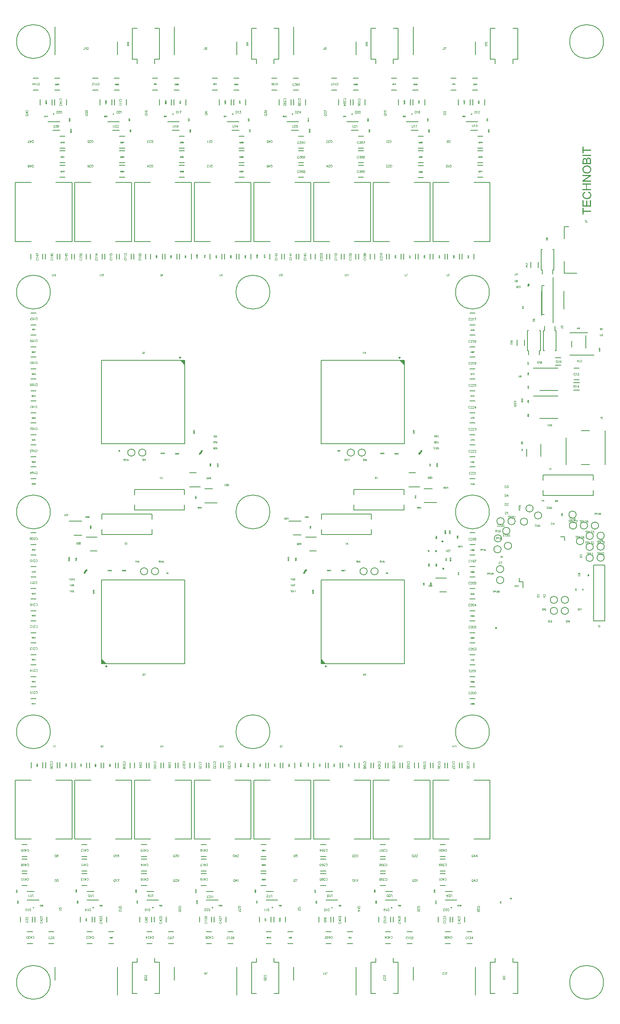
<source format=gto>
%FSLAX25Y25*%
%MOIN*%
G70*
G01*
G75*
G04 Layer_Color=65535*
%ADD10R,0.02165X0.00787*%
G04:AMPARAMS|DCode=11|XSize=68.9mil|YSize=55.12mil|CornerRadius=7.99mil|HoleSize=0mil|Usage=FLASHONLY|Rotation=0.000|XOffset=0mil|YOffset=0mil|HoleType=Round|Shape=RoundedRectangle|*
%AMROUNDEDRECTD11*
21,1,0.06890,0.03913,0,0,0.0*
21,1,0.05291,0.05512,0,0,0.0*
1,1,0.01598,0.02646,-0.01957*
1,1,0.01598,-0.02646,-0.01957*
1,1,0.01598,-0.02646,0.01957*
1,1,0.01598,0.02646,0.01957*
%
%ADD11ROUNDEDRECTD11*%
G04:AMPARAMS|DCode=12|XSize=55.12mil|YSize=47.24mil|CornerRadius=7.8mil|HoleSize=0mil|Usage=FLASHONLY|Rotation=0.000|XOffset=0mil|YOffset=0mil|HoleType=Round|Shape=RoundedRectangle|*
%AMROUNDEDRECTD12*
21,1,0.05512,0.03165,0,0,0.0*
21,1,0.03953,0.04724,0,0,0.0*
1,1,0.01559,0.01976,-0.01583*
1,1,0.01559,-0.01976,-0.01583*
1,1,0.01559,-0.01976,0.01583*
1,1,0.01559,0.01976,0.01583*
%
%ADD12ROUNDEDRECTD12*%
G04:AMPARAMS|DCode=13|XSize=45.28mil|YSize=41.34mil|CornerRadius=7.85mil|HoleSize=0mil|Usage=FLASHONLY|Rotation=0.000|XOffset=0mil|YOffset=0mil|HoleType=Round|Shape=RoundedRectangle|*
%AMROUNDEDRECTD13*
21,1,0.04528,0.02563,0,0,0.0*
21,1,0.02957,0.04134,0,0,0.0*
1,1,0.01571,0.01478,-0.01282*
1,1,0.01571,-0.01478,-0.01282*
1,1,0.01571,-0.01478,0.01282*
1,1,0.01571,0.01478,0.01282*
%
%ADD13ROUNDEDRECTD13*%
G04:AMPARAMS|DCode=14|XSize=200.79mil|YSize=171.26mil|CornerRadius=7.71mil|HoleSize=0mil|Usage=FLASHONLY|Rotation=180.000|XOffset=0mil|YOffset=0mil|HoleType=Round|Shape=RoundedRectangle|*
%AMROUNDEDRECTD14*
21,1,0.20079,0.15585,0,0,180.0*
21,1,0.18537,0.17126,0,0,180.0*
1,1,0.01541,-0.09269,0.07792*
1,1,0.01541,0.09269,0.07792*
1,1,0.01541,0.09269,-0.07792*
1,1,0.01541,-0.09269,-0.07792*
%
%ADD14ROUNDEDRECTD14*%
%ADD15C,0.03937*%
%ADD16C,0.01772*%
G04:AMPARAMS|DCode=17|XSize=57.09mil|YSize=19.69mil|CornerRadius=7.87mil|HoleSize=0mil|Usage=FLASHONLY|Rotation=270.000|XOffset=0mil|YOffset=0mil|HoleType=Round|Shape=RoundedRectangle|*
%AMROUNDEDRECTD17*
21,1,0.05709,0.00394,0,0,270.0*
21,1,0.04134,0.01969,0,0,270.0*
1,1,0.01575,-0.00197,-0.02067*
1,1,0.01575,-0.00197,0.02067*
1,1,0.01575,0.00197,0.02067*
1,1,0.01575,0.00197,-0.02067*
%
%ADD17ROUNDEDRECTD17*%
%ADD18O,0.05906X0.01181*%
%ADD19O,0.01181X0.05906*%
G04:AMPARAMS|DCode=20|XSize=90.55mil|YSize=19.69mil|CornerRadius=7.87mil|HoleSize=0mil|Usage=FLASHONLY|Rotation=180.000|XOffset=0mil|YOffset=0mil|HoleType=Round|Shape=RoundedRectangle|*
%AMROUNDEDRECTD20*
21,1,0.09055,0.00394,0,0,180.0*
21,1,0.07480,0.01969,0,0,180.0*
1,1,0.01575,-0.03740,0.00197*
1,1,0.01575,0.03740,0.00197*
1,1,0.01575,0.03740,-0.00197*
1,1,0.01575,-0.03740,-0.00197*
%
%ADD20ROUNDEDRECTD20*%
G04:AMPARAMS|DCode=21|XSize=98.43mil|YSize=78.74mil|CornerRadius=7.87mil|HoleSize=0mil|Usage=FLASHONLY|Rotation=180.000|XOffset=0mil|YOffset=0mil|HoleType=Round|Shape=RoundedRectangle|*
%AMROUNDEDRECTD21*
21,1,0.09843,0.06299,0,0,180.0*
21,1,0.08268,0.07874,0,0,180.0*
1,1,0.01575,-0.04134,0.03150*
1,1,0.01575,0.04134,0.03150*
1,1,0.01575,0.04134,-0.03150*
1,1,0.01575,-0.04134,-0.03150*
%
%ADD21ROUNDEDRECTD21*%
G04:AMPARAMS|DCode=22|XSize=41.34mil|YSize=25.59mil|CornerRadius=7.93mil|HoleSize=0mil|Usage=FLASHONLY|Rotation=180.000|XOffset=0mil|YOffset=0mil|HoleType=Round|Shape=RoundedRectangle|*
%AMROUNDEDRECTD22*
21,1,0.04134,0.00972,0,0,180.0*
21,1,0.02547,0.02559,0,0,180.0*
1,1,0.01587,-0.01274,0.00486*
1,1,0.01587,0.01274,0.00486*
1,1,0.01587,0.01274,-0.00486*
1,1,0.01587,-0.01274,-0.00486*
%
%ADD22ROUNDEDRECTD22*%
G04:AMPARAMS|DCode=23|XSize=192.91mil|YSize=62.99mil|CornerRadius=7.87mil|HoleSize=0mil|Usage=FLASHONLY|Rotation=180.000|XOffset=0mil|YOffset=0mil|HoleType=Round|Shape=RoundedRectangle|*
%AMROUNDEDRECTD23*
21,1,0.19291,0.04724,0,0,180.0*
21,1,0.17716,0.06299,0,0,180.0*
1,1,0.01575,-0.08858,0.02362*
1,1,0.01575,0.08858,0.02362*
1,1,0.01575,0.08858,-0.02362*
1,1,0.01575,-0.08858,-0.02362*
%
%ADD23ROUNDEDRECTD23*%
G04:AMPARAMS|DCode=24|XSize=112.21mil|YSize=39.37mil|CornerRadius=7.87mil|HoleSize=0mil|Usage=FLASHONLY|Rotation=0.000|XOffset=0mil|YOffset=0mil|HoleType=Round|Shape=RoundedRectangle|*
%AMROUNDEDRECTD24*
21,1,0.11221,0.02362,0,0,0.0*
21,1,0.09646,0.03937,0,0,0.0*
1,1,0.01575,0.04823,-0.01181*
1,1,0.01575,-0.04823,-0.01181*
1,1,0.01575,-0.04823,0.01181*
1,1,0.01575,0.04823,0.01181*
%
%ADD24ROUNDEDRECTD24*%
G04:AMPARAMS|DCode=25|XSize=253.94mil|YSize=236.22mil|CornerRadius=8.27mil|HoleSize=0mil|Usage=FLASHONLY|Rotation=0.000|XOffset=0mil|YOffset=0mil|HoleType=Round|Shape=RoundedRectangle|*
%AMROUNDEDRECTD25*
21,1,0.25394,0.21968,0,0,0.0*
21,1,0.23740,0.23622,0,0,0.0*
1,1,0.01654,0.11870,-0.10984*
1,1,0.01654,-0.11870,-0.10984*
1,1,0.01654,-0.11870,0.10984*
1,1,0.01654,0.11870,0.10984*
%
%ADD25ROUNDEDRECTD25*%
G04:AMPARAMS|DCode=26|XSize=358.27mil|YSize=340.55mil|CornerRadius=8.51mil|HoleSize=0mil|Usage=FLASHONLY|Rotation=90.000|XOffset=0mil|YOffset=0mil|HoleType=Round|Shape=RoundedRectangle|*
%AMROUNDEDRECTD26*
21,1,0.35827,0.32352,0,0,90.0*
21,1,0.34124,0.34055,0,0,90.0*
1,1,0.01703,0.16176,0.17062*
1,1,0.01703,0.16176,-0.17062*
1,1,0.01703,-0.16176,-0.17062*
1,1,0.01703,-0.16176,0.17062*
%
%ADD26ROUNDEDRECTD26*%
G04:AMPARAMS|DCode=27|XSize=147.64mil|YSize=41.34mil|CornerRadius=7.85mil|HoleSize=0mil|Usage=FLASHONLY|Rotation=0.000|XOffset=0mil|YOffset=0mil|HoleType=Round|Shape=RoundedRectangle|*
%AMROUNDEDRECTD27*
21,1,0.14764,0.02563,0,0,0.0*
21,1,0.13193,0.04134,0,0,0.0*
1,1,0.01571,0.06597,-0.01282*
1,1,0.01571,-0.06597,-0.01282*
1,1,0.01571,-0.06597,0.01282*
1,1,0.01571,0.06597,0.01282*
%
%ADD27ROUNDEDRECTD27*%
%ADD28C,0.00787*%
%ADD29O,0.03347X0.00984*%
%ADD30O,0.05512X0.02362*%
%ADD31O,0.02362X0.05512*%
%ADD32O,0.06102X0.02362*%
%ADD33O,0.02362X0.06102*%
G04:AMPARAMS|DCode=34|XSize=25.59mil|YSize=19.69mil|CornerRadius=7.87mil|HoleSize=0mil|Usage=FLASHONLY|Rotation=0.000|XOffset=0mil|YOffset=0mil|HoleType=Round|Shape=RoundedRectangle|*
%AMROUNDEDRECTD34*
21,1,0.02559,0.00394,0,0,0.0*
21,1,0.00984,0.01969,0,0,0.0*
1,1,0.01575,0.00492,-0.00197*
1,1,0.01575,-0.00492,-0.00197*
1,1,0.01575,-0.00492,0.00197*
1,1,0.01575,0.00492,0.00197*
%
%ADD34ROUNDEDRECTD34*%
G04:AMPARAMS|DCode=35|XSize=106.3mil|YSize=45.28mil|CornerRadius=7.92mil|HoleSize=0mil|Usage=FLASHONLY|Rotation=0.000|XOffset=0mil|YOffset=0mil|HoleType=Round|Shape=RoundedRectangle|*
%AMROUNDEDRECTD35*
21,1,0.10630,0.02943,0,0,0.0*
21,1,0.09045,0.04528,0,0,0.0*
1,1,0.01585,0.04523,-0.01472*
1,1,0.01585,-0.04523,-0.01472*
1,1,0.01585,-0.04523,0.01472*
1,1,0.01585,0.04523,0.01472*
%
%ADD35ROUNDEDRECTD35*%
G04:AMPARAMS|DCode=36|XSize=106.3mil|YSize=45.28mil|CornerRadius=7.92mil|HoleSize=0mil|Usage=FLASHONLY|Rotation=270.000|XOffset=0mil|YOffset=0mil|HoleType=Round|Shape=RoundedRectangle|*
%AMROUNDEDRECTD36*
21,1,0.10630,0.02943,0,0,270.0*
21,1,0.09045,0.04528,0,0,270.0*
1,1,0.01585,-0.01472,-0.04523*
1,1,0.01585,-0.01472,0.04523*
1,1,0.01585,0.01472,0.04523*
1,1,0.01585,0.01472,-0.04523*
%
%ADD36ROUNDEDRECTD36*%
G04:AMPARAMS|DCode=37|XSize=57.09mil|YSize=45.28mil|CornerRadius=7.92mil|HoleSize=0mil|Usage=FLASHONLY|Rotation=0.000|XOffset=0mil|YOffset=0mil|HoleType=Round|Shape=RoundedRectangle|*
%AMROUNDEDRECTD37*
21,1,0.05709,0.02943,0,0,0.0*
21,1,0.04124,0.04528,0,0,0.0*
1,1,0.01585,0.02062,-0.01472*
1,1,0.01585,-0.02062,-0.01472*
1,1,0.01585,-0.02062,0.01472*
1,1,0.01585,0.02062,0.01472*
%
%ADD37ROUNDEDRECTD37*%
G04:AMPARAMS|DCode=38|XSize=57.09mil|YSize=45.28mil|CornerRadius=7.92mil|HoleSize=0mil|Usage=FLASHONLY|Rotation=90.000|XOffset=0mil|YOffset=0mil|HoleType=Round|Shape=RoundedRectangle|*
%AMROUNDEDRECTD38*
21,1,0.05709,0.02943,0,0,90.0*
21,1,0.04124,0.04528,0,0,90.0*
1,1,0.01585,0.01472,0.02062*
1,1,0.01585,0.01472,-0.02062*
1,1,0.01585,-0.01472,-0.02062*
1,1,0.01585,-0.01472,0.02062*
%
%ADD38ROUNDEDRECTD38*%
G04:AMPARAMS|DCode=39|XSize=68.9mil|YSize=41.34mil|CornerRadius=7.85mil|HoleSize=0mil|Usage=FLASHONLY|Rotation=270.000|XOffset=0mil|YOffset=0mil|HoleType=Round|Shape=RoundedRectangle|*
%AMROUNDEDRECTD39*
21,1,0.06890,0.02563,0,0,270.0*
21,1,0.05319,0.04134,0,0,270.0*
1,1,0.01571,-0.01282,-0.02660*
1,1,0.01571,-0.01282,0.02660*
1,1,0.01571,0.01282,0.02660*
1,1,0.01571,0.01282,-0.02660*
%
%ADD39ROUNDEDRECTD39*%
G04:AMPARAMS|DCode=40|XSize=68.9mil|YSize=41.34mil|CornerRadius=7.85mil|HoleSize=0mil|Usage=FLASHONLY|Rotation=180.000|XOffset=0mil|YOffset=0mil|HoleType=Round|Shape=RoundedRectangle|*
%AMROUNDEDRECTD40*
21,1,0.06890,0.02563,0,0,180.0*
21,1,0.05319,0.04134,0,0,180.0*
1,1,0.01571,-0.02660,0.01282*
1,1,0.01571,0.02660,0.01282*
1,1,0.01571,0.02660,-0.01282*
1,1,0.01571,-0.02660,-0.01282*
%
%ADD40ROUNDEDRECTD40*%
G04:AMPARAMS|DCode=41|XSize=47.24mil|YSize=47.24mil|CornerRadius=7.8mil|HoleSize=0mil|Usage=FLASHONLY|Rotation=0.000|XOffset=0mil|YOffset=0mil|HoleType=Round|Shape=RoundedRectangle|*
%AMROUNDEDRECTD41*
21,1,0.04724,0.03165,0,0,0.0*
21,1,0.03165,0.04724,0,0,0.0*
1,1,0.01559,0.01583,-0.01583*
1,1,0.01559,-0.01583,-0.01583*
1,1,0.01559,-0.01583,0.01583*
1,1,0.01559,0.01583,0.01583*
%
%ADD41ROUNDEDRECTD41*%
G04:AMPARAMS|DCode=42|XSize=39.37mil|YSize=35.43mil|CornerRadius=7.8mil|HoleSize=0mil|Usage=FLASHONLY|Rotation=0.000|XOffset=0mil|YOffset=0mil|HoleType=Round|Shape=RoundedRectangle|*
%AMROUNDEDRECTD42*
21,1,0.03937,0.01984,0,0,0.0*
21,1,0.02378,0.03543,0,0,0.0*
1,1,0.01559,0.01189,-0.00992*
1,1,0.01559,-0.01189,-0.00992*
1,1,0.01559,-0.01189,0.00992*
1,1,0.01559,0.01189,0.00992*
%
%ADD42ROUNDEDRECTD42*%
G04:AMPARAMS|DCode=43|XSize=39.37mil|YSize=35.43mil|CornerRadius=7.8mil|HoleSize=0mil|Usage=FLASHONLY|Rotation=270.000|XOffset=0mil|YOffset=0mil|HoleType=Round|Shape=RoundedRectangle|*
%AMROUNDEDRECTD43*
21,1,0.03937,0.01984,0,0,270.0*
21,1,0.02378,0.03543,0,0,270.0*
1,1,0.01559,-0.00992,-0.01189*
1,1,0.01559,-0.00992,0.01189*
1,1,0.01559,0.00992,0.01189*
1,1,0.01559,0.00992,-0.01189*
%
%ADD43ROUNDEDRECTD43*%
G04:AMPARAMS|DCode=44|XSize=39.37mil|YSize=37.4mil|CornerRadius=7.85mil|HoleSize=0mil|Usage=FLASHONLY|Rotation=270.000|XOffset=0mil|YOffset=0mil|HoleType=Round|Shape=RoundedRectangle|*
%AMROUNDEDRECTD44*
21,1,0.03937,0.02169,0,0,270.0*
21,1,0.02366,0.03740,0,0,270.0*
1,1,0.01571,-0.01085,-0.01183*
1,1,0.01571,-0.01085,0.01183*
1,1,0.01571,0.01085,0.01183*
1,1,0.01571,0.01085,-0.01183*
%
%ADD44ROUNDEDRECTD44*%
G04:AMPARAMS|DCode=45|XSize=39.37mil|YSize=37.4mil|CornerRadius=7.85mil|HoleSize=0mil|Usage=FLASHONLY|Rotation=0.000|XOffset=0mil|YOffset=0mil|HoleType=Round|Shape=RoundedRectangle|*
%AMROUNDEDRECTD45*
21,1,0.03937,0.02169,0,0,0.0*
21,1,0.02366,0.03740,0,0,0.0*
1,1,0.01571,0.01183,-0.01085*
1,1,0.01571,-0.01183,-0.01085*
1,1,0.01571,-0.01183,0.01085*
1,1,0.01571,0.01183,0.01085*
%
%ADD45ROUNDEDRECTD45*%
G04:AMPARAMS|DCode=46|XSize=24.41mil|YSize=24.41mil|CornerRadius=5.86mil|HoleSize=0mil|Usage=FLASHONLY|Rotation=0.000|XOffset=0mil|YOffset=0mil|HoleType=Round|Shape=RoundedRectangle|*
%AMROUNDEDRECTD46*
21,1,0.02441,0.01269,0,0,0.0*
21,1,0.01269,0.02441,0,0,0.0*
1,1,0.01172,0.00635,-0.00635*
1,1,0.01172,-0.00635,-0.00635*
1,1,0.01172,-0.00635,0.00635*
1,1,0.01172,0.00635,0.00635*
%
%ADD46ROUNDEDRECTD46*%
G04:AMPARAMS|DCode=47|XSize=24.41mil|YSize=24.41mil|CornerRadius=5.86mil|HoleSize=0mil|Usage=FLASHONLY|Rotation=270.000|XOffset=0mil|YOffset=0mil|HoleType=Round|Shape=RoundedRectangle|*
%AMROUNDEDRECTD47*
21,1,0.02441,0.01269,0,0,270.0*
21,1,0.01269,0.02441,0,0,270.0*
1,1,0.01172,-0.00635,-0.00635*
1,1,0.01172,-0.00635,0.00635*
1,1,0.01172,0.00635,0.00635*
1,1,0.01172,0.00635,-0.00635*
%
%ADD47ROUNDEDRECTD47*%
G04:AMPARAMS|DCode=48|XSize=17.32mil|YSize=16.54mil|CornerRadius=3.97mil|HoleSize=0mil|Usage=FLASHONLY|Rotation=0.000|XOffset=0mil|YOffset=0mil|HoleType=Round|Shape=RoundedRectangle|*
%AMROUNDEDRECTD48*
21,1,0.01732,0.00860,0,0,0.0*
21,1,0.00939,0.01654,0,0,0.0*
1,1,0.00794,0.00469,-0.00430*
1,1,0.00794,-0.00469,-0.00430*
1,1,0.00794,-0.00469,0.00430*
1,1,0.00794,0.00469,0.00430*
%
%ADD48ROUNDEDRECTD48*%
G04:AMPARAMS|DCode=49|XSize=43.31mil|YSize=21.65mil|CornerRadius=7.9mil|HoleSize=0mil|Usage=FLASHONLY|Rotation=270.000|XOffset=0mil|YOffset=0mil|HoleType=Round|Shape=RoundedRectangle|*
%AMROUNDEDRECTD49*
21,1,0.04331,0.00585,0,0,270.0*
21,1,0.02750,0.02165,0,0,270.0*
1,1,0.01581,-0.00292,-0.01375*
1,1,0.01581,-0.00292,0.01375*
1,1,0.01581,0.00292,0.01375*
1,1,0.01581,0.00292,-0.01375*
%
%ADD49ROUNDEDRECTD49*%
G04:AMPARAMS|DCode=50|XSize=43.31mil|YSize=21.65mil|CornerRadius=7.9mil|HoleSize=0mil|Usage=FLASHONLY|Rotation=180.000|XOffset=0mil|YOffset=0mil|HoleType=Round|Shape=RoundedRectangle|*
%AMROUNDEDRECTD50*
21,1,0.04331,0.00585,0,0,180.0*
21,1,0.02750,0.02165,0,0,180.0*
1,1,0.01581,-0.01375,0.00292*
1,1,0.01581,0.01375,0.00292*
1,1,0.01581,0.01375,-0.00292*
1,1,0.01581,-0.01375,-0.00292*
%
%ADD50ROUNDEDRECTD50*%
G04:AMPARAMS|DCode=51|XSize=129.92mil|YSize=98.43mil|CornerRadius=7.87mil|HoleSize=0mil|Usage=FLASHONLY|Rotation=0.000|XOffset=0mil|YOffset=0mil|HoleType=Round|Shape=RoundedRectangle|*
%AMROUNDEDRECTD51*
21,1,0.12992,0.08268,0,0,0.0*
21,1,0.11417,0.09843,0,0,0.0*
1,1,0.01575,0.05709,-0.04134*
1,1,0.01575,-0.05709,-0.04134*
1,1,0.01575,-0.05709,0.04134*
1,1,0.01575,0.05709,0.04134*
%
%ADD51ROUNDEDRECTD51*%
G04:AMPARAMS|DCode=52|XSize=98.43mil|YSize=66.93mil|CornerRadius=8.03mil|HoleSize=0mil|Usage=FLASHONLY|Rotation=90.000|XOffset=0mil|YOffset=0mil|HoleType=Round|Shape=RoundedRectangle|*
%AMROUNDEDRECTD52*
21,1,0.09843,0.05087,0,0,90.0*
21,1,0.08236,0.06693,0,0,90.0*
1,1,0.01606,0.02543,0.04118*
1,1,0.01606,0.02543,-0.04118*
1,1,0.01606,-0.02543,-0.04118*
1,1,0.01606,-0.02543,0.04118*
%
%ADD52ROUNDEDRECTD52*%
%ADD53C,0.01969*%
%ADD54C,0.00984*%
%ADD55C,0.01181*%
%ADD56C,0.00787*%
%ADD57C,0.03937*%
%ADD58C,0.00591*%
%ADD59C,0.00512*%
%ADD60C,0.01969*%
%ADD61C,0.07284*%
%ADD62C,0.09843*%
%ADD63C,0.07480*%
%ADD64C,0.27559*%
%ADD65C,0.02362*%
%ADD66C,0.00394*%
%ADD67C,0.00197*%
%ADD68C,0.19685*%
%ADD69C,0.00098*%
%ADD70C,0.00167*%
%ADD71C,0.00148*%
G36*
X20137Y87066D02*
X20324Y86614D01*
X20137Y86162D01*
X19685Y85975D01*
X19233Y86162D01*
X19046Y86614D01*
X19233Y87066D01*
X19685Y87253D01*
X20137Y87066D01*
D02*
G37*
G36*
X513101Y765486D02*
X519769D01*
Y764481D01*
X513101D01*
Y761989D01*
X512205D01*
Y767978D01*
X513101D01*
Y765486D01*
D02*
G37*
G36*
X519769Y759781D02*
X512205D01*
Y760786D01*
X519769D01*
Y759781D01*
D02*
G37*
G36*
X180767Y87066D02*
X180954Y86614D01*
X180767Y86162D01*
X180315Y85975D01*
X179863Y86162D01*
X179676Y86614D01*
X179863Y87066D01*
X180315Y87253D01*
X180767Y87066D01*
D02*
G37*
G36*
X127224D02*
X127411Y86614D01*
X127224Y86162D01*
X126772Y85975D01*
X126320Y86162D01*
X126132Y86614D01*
X126320Y87066D01*
X126772Y87253D01*
X127224Y87066D01*
D02*
G37*
G36*
X73680D02*
X73868Y86614D01*
X73680Y86162D01*
X73228Y85975D01*
X72776Y86162D01*
X72589Y86614D01*
X72776Y87066D01*
X73228Y87253D01*
X73680Y87066D01*
D02*
G37*
G36*
X517769Y758229D02*
X517900Y758207D01*
X518053Y758185D01*
X518217Y758141D01*
X518392Y758087D01*
X518567Y758010D01*
X518588Y757999D01*
X518643Y757966D01*
X518719Y757923D01*
X518829Y757857D01*
X518938Y757770D01*
X519058Y757682D01*
X519178Y757573D01*
X519277Y757453D01*
X519288Y757442D01*
X519321Y757398D01*
X519364Y757322D01*
X519408Y757223D01*
X519474Y757103D01*
X519539Y756961D01*
X519594Y756808D01*
X519649Y756622D01*
Y756600D01*
X519670Y756535D01*
X519681Y756425D01*
X519703Y756283D01*
X519725Y756108D01*
X519747Y755901D01*
X519758Y755671D01*
X519769Y755409D01*
Y752523D01*
X512205D01*
Y755354D01*
Y755365D01*
Y755398D01*
Y755442D01*
Y755496D01*
X512216Y755573D01*
Y755660D01*
X512238Y755857D01*
X512260Y756075D01*
X512304Y756305D01*
X512358Y756535D01*
X512435Y756742D01*
Y756753D01*
X512446Y756764D01*
X512478Y756830D01*
X512533Y756928D01*
X512610Y757037D01*
X512708Y757168D01*
X512828Y757311D01*
X512981Y757442D01*
X513145Y757562D01*
X513167Y757573D01*
X513233Y757606D01*
X513320Y757660D01*
X513451Y757715D01*
X513604Y757770D01*
X513768Y757824D01*
X513954Y757857D01*
X514140Y757868D01*
X514216D01*
X514315Y757857D01*
X514435Y757835D01*
X514577Y757802D01*
X514730Y757748D01*
X514883Y757682D01*
X515047Y757595D01*
X515069Y757584D01*
X515113Y757551D01*
X515200Y757485D01*
X515287Y757398D01*
X515397Y757289D01*
X515517Y757158D01*
X515626Y756994D01*
X515736Y756808D01*
Y756819D01*
X515746Y756841D01*
X515757Y756873D01*
X515779Y756917D01*
X515823Y757048D01*
X515900Y757201D01*
X515998Y757365D01*
X516118Y757551D01*
X516260Y757715D01*
X516435Y757868D01*
X516457Y757879D01*
X516523Y757923D01*
X516621Y757988D01*
X516752Y758054D01*
X516927Y758119D01*
X517113Y758185D01*
X517331Y758229D01*
X517572Y758240D01*
X517659D01*
X517769Y758229D01*
D02*
G37*
G36*
X517430Y727843D02*
X517495Y727821D01*
X517583Y727789D01*
X517681Y727756D01*
X517801Y727712D01*
X517933Y727658D01*
X518075Y727592D01*
X518381Y727439D01*
X518687Y727242D01*
X518840Y727122D01*
X518993Y727002D01*
X519124Y726871D01*
X519255Y726718D01*
X519266Y726707D01*
X519288Y726685D01*
X519310Y726630D01*
X519353Y726576D01*
X519408Y726488D01*
X519463Y726401D01*
X519517Y726280D01*
X519572Y726160D01*
X519638Y726018D01*
X519692Y725865D01*
X519747Y725701D01*
X519802Y725526D01*
X519845Y725340D01*
X519867Y725144D01*
X519889Y724936D01*
X519900Y724717D01*
Y724706D01*
Y724663D01*
Y724597D01*
X519889Y724510D01*
Y724411D01*
X519878Y724291D01*
X519856Y724160D01*
X519834Y724007D01*
X519780Y723690D01*
X519692Y723362D01*
X519572Y723034D01*
X519495Y722881D01*
X519408Y722728D01*
X519397Y722717D01*
X519386Y722695D01*
X519353Y722652D01*
X519310Y722608D01*
X519266Y722542D01*
X519200Y722466D01*
X519124Y722378D01*
X519036Y722291D01*
X518938Y722203D01*
X518840Y722105D01*
X518588Y721908D01*
X518293Y721723D01*
X517965Y721559D01*
X517954D01*
X517922Y721537D01*
X517867Y721526D01*
X517801Y721493D01*
X517714Y721471D01*
X517605Y721438D01*
X517484Y721395D01*
X517353Y721362D01*
X517211Y721329D01*
X517047Y721285D01*
X516708Y721231D01*
X516326Y721187D01*
X515932Y721165D01*
X515812D01*
X515736Y721176D01*
X515626D01*
X515517Y721187D01*
X515375Y721198D01*
X515233Y721220D01*
X514916Y721274D01*
X514566Y721351D01*
X514216Y721460D01*
X513877Y721613D01*
X513867Y721624D01*
X513834Y721635D01*
X513790Y721657D01*
X513735Y721701D01*
X513659Y721744D01*
X513572Y721799D01*
X513375Y721941D01*
X513156Y722127D01*
X512937Y722345D01*
X512719Y722597D01*
X512533Y722892D01*
X512522Y722903D01*
X512511Y722936D01*
X512489Y722979D01*
X512457Y723034D01*
X512424Y723122D01*
X512391Y723209D01*
X512347Y723318D01*
X512304Y723439D01*
X512260Y723570D01*
X512216Y723712D01*
X512151Y724018D01*
X512096Y724368D01*
X512074Y724728D01*
Y724739D01*
Y724783D01*
Y724838D01*
X512085Y724914D01*
X512096Y725012D01*
X512107Y725133D01*
X512118Y725253D01*
X512151Y725395D01*
X512216Y725690D01*
X512315Y726018D01*
X512380Y726182D01*
X512457Y726335D01*
X512555Y726488D01*
X512653Y726641D01*
X512664Y726652D01*
X512675Y726674D01*
X512708Y726718D01*
X512763Y726772D01*
X512817Y726827D01*
X512894Y726903D01*
X512981Y726980D01*
X513069Y727067D01*
X513178Y727155D01*
X513309Y727242D01*
X513440Y727341D01*
X513582Y727428D01*
X513746Y727504D01*
X513910Y727592D01*
X514085Y727658D01*
X514282Y727723D01*
X514511Y726739D01*
X514501D01*
X514479Y726728D01*
X514435Y726707D01*
X514380Y726685D01*
X514315Y726663D01*
X514227Y726630D01*
X514052Y726543D01*
X513856Y726433D01*
X513659Y726302D01*
X513473Y726138D01*
X513309Y725963D01*
X513287Y725942D01*
X513243Y725876D01*
X513189Y725767D01*
X513112Y725625D01*
X513047Y725439D01*
X512981Y725231D01*
X512937Y724980D01*
X512927Y724706D01*
Y724695D01*
Y724663D01*
Y724619D01*
X512937Y724564D01*
Y724488D01*
X512948Y724400D01*
X512981Y724193D01*
X513025Y723963D01*
X513101Y723723D01*
X513211Y723471D01*
X513353Y723242D01*
Y723231D01*
X513375Y723220D01*
X513429Y723143D01*
X513517Y723045D01*
X513648Y722925D01*
X513812Y722783D01*
X513998Y722652D01*
X514227Y722531D01*
X514479Y722422D01*
X514490D01*
X514511Y722411D01*
X514544Y722400D01*
X514599Y722389D01*
X514665Y722367D01*
X514741Y722345D01*
X514927Y722313D01*
X515145Y722269D01*
X515386Y722225D01*
X515648Y722203D01*
X515932Y722192D01*
X516096D01*
X516173Y722203D01*
X516271D01*
X516381Y722214D01*
X516501Y722225D01*
X516763Y722258D01*
X517047Y722313D01*
X517331Y722378D01*
X517616Y722466D01*
X517626D01*
X517648Y722477D01*
X517681Y722499D01*
X517736Y722520D01*
X517867Y722586D01*
X518020Y722684D01*
X518195Y722805D01*
X518381Y722958D01*
X518545Y723133D01*
X518698Y723340D01*
Y723351D01*
X518709Y723373D01*
X518730Y723406D01*
X518752Y723450D01*
X518774Y723504D01*
X518807Y723570D01*
X518872Y723723D01*
X518938Y723919D01*
X518993Y724138D01*
X519036Y724378D01*
X519047Y724630D01*
Y724641D01*
Y724663D01*
Y724706D01*
X519036Y724772D01*
Y724849D01*
X519026Y724925D01*
X518982Y725122D01*
X518927Y725351D01*
X518840Y725581D01*
X518719Y725821D01*
X518654Y725942D01*
X518567Y726051D01*
X518555Y726062D01*
X518545Y726073D01*
X518512Y726105D01*
X518479Y726149D01*
X518424Y726193D01*
X518359Y726248D01*
X518293Y726313D01*
X518206Y726368D01*
X518107Y726433D01*
X517998Y726510D01*
X517889Y726576D01*
X517758Y726641D01*
X517616Y726696D01*
X517462Y726750D01*
X517299Y726805D01*
X517124Y726849D01*
X517375Y727854D01*
X517386D01*
X517430Y727843D01*
D02*
G37*
G36*
X519769Y714421D02*
X512205D01*
Y719897D01*
X513101D01*
Y715427D01*
X515408D01*
Y719613D01*
X516304D01*
Y715427D01*
X518872D01*
Y720072D01*
X519769D01*
Y714421D01*
D02*
G37*
G36*
X513101Y710880D02*
X519769D01*
Y709874D01*
X513101D01*
Y707382D01*
X512205D01*
Y713372D01*
X513101D01*
Y710880D01*
D02*
G37*
G36*
X516206Y751266D02*
X516304D01*
X516424Y751255D01*
X516555Y751233D01*
X516697Y751223D01*
X517014Y751168D01*
X517364Y751081D01*
X517714Y750960D01*
X517889Y750895D01*
X518064Y750807D01*
X518075D01*
X518107Y750785D01*
X518151Y750764D01*
X518217Y750720D01*
X518293Y750676D01*
X518370Y750622D01*
X518577Y750468D01*
X518796Y750283D01*
X519026Y750064D01*
X519244Y749802D01*
X519441Y749496D01*
Y749485D01*
X519463Y749463D01*
X519485Y749408D01*
X519517Y749343D01*
X519550Y749266D01*
X519583Y749179D01*
X519627Y749069D01*
X519670Y748949D01*
X519714Y748818D01*
X519758Y748676D01*
X519823Y748359D01*
X519878Y748020D01*
X519900Y747659D01*
Y747648D01*
Y747616D01*
Y747550D01*
X519889Y747484D01*
Y747386D01*
X519867Y747277D01*
X519856Y747157D01*
X519834Y747015D01*
X519769Y746719D01*
X519681Y746403D01*
X519550Y746075D01*
X519474Y745911D01*
X519386Y745747D01*
X519375Y745736D01*
X519364Y745714D01*
X519332Y745670D01*
X519288Y745605D01*
X519244Y745539D01*
X519178Y745463D01*
X519015Y745277D01*
X518818Y745069D01*
X518577Y744850D01*
X518304Y744654D01*
X517987Y744468D01*
X517976D01*
X517943Y744446D01*
X517900Y744424D01*
X517834Y744402D01*
X517747Y744370D01*
X517648Y744337D01*
X517539Y744293D01*
X517419Y744260D01*
X517277Y744216D01*
X517135Y744173D01*
X516807Y744107D01*
X516468Y744064D01*
X516096Y744042D01*
X516009D01*
X515910Y744053D01*
X515779D01*
X515626Y744074D01*
X515441Y744096D01*
X515233Y744129D01*
X515014Y744173D01*
X514785Y744216D01*
X514544Y744282D01*
X514304Y744370D01*
X514052Y744468D01*
X513812Y744577D01*
X513572Y744719D01*
X513353Y744872D01*
X513145Y745047D01*
X513134Y745058D01*
X513101Y745091D01*
X513047Y745156D01*
X512981Y745233D01*
X512894Y745331D01*
X512806Y745452D01*
X512708Y745594D01*
X512610Y745758D01*
X512511Y745932D01*
X512413Y746129D01*
X512325Y746348D01*
X512238Y746577D01*
X512172Y746829D01*
X512118Y747091D01*
X512085Y747364D01*
X512074Y747659D01*
Y747670D01*
Y747703D01*
Y747758D01*
X512085Y747834D01*
Y747933D01*
X512096Y748031D01*
X512118Y748162D01*
X512140Y748293D01*
X512194Y748577D01*
X512282Y748905D01*
X512413Y749222D01*
X512489Y749386D01*
X512577Y749550D01*
X512588Y749561D01*
X512599Y749583D01*
X512632Y749627D01*
X512664Y749692D01*
X512719Y749758D01*
X512784Y749845D01*
X512937Y750031D01*
X513134Y750228D01*
X513375Y750447D01*
X513659Y750654D01*
X513976Y750829D01*
X513987D01*
X514020Y750851D01*
X514063Y750873D01*
X514129Y750895D01*
X514216Y750938D01*
X514315Y750971D01*
X514435Y751015D01*
X514566Y751059D01*
X514708Y751091D01*
X514861Y751135D01*
X515036Y751179D01*
X515211Y751212D01*
X515593Y751255D01*
X516009Y751277D01*
X516118D01*
X516206Y751266D01*
D02*
G37*
G36*
X519769Y741626D02*
X513834Y737669D01*
X519769D01*
Y736708D01*
X512205D01*
Y737735D01*
X518151Y741703D01*
X512205D01*
Y742664D01*
X519769D01*
Y741626D01*
D02*
G37*
G36*
Y734041D02*
X516206D01*
Y730128D01*
X519769D01*
Y729122D01*
X512205D01*
Y730128D01*
X515309D01*
Y734041D01*
X512205D01*
Y735046D01*
X519769D01*
Y734041D01*
D02*
G37*
G36*
X305964Y797696D02*
X306151Y797244D01*
X305964Y796792D01*
X305512Y796605D01*
X305060Y796792D01*
X304873Y797244D01*
X305060Y797696D01*
X305512Y797883D01*
X305964Y797696D01*
D02*
G37*
G36*
X359507D02*
X359694Y797244D01*
X359507Y796792D01*
X359055Y796605D01*
X358603Y796792D01*
X358416Y797244D01*
X358603Y797696D01*
X359055Y797883D01*
X359507Y797696D01*
D02*
G37*
G36*
X413050D02*
X413238Y797244D01*
X413050Y796792D01*
X412598Y796605D01*
X412146Y796792D01*
X411959Y797244D01*
X412146Y797696D01*
X412598Y797883D01*
X413050Y797696D01*
D02*
G37*
G36*
X252420D02*
X252608Y797244D01*
X252420Y796792D01*
X251969Y796605D01*
X251517Y796792D01*
X251329Y797244D01*
X251517Y797696D01*
X251969Y797883D01*
X252420Y797696D01*
D02*
G37*
G36*
X198877D02*
X199064Y797244D01*
X198877Y796792D01*
X198425Y796605D01*
X197973Y796792D01*
X197786Y797244D01*
X197973Y797696D01*
X198425Y797883D01*
X198877Y797696D01*
D02*
G37*
G36*
X145334D02*
X145521Y797244D01*
X145334Y796792D01*
X144882Y796605D01*
X144430Y796792D01*
X144243Y797244D01*
X144430Y797696D01*
X144882Y797883D01*
X145334Y797696D01*
D02*
G37*
G36*
X91791D02*
X91978Y797244D01*
X91791Y796792D01*
X91339Y796605D01*
X90887Y796792D01*
X90699Y797244D01*
X90887Y797696D01*
X91339Y797883D01*
X91791Y797696D01*
D02*
G37*
G36*
X341397Y87066D02*
X341584Y86614D01*
X341397Y86162D01*
X340945Y85975D01*
X340493Y86162D01*
X340306Y86614D01*
X340493Y87066D01*
X340945Y87253D01*
X341397Y87066D01*
D02*
G37*
G36*
X287854D02*
X288041Y86614D01*
X287854Y86162D01*
X287402Y85975D01*
X286950Y86162D01*
X286762Y86614D01*
X286950Y87066D01*
X287402Y87253D01*
X287854Y87066D01*
D02*
G37*
G36*
X234310D02*
X234497Y86614D01*
X234310Y86162D01*
X233858Y85975D01*
X233406Y86162D01*
X233219Y86614D01*
X233406Y87066D01*
X233858Y87253D01*
X234310Y87066D01*
D02*
G37*
G36*
X38247Y797696D02*
X38434Y797244D01*
X38247Y796792D01*
X37795Y796605D01*
X37343Y796792D01*
X37156Y797244D01*
X37343Y797696D01*
X37795Y797883D01*
X38247Y797696D01*
D02*
G37*
G36*
X463838Y643956D02*
X464025Y643504D01*
X463838Y643052D01*
X463386Y642865D01*
X462934Y643052D01*
X462747Y643504D01*
X462934Y643956D01*
X463386Y644143D01*
X463838Y643956D01*
D02*
G37*
G36*
X394940Y87066D02*
X395127Y86614D01*
X394940Y86162D01*
X394488Y85975D01*
X394036Y86162D01*
X393849Y86614D01*
X394036Y87066D01*
X394488Y87253D01*
X394940Y87066D01*
D02*
G37*
%LPC*%
G36*
X517572Y757212D02*
X517506D01*
X517419Y757201D01*
X517320Y757179D01*
X517211Y757158D01*
X517091Y757114D01*
X516971Y757059D01*
X516851Y756983D01*
X516840Y756972D01*
X516796Y756939D01*
X516741Y756895D01*
X516676Y756830D01*
X516599Y756742D01*
X516523Y756633D01*
X516457Y756513D01*
X516402Y756371D01*
X516391Y756349D01*
X516381Y756305D01*
X516359Y756207D01*
X516337Y756086D01*
X516315Y755933D01*
X516293Y755748D01*
X516271Y755518D01*
Y755267D01*
Y753529D01*
X518872D01*
Y755409D01*
Y755420D01*
Y755431D01*
Y755485D01*
Y755573D01*
Y755682D01*
X518862Y755912D01*
X518851Y756010D01*
X518840Y756097D01*
Y756108D01*
X518829Y756152D01*
X518818Y756218D01*
X518796Y756294D01*
X518730Y756480D01*
X518643Y756666D01*
X518632Y756677D01*
X518610Y756709D01*
X518577Y756753D01*
X518534Y756808D01*
X518468Y756862D01*
X518402Y756939D01*
X518315Y756994D01*
X518217Y757059D01*
X518206Y757070D01*
X518173Y757081D01*
X518107Y757103D01*
X518031Y757136D01*
X517943Y757168D01*
X517834Y757190D01*
X517703Y757201D01*
X517572Y757212D01*
D02*
G37*
G36*
X514260Y756884D02*
X514194D01*
X514129Y756873D01*
X514041Y756862D01*
X513932Y756841D01*
X513823Y756808D01*
X513714Y756764D01*
X513604Y756699D01*
X513593Y756688D01*
X513560Y756666D01*
X513506Y756622D01*
X513451Y756567D01*
X513386Y756491D01*
X513320Y756403D01*
X513254Y756294D01*
X513211Y756174D01*
Y756163D01*
X513189Y756108D01*
X513178Y756032D01*
X513156Y755912D01*
X513134Y755748D01*
X513123Y755562D01*
X513101Y755321D01*
Y755179D01*
Y755037D01*
Y753529D01*
X515375D01*
Y755157D01*
Y755168D01*
Y755190D01*
Y755223D01*
Y755267D01*
Y755387D01*
X515364Y755529D01*
X515353Y755682D01*
X515342Y755835D01*
X515320Y755988D01*
X515298Y756108D01*
X515287Y756130D01*
X515276Y756174D01*
X515244Y756240D01*
X515200Y756327D01*
X515156Y756414D01*
X515091Y756513D01*
X515003Y756611D01*
X514916Y756688D01*
X514905Y756699D01*
X514872Y756720D01*
X514807Y756753D01*
X514730Y756786D01*
X514643Y756819D01*
X514533Y756852D01*
X514402Y756873D01*
X514260Y756884D01*
D02*
G37*
G36*
X515998Y750250D02*
X515845D01*
X515768Y750239D01*
X515670D01*
X515572Y750228D01*
X515451Y750206D01*
X515200Y750173D01*
X514938Y750119D01*
X514653Y750042D01*
X514391Y749933D01*
X514380D01*
X514358Y749922D01*
X514326Y749900D01*
X514282Y749878D01*
X514151Y749802D01*
X513998Y749703D01*
X513823Y749572D01*
X513648Y749408D01*
X513473Y749222D01*
X513320Y749015D01*
Y749004D01*
X513298Y748993D01*
X513287Y748960D01*
X513254Y748905D01*
X513233Y748851D01*
X513200Y748785D01*
X513123Y748621D01*
X513058Y748424D01*
X512992Y748195D01*
X512948Y747933D01*
X512937Y747659D01*
Y747648D01*
Y747616D01*
Y747561D01*
X512948Y747484D01*
X512959Y747386D01*
X512981Y747288D01*
X513003Y747168D01*
X513025Y747036D01*
X513112Y746752D01*
X513178Y746599D01*
X513243Y746446D01*
X513331Y746282D01*
X513429Y746129D01*
X513539Y745976D01*
X513670Y745834D01*
X513681Y745823D01*
X513703Y745801D01*
X513746Y745768D01*
X513812Y745714D01*
X513888Y745659D01*
X513987Y745594D01*
X514107Y745528D01*
X514249Y745452D01*
X514402Y745386D01*
X514588Y745309D01*
X514785Y745244D01*
X515003Y745189D01*
X515244Y745135D01*
X515517Y745102D01*
X515801Y745080D01*
X516107Y745069D01*
X516238D01*
X516337Y745080D01*
X516446Y745091D01*
X516577Y745113D01*
X516730Y745135D01*
X516883Y745156D01*
X517233Y745244D01*
X517408Y745309D01*
X517594Y745375D01*
X517769Y745463D01*
X517943Y745561D01*
X518107Y745670D01*
X518260Y745801D01*
X518271Y745812D01*
X518293Y745834D01*
X518337Y745878D01*
X518381Y745932D01*
X518446Y746009D01*
X518512Y746096D01*
X518577Y746195D01*
X518654Y746304D01*
X518730Y746435D01*
X518796Y746577D01*
X518862Y746730D01*
X518927Y746894D01*
X518971Y747069D01*
X519015Y747244D01*
X519036Y747441D01*
X519047Y747648D01*
Y747659D01*
Y747703D01*
X519036Y747758D01*
Y747834D01*
X519026Y747933D01*
X519004Y748042D01*
X518982Y748173D01*
X518949Y748304D01*
X518905Y748457D01*
X518851Y748599D01*
X518796Y748763D01*
X518719Y748916D01*
X518621Y749069D01*
X518523Y749222D01*
X518402Y749375D01*
X518260Y749517D01*
X518250Y749528D01*
X518228Y749550D01*
X518173Y749583D01*
X518107Y749638D01*
X518031Y749692D01*
X517933Y749747D01*
X517812Y749813D01*
X517681Y749889D01*
X517528Y749955D01*
X517353Y750020D01*
X517167Y750075D01*
X516971Y750140D01*
X516752Y750184D01*
X516512Y750217D01*
X516260Y750239D01*
X515998Y750250D01*
D02*
G37*
%LPD*%
D54*
X386910Y414567D02*
G03*
X386910Y414567I-492J0D01*
G01*
X387717Y390158D02*
G03*
X387717Y390158I-492J0D01*
G01*
X368012Y495472D02*
G03*
X368012Y495472I-492J0D01*
G01*
X262894Y386417D02*
G03*
X262894Y386417I-492J0D01*
G01*
X66043D02*
G03*
X66043Y386417I-492J0D01*
G01*
X171161Y495472D02*
G03*
X171161Y495472I-492J0D01*
G01*
X367224Y494095D02*
G03*
X367224Y494095I-492J0D01*
G01*
X263681Y387795D02*
G03*
X263681Y387795I-492J0D01*
G01*
X66831D02*
G03*
X66831Y387795I-492J0D01*
G01*
X170374Y494095D02*
G03*
X170374Y494095I-492J0D01*
G01*
X169390Y493110D02*
G03*
X169390Y493110I-492J0D01*
G01*
X366240D02*
G03*
X366240Y493110I-492J0D01*
G01*
X264665Y388779D02*
G03*
X264665Y388779I-492J0D01*
G01*
X67815D02*
G03*
X67815Y388779I-492J0D01*
G01*
X348524Y579134D02*
G03*
X348524Y579134I-492J0D01*
G01*
X282382Y302756D02*
G03*
X282382Y302756I-492J0D01*
G01*
X85532D02*
G03*
X85532Y302756I-492J0D01*
G01*
X151673Y579134D02*
G03*
X151673Y579134I-492J0D01*
G01*
X464272Y644488D02*
G03*
X464272Y644488I-492J0D01*
G01*
D56*
X348425Y576772D02*
X352362Y572835D01*
X349213Y576772D02*
X352362Y573622D01*
X350000Y576772D02*
X352362Y574409D01*
X350787Y576772D02*
X352362Y575197D01*
X351575Y576772D02*
X352362Y575984D01*
X277559Y501968D02*
Y576772D01*
Y501968D02*
X352362D01*
Y576772D01*
X277559D02*
X352362D01*
X277559Y309055D02*
X281496Y305118D01*
X277559Y308268D02*
X280709Y305118D01*
X277559Y307480D02*
X279921Y305118D01*
X277559Y306693D02*
X279134Y305118D01*
X277559Y305906D02*
X278346Y305118D01*
X352362D02*
Y379921D01*
X277559D02*
X352362D01*
X277559Y305118D02*
Y379921D01*
Y305118D02*
X352362D01*
X80709Y309055D02*
X84646Y305118D01*
X80709Y308268D02*
X83858Y305118D01*
X80709Y307480D02*
X83071Y305118D01*
X80709Y306693D02*
X82284Y305118D01*
X80709Y305906D02*
X81496Y305118D01*
X155512D02*
Y379921D01*
X80709D02*
X155512D01*
X80709Y305118D02*
Y379921D01*
Y305118D02*
X155512D01*
X151575Y576772D02*
X155512Y572835D01*
X152362Y576772D02*
X155512Y573622D01*
X153150Y576772D02*
X155512Y574409D01*
X153937Y576772D02*
X155512Y575197D01*
X154724Y576772D02*
X155512Y575984D01*
X80709Y501968D02*
Y576772D01*
Y501968D02*
X155512D01*
Y576772D01*
X80709D02*
X155512D01*
D58*
X317402Y494095D02*
G03*
X317402Y494095I-3228J0D01*
G01*
X318976Y387795D02*
G03*
X318976Y387795I-3228J0D01*
G01*
X499488Y362205D02*
G03*
X499488Y362205I-3228J0D01*
G01*
Y352362D02*
G03*
X499488Y352362I-3228J0D01*
G01*
X489646Y362205D02*
G03*
X489646Y362205I-3228J0D01*
G01*
X122126Y387795D02*
G03*
X122126Y387795I-3228J0D01*
G01*
X489646Y352362D02*
G03*
X489646Y352362I-3228J0D01*
G01*
X439449Y417323D02*
G03*
X439449Y417323I-3228J0D01*
G01*
X462874Y432283D02*
G03*
X462874Y432283I-3228J0D01*
G01*
X446929Y424016D02*
G03*
X446929Y424016I-3228J0D01*
G01*
X441811Y432677D02*
G03*
X441811Y432677I-3228J0D01*
G01*
X506378Y438583D02*
G03*
X506378Y438583I-3228J0D01*
G01*
X451653Y432677D02*
G03*
X451653Y432677I-3228J0D01*
G01*
X531575Y419685D02*
G03*
X531575Y419685I-3228J0D01*
G01*
X448504Y410630D02*
G03*
X448504Y410630I-3228J0D01*
G01*
X439055Y407480D02*
G03*
X439055Y407480I-3228J0D01*
G01*
X307559Y494095D02*
G03*
X307559Y494095I-3228J0D01*
G01*
X328819Y387795D02*
G03*
X328819Y387795I-3228J0D01*
G01*
X131968D02*
G03*
X131968Y387795I-3228J0D01*
G01*
X110709Y494095D02*
G03*
X110709Y494095I-3228J0D01*
G01*
X521732Y409646D02*
G03*
X521732Y409646I-3228J0D01*
G01*
X531575Y409842D02*
G03*
X531575Y409842I-3228J0D01*
G01*
X475472Y437795D02*
G03*
X475472Y437795I-3228J0D01*
G01*
X441417Y389764D02*
G03*
X441417Y389764I-3228J0D01*
G01*
Y379921D02*
G03*
X441417Y379921I-3228J0D01*
G01*
X506772Y428740D02*
G03*
X506772Y428740I-3228J0D01*
G01*
X516614D02*
G03*
X516614Y428740I-3228J0D01*
G01*
X526457D02*
G03*
X526457Y428740I-3228J0D01*
G01*
X513071Y414764D02*
G03*
X513071Y414764I-3228J0D01*
G01*
X521732Y419488D02*
G03*
X521732Y419488I-3228J0D01*
G01*
X467795Y444095D02*
G03*
X467795Y444095I-3228J0D01*
G01*
X521732Y399803D02*
G03*
X521732Y399803I-3228J0D01*
G01*
X531575Y400000D02*
G03*
X531575Y400000I-3228J0D01*
G01*
X120551Y494095D02*
G03*
X120551Y494095I-3228J0D01*
G01*
X34843Y440945D02*
G03*
X34843Y440945I-15157J0D01*
G01*
X530905Y862205D02*
G03*
X530905Y862205I-15157J0D01*
G01*
X34843D02*
G03*
X34843Y862205I-15157J0D01*
G01*
X530905Y19685D02*
G03*
X530905Y19685I-15157J0D01*
G01*
X34843D02*
G03*
X34843Y19685I-15157J0D01*
G01*
X428543Y244094D02*
G03*
X428543Y244094I-15157J0D01*
G01*
X231693D02*
G03*
X231693Y244094I-15157J0D01*
G01*
X34843D02*
G03*
X34843Y244094I-15157J0D01*
G01*
X428543Y440945D02*
G03*
X428543Y440945I-15157J0D01*
G01*
Y637795D02*
G03*
X428543Y637795I-15157J0D01*
G01*
X34843D02*
G03*
X34843Y637795I-15157J0D01*
G01*
X231693D02*
G03*
X231693Y637795I-15157J0D01*
G01*
Y440945D02*
G03*
X231693Y440945I-15157J0D01*
G01*
X146850Y200886D02*
X161319D01*
Y147933D02*
Y200886D01*
X146850Y147933D02*
X161319D01*
X110335Y200886D02*
X124803D01*
X110335Y147933D02*
Y200886D01*
Y147933D02*
X124803D01*
X110335Y682972D02*
X124803D01*
X110335D02*
Y735925D01*
X124803D01*
X146850Y682972D02*
X161319D01*
Y735925D01*
X146850D02*
X161319D01*
X324508Y682972D02*
X338976D01*
X324508D02*
Y735925D01*
X338976D01*
X361024Y682972D02*
X375492D01*
Y735925D01*
X361024D02*
X375492D01*
X307480Y200886D02*
X321949D01*
Y147933D02*
Y200886D01*
X307480Y147933D02*
X321949D01*
X270965Y200886D02*
X285433D01*
X270965Y147933D02*
Y200886D01*
Y147933D02*
X285433D01*
X93307Y200886D02*
X107776D01*
Y147933D02*
Y200886D01*
X93307Y147933D02*
X107776D01*
X56791Y200886D02*
X71260D01*
X56791Y147933D02*
Y200886D01*
Y147933D02*
X71260D01*
X163878Y682972D02*
X178347D01*
X163878D02*
Y735925D01*
X178347D01*
X200394Y682972D02*
X214862D01*
Y735925D01*
X200394D02*
X214862D01*
X378051Y682972D02*
X392520D01*
X378051D02*
Y735925D01*
X392520D01*
X414567Y682972D02*
X429035D01*
Y735925D01*
X414567D02*
X429035D01*
X253937Y200886D02*
X268406D01*
Y147933D02*
Y200886D01*
X253937Y147933D02*
X268406D01*
X217421Y200886D02*
X231890D01*
X217421Y147933D02*
Y200886D01*
Y147933D02*
X231890D01*
X3248Y682972D02*
X17717D01*
X3248D02*
Y735925D01*
X17717D01*
X39764Y682972D02*
X54232D01*
Y735925D01*
X39764D02*
X54232D01*
X217421Y682972D02*
X231890D01*
X217421D02*
Y735925D01*
X231890D01*
X253937Y682972D02*
X268406D01*
Y735925D01*
X253937D02*
X268406D01*
X414567Y200886D02*
X429035D01*
Y147933D02*
Y200886D01*
X414567Y147933D02*
X429035D01*
X378051Y200886D02*
X392520D01*
X378051Y147933D02*
Y200886D01*
Y147933D02*
X392520D01*
X200394Y200886D02*
X214862D01*
Y147933D02*
Y200886D01*
X200394Y147933D02*
X214862D01*
X163878Y200886D02*
X178347D01*
X163878Y147933D02*
Y200886D01*
Y147933D02*
X178347D01*
X56791Y682972D02*
X71260D01*
X56791D02*
Y735925D01*
X71260D01*
X93307Y682972D02*
X107776D01*
Y735925D01*
X93307D02*
X107776D01*
X270965Y682972D02*
X285433D01*
X270965D02*
Y735925D01*
X285433D01*
X307480Y682972D02*
X321949D01*
Y735925D01*
X307480D02*
X321949D01*
X361024Y200886D02*
X375492D01*
Y147933D02*
Y200886D01*
X361024Y147933D02*
X375492D01*
X324508Y200886D02*
X338976D01*
X324508Y147933D02*
Y200886D01*
Y147933D02*
X338976D01*
X39764Y200886D02*
X54232D01*
Y147933D02*
Y200886D01*
X39764Y147933D02*
X54232D01*
X3248Y200886D02*
X17717D01*
X3248Y147933D02*
Y200886D01*
Y147933D02*
X17717D01*
X462205Y490748D02*
Y497441D01*
X474803Y490748D02*
Y501575D01*
X496093Y415288D02*
Y418831D01*
X492352D02*
X496093D01*
X458691Y373162D02*
Y378280D01*
X455541D02*
X458691D01*
X455541D02*
Y381823D01*
X497441Y483268D02*
Y507283D01*
X532283Y483268D02*
Y513583D01*
X511024D02*
X518504D01*
X511024Y483268D02*
X518504D01*
X356496Y463386D02*
X366142D01*
X356496Y475984D02*
X362402D01*
X263779Y418504D02*
X273425D01*
X267520Y405905D02*
X273425D01*
X380335Y381890D02*
X389980D01*
X384075Y369291D02*
X389980D01*
X66929Y418504D02*
X76575D01*
X70669Y405905D02*
X76575D01*
X159646Y463386D02*
X169291D01*
X159646Y475984D02*
X165551D01*
X351969Y442717D02*
Y447441D01*
X307087Y442717D02*
X351969D01*
X307087D02*
Y447441D01*
X351969Y456496D02*
Y461221D01*
X307087D02*
X351969D01*
X307087Y456496D02*
Y461221D01*
X277953Y434449D02*
Y439173D01*
X322835D01*
Y434449D02*
Y439173D01*
X277953Y420669D02*
Y425394D01*
Y420669D02*
X322835D01*
Y425394D01*
X81102Y434449D02*
Y439173D01*
X125984D01*
Y434449D02*
Y439173D01*
X81102Y420669D02*
Y425394D01*
Y420669D02*
X125984D01*
Y425394D01*
X155118Y442717D02*
Y447441D01*
X110236Y442717D02*
X155118D01*
X110236D02*
Y447441D01*
X155118Y456496D02*
Y461221D01*
X110236D02*
X155118D01*
X110236Y456496D02*
Y461221D01*
X521654Y455709D02*
Y460433D01*
X476772Y455709D02*
X521654D01*
X476772D02*
Y460433D01*
X521654Y469488D02*
Y474213D01*
X476772D02*
X521654D01*
X476772Y469488D02*
Y474213D01*
X475643Y643701D02*
X477559D01*
X475643Y617717D02*
Y643701D01*
Y617717D02*
X477559D01*
X485630Y610236D02*
Y651181D01*
X32874Y790551D02*
X43307D01*
X37008Y782677D02*
X43307D01*
X247047Y790551D02*
X257480D01*
X251181Y782677D02*
X257480D01*
X388976Y93307D02*
X399409D01*
X388976Y101181D02*
X395276D01*
X174803Y93307D02*
X185236D01*
X174803Y101181D02*
X181102D01*
X86417Y790551D02*
X96850D01*
X90551Y782677D02*
X96850D01*
X300590Y790551D02*
X311024D01*
X304724Y782677D02*
X311024D01*
X335433Y93307D02*
X345866D01*
X335433Y101181D02*
X341732D01*
X121260Y93307D02*
X131693D01*
X121260Y101181D02*
X127559D01*
X139961Y790551D02*
X150394D01*
X144095Y782677D02*
X150394D01*
X354134Y790551D02*
X364567D01*
X358268Y782677D02*
X364567D01*
X281890Y93307D02*
X292323D01*
X281890Y101181D02*
X288189D01*
X67716Y93307D02*
X78150D01*
X67716Y101181D02*
X74016D01*
X193504Y790551D02*
X203937D01*
X197638Y782677D02*
X203937D01*
X407677Y790551D02*
X418110D01*
X411811Y782677D02*
X418110D01*
X228346Y93307D02*
X238779D01*
X228346Y101181D02*
X234646D01*
X14173Y93307D02*
X24606D01*
X14173Y101181D02*
X20472D01*
X468110Y569882D02*
X489961D01*
X473819Y549803D02*
X489961D01*
X500591Y581299D02*
X522441D01*
X500591Y601378D02*
X516732D01*
X468110Y544685D02*
X489961D01*
X473819Y524606D02*
X489961D01*
X475394Y616929D02*
Y638779D01*
X495472Y622638D02*
Y638779D01*
X110433Y211811D02*
Y216535D01*
X121063Y211811D02*
Y216535D01*
X136417Y211811D02*
Y216535D01*
X147047Y211811D02*
Y216535D01*
X135236Y667323D02*
Y672047D01*
X124606Y667323D02*
Y672047D01*
X148228Y667323D02*
Y672047D01*
X137598Y667323D02*
Y672047D01*
X161221Y667323D02*
Y672047D01*
X150591Y667323D02*
Y672047D01*
X349410Y667323D02*
Y672047D01*
X338779Y667323D02*
Y672047D01*
X362402Y667323D02*
Y672047D01*
X351772Y667323D02*
Y672047D01*
X375394Y667323D02*
Y672047D01*
X364764Y667323D02*
Y672047D01*
X284055Y211811D02*
Y216535D01*
X294685Y211811D02*
Y216535D01*
X271063Y211811D02*
Y216535D01*
X281693Y211811D02*
Y216535D01*
X297047Y211811D02*
Y216535D01*
X307677Y211811D02*
Y216535D01*
X69882Y211811D02*
Y216535D01*
X80512Y211811D02*
Y216535D01*
X56890Y211811D02*
Y216535D01*
X67520Y211811D02*
Y216535D01*
X82874Y211811D02*
Y216535D01*
X93504Y211811D02*
Y216535D01*
X188779Y667323D02*
Y672047D01*
X178150Y667323D02*
Y672047D01*
X201772Y667323D02*
Y672047D01*
X191142Y667323D02*
Y672047D01*
X214764Y667323D02*
Y672047D01*
X204134Y667323D02*
Y672047D01*
X401772Y667323D02*
Y672047D01*
X391142Y667323D02*
Y672047D01*
X414764Y667323D02*
Y672047D01*
X404134Y667323D02*
Y672047D01*
X388779Y667323D02*
Y672047D01*
X378150Y667323D02*
Y672047D01*
X170079Y117126D02*
X174803D01*
X170079Y106496D02*
X174803D01*
X170079Y143110D02*
X174803D01*
X170079Y132480D02*
X174803D01*
X170079Y130118D02*
X174803D01*
X170079Y119488D02*
X174803D01*
X116535Y117126D02*
X121260D01*
X116535Y106496D02*
X121260D01*
X116535Y143110D02*
X121260D01*
X116535Y132480D02*
X121260D01*
X116535Y130118D02*
X121260D01*
X116535Y119488D02*
X121260D01*
X62992Y117126D02*
X67716D01*
X62992Y106496D02*
X67716D01*
X62992Y143110D02*
X67716D01*
X62992Y132480D02*
X67716D01*
X62992Y130118D02*
X67716D01*
X62992Y119488D02*
X67716D01*
X9449Y117126D02*
X14173D01*
X9449Y106496D02*
X14173D01*
X230512Y211811D02*
Y216535D01*
X241142Y211811D02*
Y216535D01*
X9449Y143110D02*
X14173D01*
X9449Y132480D02*
X14173D01*
X9449Y130118D02*
X14173D01*
X9449Y119488D02*
X14173D01*
X384252Y117126D02*
X388976D01*
X384252Y106496D02*
X388976D01*
X384252Y143110D02*
X388976D01*
X384252Y132480D02*
X388976D01*
X217520Y211811D02*
Y216535D01*
X228150Y211811D02*
Y216535D01*
X384252Y130118D02*
X388976D01*
X384252Y119488D02*
X388976D01*
X330709Y117126D02*
X335433D01*
X330709Y106496D02*
X335433D01*
X330709Y143110D02*
X335433D01*
X330709Y132480D02*
X335433D01*
X330709Y130118D02*
X335433D01*
X330709Y119488D02*
X335433D01*
X277165Y117126D02*
X281890D01*
X277165Y106496D02*
X281890D01*
X277165Y143110D02*
X281890D01*
X277165Y132480D02*
X281890D01*
X277165Y130118D02*
X281890D01*
X277165Y119488D02*
X281890D01*
X257480Y766732D02*
X262205D01*
X257480Y777362D02*
X262205D01*
X243504Y211811D02*
Y216535D01*
X254134Y211811D02*
Y216535D01*
X257480Y753740D02*
X262205D01*
X257480Y764370D02*
X262205D01*
X257480Y740748D02*
X262205D01*
X257480Y751378D02*
X262205D01*
X311024Y766732D02*
X315748D01*
X311024Y777362D02*
X315748D01*
X311024Y753740D02*
X315748D01*
X311024Y764370D02*
X315748D01*
X311024Y740748D02*
X315748D01*
X311024Y751378D02*
X315748D01*
X364567Y766732D02*
X369291D01*
X364567Y777362D02*
X369291D01*
X364567Y753740D02*
X369291D01*
X364567Y764370D02*
X369291D01*
X364567Y740354D02*
X369291D01*
X364567Y750984D02*
X369291D01*
X418110Y740748D02*
X422835D01*
X418110Y751378D02*
X422835D01*
X418110Y766732D02*
X422835D01*
X418110Y777362D02*
X422835D01*
X418110Y753740D02*
X422835D01*
X418110Y764370D02*
X422835D01*
X43307Y766732D02*
X48031D01*
X43307Y777362D02*
X48031D01*
X43307Y753740D02*
X48031D01*
X43307Y764370D02*
X48031D01*
X43307Y740748D02*
X48031D01*
X43307Y751378D02*
X48031D01*
X96850Y766732D02*
X101575D01*
X96850Y777362D02*
X101575D01*
X96850Y753740D02*
X101575D01*
X96850Y764370D02*
X101575D01*
X96850Y740748D02*
X101575D01*
X96850Y751378D02*
X101575D01*
X150394Y740748D02*
X155118D01*
X150394Y751378D02*
X155118D01*
X150394Y753740D02*
X155118D01*
X150394Y764370D02*
X155118D01*
X150394Y766732D02*
X155118D01*
X150394Y777362D02*
X155118D01*
X203937Y740748D02*
X208661D01*
X203937Y751378D02*
X208661D01*
X203937Y753740D02*
X208661D01*
X203937Y764370D02*
X208661D01*
X203937Y766732D02*
X208661D01*
X203937Y777362D02*
X208661D01*
X223622Y117126D02*
X228346D01*
X223622Y106496D02*
X228346D01*
X223622Y143110D02*
X228346D01*
X223622Y132480D02*
X228346D01*
X223622Y130118D02*
X228346D01*
X223622Y119488D02*
X228346D01*
X17551Y211871D02*
Y216596D01*
X28181Y211871D02*
Y216596D01*
X43535Y211871D02*
Y216596D01*
X54165Y211871D02*
Y216596D01*
X30543Y211871D02*
Y216596D01*
X41173Y211871D02*
Y216596D01*
X411024Y588779D02*
X415748D01*
X411024Y599409D02*
X415748D01*
X411024Y549409D02*
X415748D01*
X411024Y560039D02*
X415748D01*
X411024Y529724D02*
X415748D01*
X411024Y540354D02*
X415748D01*
X411024Y510039D02*
X415748D01*
X411024Y520669D02*
X415748D01*
X411024Y490354D02*
X415748D01*
X411024Y500984D02*
X415748D01*
X411024Y470669D02*
X415748D01*
X411024Y481299D02*
X415748D01*
X282874Y667323D02*
Y672047D01*
X272244Y667323D02*
Y672047D01*
X336417Y667323D02*
Y672047D01*
X325787Y667323D02*
Y672047D01*
X411024Y569095D02*
X415748D01*
X411024Y579724D02*
X415748D01*
X411024Y608465D02*
X415748D01*
X411024Y619095D02*
X415748D01*
X17323Y363189D02*
X22047D01*
X17323Y352559D02*
X22047D01*
X17323Y284449D02*
X22047D01*
X17323Y273819D02*
X22047D01*
X17323Y304134D02*
X22047D01*
X17323Y293504D02*
X22047D01*
X17323Y323819D02*
X22047D01*
X17323Y313189D02*
X22047D01*
X17323Y343504D02*
X22047D01*
X17323Y332874D02*
X22047D01*
X17323Y382874D02*
X22047D01*
X17323Y372244D02*
X22047D01*
X17323Y402559D02*
X22047D01*
X17323Y391929D02*
X22047D01*
X17323Y422244D02*
X22047D01*
X17323Y411614D02*
X22047D01*
X95866Y211811D02*
Y216535D01*
X106496Y211811D02*
Y216535D01*
X149409Y211811D02*
Y216535D01*
X160039Y211811D02*
Y216535D01*
X411024Y411614D02*
X415748D01*
X411024Y422244D02*
X415748D01*
X411024Y372244D02*
X415748D01*
X411024Y382874D02*
X415748D01*
X411024Y352559D02*
X415748D01*
X411024Y363189D02*
X415748D01*
X411024Y313189D02*
X415748D01*
X411024Y323819D02*
X415748D01*
X411024Y332874D02*
X415748D01*
X411024Y343504D02*
X415748D01*
X411024Y293504D02*
X415748D01*
X411024Y304134D02*
X415748D01*
X411024Y273819D02*
X415748D01*
X411024Y284449D02*
X415748D01*
X365158Y211811D02*
Y216535D01*
X375787Y211811D02*
Y216535D01*
X311614Y211811D02*
Y216535D01*
X322244Y211811D02*
Y216535D01*
X411024Y391929D02*
X415748D01*
X411024Y402559D02*
X415748D01*
X120276Y667323D02*
Y672047D01*
X109646Y667323D02*
Y672047D01*
X17323Y481299D02*
X22047D01*
X17323Y470669D02*
X22047D01*
X17323Y500984D02*
X22047D01*
X17323Y490354D02*
X22047D01*
X17323Y520669D02*
X22047D01*
X17323Y510039D02*
X22047D01*
X17323Y540354D02*
X22047D01*
X17323Y529724D02*
X22047D01*
X17323Y579724D02*
X22047D01*
X17323Y569095D02*
X22047D01*
X17323Y599409D02*
X22047D01*
X17323Y588779D02*
X22047D01*
X17323Y560039D02*
X22047D01*
X17323Y549409D02*
X22047D01*
X17323Y619095D02*
X22047D01*
X17323Y608465D02*
X22047D01*
X67126Y667323D02*
Y672047D01*
X56496Y667323D02*
Y672047D01*
X28150Y667323D02*
Y672047D01*
X17520Y667323D02*
Y672047D01*
X41142Y667323D02*
Y672047D01*
X30512Y667323D02*
Y672047D01*
X54134Y667323D02*
Y672047D01*
X43504Y667323D02*
Y672047D01*
X242323Y667323D02*
Y672047D01*
X231693Y667323D02*
Y672047D01*
X255315Y667323D02*
Y672047D01*
X244685Y667323D02*
Y672047D01*
X268307Y667323D02*
Y672047D01*
X257677Y667323D02*
Y672047D01*
X391142Y211811D02*
Y216535D01*
X401772Y211811D02*
Y216535D01*
X378150Y211811D02*
Y216535D01*
X388779Y211811D02*
Y216535D01*
X404134Y211811D02*
Y216535D01*
X414764Y211811D02*
Y216535D01*
X176969Y211811D02*
Y216535D01*
X187598Y211811D02*
Y216535D01*
X163976Y211811D02*
Y216535D01*
X174606Y211811D02*
Y216535D01*
X189961Y211811D02*
Y216535D01*
X200591Y211811D02*
Y216535D01*
X504331Y559252D02*
X509055D01*
X504331Y569882D02*
X509055D01*
X94291Y667323D02*
Y672047D01*
X83661Y667323D02*
Y672047D01*
X81299Y667323D02*
Y672047D01*
X70669Y667323D02*
Y672047D01*
X107283Y667323D02*
Y672047D01*
X96653Y667323D02*
Y672047D01*
X295866Y667323D02*
Y672047D01*
X285236Y667323D02*
Y672047D01*
X308858Y667323D02*
Y672047D01*
X298228Y667323D02*
Y672047D01*
X321850Y667323D02*
Y672047D01*
X311221Y667323D02*
Y672047D01*
X337598Y211811D02*
Y216535D01*
X348228Y211811D02*
Y216535D01*
X324606Y211811D02*
Y216535D01*
X335236Y211811D02*
Y216535D01*
X350590Y211811D02*
Y216535D01*
X361221Y211811D02*
Y216535D01*
X123425Y211811D02*
Y216535D01*
X134055Y211811D02*
Y216535D01*
X140551Y54528D02*
X145276D01*
X140551Y65158D02*
X145276D01*
X125787Y73622D02*
Y78347D01*
X115157Y73622D02*
Y78347D01*
X126378Y829331D02*
X131102D01*
X126378Y818701D02*
X131102D01*
X145866Y805512D02*
Y810236D01*
X156496Y805512D02*
Y810236D01*
X340551Y829331D02*
X345276D01*
X340551Y818701D02*
X345276D01*
X360039Y805512D02*
Y810236D01*
X370669Y805512D02*
Y810236D01*
X301181Y54528D02*
X305906D01*
X301181Y65158D02*
X305906D01*
X286417Y73622D02*
Y78347D01*
X275787Y73622D02*
Y78347D01*
X87008Y54528D02*
X91732D01*
X87008Y65158D02*
X91732D01*
X72244Y73622D02*
Y78347D01*
X61614Y73622D02*
Y78347D01*
X179921Y829331D02*
X184646D01*
X179921Y818701D02*
X184646D01*
X199409Y805512D02*
Y810236D01*
X210039Y805512D02*
Y810236D01*
X394094Y829331D02*
X398819D01*
X394094Y818701D02*
X398819D01*
X192323Y73622D02*
Y78347D01*
X181693Y73622D02*
Y78347D01*
X174803Y65158D02*
X179527D01*
X174803Y54528D02*
X179527D01*
X138779Y73622D02*
Y78347D01*
X128150Y73622D02*
Y78347D01*
X121260Y65158D02*
X125984D01*
X121260Y54528D02*
X125984D01*
X85236Y73622D02*
Y78347D01*
X74606Y73622D02*
Y78347D01*
X67716Y65158D02*
X72441D01*
X67716Y54528D02*
X72441D01*
X31693Y73622D02*
Y78347D01*
X21063Y73622D02*
Y78347D01*
X14173Y65158D02*
X18898D01*
X14173Y54528D02*
X18898D01*
X413583Y805512D02*
Y810236D01*
X424213Y805512D02*
Y810236D01*
X406496Y73622D02*
Y78347D01*
X395866Y73622D02*
Y78347D01*
X388976Y65158D02*
X393701D01*
X388976Y54528D02*
X393701D01*
X352953Y73622D02*
Y78347D01*
X342323Y73622D02*
Y78347D01*
X335433Y65158D02*
X340158D01*
X335433Y54528D02*
X340158D01*
X299410Y73622D02*
Y78347D01*
X288779Y73622D02*
Y78347D01*
X281890Y65158D02*
X286614D01*
X281890Y54528D02*
X286614D01*
X239961Y805512D02*
Y810236D01*
X250590Y805512D02*
Y810236D01*
X252756Y818701D02*
X257480D01*
X252756Y829331D02*
X257480D01*
X293504Y805512D02*
Y810236D01*
X304134Y805512D02*
Y810236D01*
X306299Y818701D02*
X311024D01*
X306299Y829331D02*
X311024D01*
X247638Y54528D02*
X252362D01*
X247638Y65158D02*
X252362D01*
X347047Y805512D02*
Y810236D01*
X357677Y805512D02*
Y810236D01*
X359842Y818701D02*
X364567D01*
X359842Y829331D02*
X364567D01*
X400591Y805512D02*
Y810236D01*
X411221Y805512D02*
Y810236D01*
X413386Y818701D02*
X418110D01*
X413386Y829331D02*
X418110D01*
X232874Y73622D02*
Y78347D01*
X222244Y73622D02*
Y78347D01*
X25787Y805512D02*
Y810236D01*
X36417Y805512D02*
Y810236D01*
X38583Y818701D02*
X43307D01*
X38583Y829331D02*
X43307D01*
X79331Y805512D02*
Y810236D01*
X89961Y805512D02*
Y810236D01*
X92126Y818701D02*
X96850D01*
X92126Y829331D02*
X96850D01*
X132874Y805512D02*
Y810236D01*
X143504Y805512D02*
Y810236D01*
X145669Y818701D02*
X150394D01*
X145669Y829331D02*
X150394D01*
X186417Y805512D02*
Y810236D01*
X197047Y805512D02*
Y810236D01*
X199213Y818701D02*
X203937D01*
X199213Y829331D02*
X203937D01*
X245866Y73622D02*
Y78347D01*
X235236Y73622D02*
Y78347D01*
X228346Y65158D02*
X233071D01*
X228346Y54528D02*
X233071D01*
X33465D02*
X38189D01*
X33465Y65158D02*
X38189D01*
X18701Y73622D02*
Y78347D01*
X8071Y73622D02*
Y78347D01*
X19291Y829331D02*
X24016D01*
X19291Y818701D02*
X24016D01*
X38780Y805512D02*
Y810236D01*
X49409Y805512D02*
Y810236D01*
X233465Y829331D02*
X238189D01*
X233465Y818701D02*
X238189D01*
X252953Y805512D02*
Y810236D01*
X263583Y805512D02*
Y810236D01*
X408268Y54528D02*
X412992D01*
X408268Y65158D02*
X412992D01*
X393504Y73622D02*
Y78347D01*
X382874Y73622D02*
Y78347D01*
X194095Y54528D02*
X198819D01*
X194095Y65158D02*
X198819D01*
X179331Y73622D02*
Y78347D01*
X168701Y73622D02*
Y78347D01*
X72835Y829331D02*
X77559D01*
X72835Y818701D02*
X77559D01*
X92323Y805512D02*
Y810236D01*
X102953Y805512D02*
Y810236D01*
X287008Y829331D02*
X291732D01*
X287008Y818701D02*
X291732D01*
X306496Y805512D02*
Y810236D01*
X317126Y805512D02*
Y810236D01*
X354724Y54528D02*
X359449D01*
X354724Y65158D02*
X359449D01*
X339961Y73622D02*
Y78347D01*
X329331Y73622D02*
Y78347D01*
X531890Y343307D02*
Y393307D01*
X522047Y343307D02*
X531890D01*
X522047D02*
Y393307D01*
X531890D01*
X487598Y572244D02*
X492717D01*
X487598Y578937D02*
X492717D01*
X504134Y556890D02*
X509252D01*
X504134Y550197D02*
X509252D01*
X465551Y659646D02*
Y664764D01*
X472244Y659646D02*
Y664764D01*
X460039Y589961D02*
Y595079D01*
X453346Y589961D02*
Y595079D01*
X502362Y588583D02*
Y594095D01*
X514961Y587795D02*
Y599016D01*
X370139Y449265D02*
X381360D01*
X370139Y461666D02*
X377226D01*
X248625Y432677D02*
X259845D01*
X252759Y420276D02*
X259845D01*
X51775Y432577D02*
X62995D01*
X55909Y420176D02*
X62995D01*
X173228Y449213D02*
X184449D01*
X173228Y461614D02*
X180315D01*
X201969Y850394D02*
Y862205D01*
X146063Y850394D02*
Y875394D01*
X416142Y850394D02*
Y862205D01*
X360236Y850394D02*
Y875394D01*
X309055Y850394D02*
Y862205D01*
X253150Y850394D02*
Y875394D01*
X38976Y21654D02*
Y33465D01*
X94882Y8465D02*
Y33465D01*
X146063Y21654D02*
Y33465D01*
X201969Y8465D02*
Y33465D01*
X360236Y21654D02*
Y33465D01*
X416142Y8465D02*
Y33465D01*
X253150Y21654D02*
Y33465D01*
X309055Y8465D02*
Y33465D01*
X94882Y850394D02*
Y862205D01*
X38976Y850394D02*
Y875394D01*
X495669Y654724D02*
X506890D01*
X495669D02*
Y665551D01*
Y685630D02*
Y696457D01*
X499606D01*
X449606Y37598D02*
Y41339D01*
Y37598D02*
X453937D01*
Y9646D02*
Y37598D01*
X449606Y9646D02*
X453937D01*
X433872Y37598D02*
Y41339D01*
X429541Y37598D02*
X433872D01*
X429541Y9646D02*
Y37598D01*
Y9646D02*
X433872D01*
X433858Y842520D02*
Y846260D01*
X429528D02*
X433858D01*
X429528D02*
Y874213D01*
X433858D01*
X449593Y842520D02*
Y846260D01*
X453924D01*
Y874213D01*
X449593D02*
X453924D01*
X219685Y842520D02*
Y846260D01*
X215354D02*
X219685D01*
X215354D02*
Y874213D01*
X219685D01*
X235420Y842520D02*
Y846260D01*
X239750D01*
Y874213D01*
X235420D02*
X239750D01*
X326772Y842520D02*
Y846260D01*
X322441D02*
X326772D01*
X322441D02*
Y874213D01*
X326772D01*
X342506Y842520D02*
Y846260D01*
X346837D01*
Y874213D01*
X342506D02*
X346837D01*
X112598Y842520D02*
Y846260D01*
X108268D02*
X112598D01*
X108268D02*
Y874213D01*
X112598D01*
X128333Y842520D02*
Y846260D01*
X132664D01*
Y874213D01*
X128333D02*
X132664D01*
X128347Y37598D02*
Y41339D01*
Y37598D02*
X132677D01*
Y9646D02*
Y37598D01*
X128347Y9646D02*
X132677D01*
X112612Y37598D02*
Y41339D01*
X108281Y37598D02*
X112612D01*
X108281Y9646D02*
Y37598D01*
Y9646D02*
X112612D01*
X342520Y37598D02*
Y41339D01*
Y37598D02*
X346850D01*
Y9646D02*
Y37598D01*
X342520Y9646D02*
X346850D01*
X326785Y37598D02*
Y41339D01*
X322454Y37598D02*
X326785D01*
X322454Y9646D02*
Y37598D01*
Y9646D02*
X326785D01*
X235433Y37598D02*
Y41339D01*
Y37598D02*
X239764D01*
Y9646D02*
Y37598D01*
X235433Y9646D02*
X239764D01*
X219698Y37598D02*
Y41339D01*
X215368Y37598D02*
X219698D01*
X215368Y9646D02*
Y37598D01*
Y9646D02*
X219698D01*
X475984Y654134D02*
Y657874D01*
X475000D02*
X475984D01*
X475000D02*
Y675984D01*
X475984D01*
X485433Y654134D02*
Y657874D01*
X486417D01*
Y675984D01*
X485433D02*
X486417D01*
X487402Y603543D02*
Y607283D01*
Y603543D02*
X488386D01*
Y585433D02*
Y603543D01*
X487402Y585433D02*
X488386D01*
X477953Y603543D02*
Y607283D01*
X476968Y603543D02*
X477953D01*
X476968Y585433D02*
Y603543D01*
Y585433D02*
X477953D01*
X463779Y581693D02*
Y585433D01*
X462795D02*
X463779D01*
X462795D02*
Y603543D01*
X463779D01*
X473228Y581693D02*
Y585433D01*
X474213D01*
Y603543D01*
X473228D02*
X474213D01*
D67*
X129059Y216198D02*
X129246Y216291D01*
X129434Y216479D01*
X129527Y216666D01*
Y217041D01*
X129434Y217229D01*
X129246Y217416D01*
X129059Y217510D01*
X128778Y217603D01*
X128309D01*
X128028Y217510D01*
X127840Y217416D01*
X127653Y217229D01*
X127559Y217041D01*
Y216666D01*
X127653Y216479D01*
X127840Y216291D01*
X128028Y216198D01*
X129153Y215645D02*
X129246Y215457D01*
X129527Y215176D01*
X127559D01*
X129527Y213639D02*
X129434Y213920D01*
X129153Y214108D01*
X128684Y214201D01*
X128403D01*
X127934Y214108D01*
X127653Y213920D01*
X127559Y213639D01*
Y213452D01*
X127653Y213171D01*
X127934Y212983D01*
X128403Y212889D01*
X128684D01*
X129153Y212983D01*
X129434Y213171D01*
X129527Y213452D01*
Y213639D01*
Y211887D02*
X129434Y212168D01*
X129153Y212355D01*
X128684Y212449D01*
X128403D01*
X127934Y212355D01*
X127653Y212168D01*
X127559Y211887D01*
Y211699D01*
X127653Y211418D01*
X127934Y211230D01*
X128403Y211137D01*
X128684D01*
X129153Y211230D01*
X129434Y211418D01*
X129527Y211699D01*
Y211887D01*
X334327Y74382D02*
X334140Y74288D01*
X333952Y74101D01*
X333858Y73913D01*
Y73538D01*
X333952Y73351D01*
X334140Y73163D01*
X334327Y73070D01*
X334608Y72976D01*
X335077D01*
X335358Y73070D01*
X335545Y73163D01*
X335733Y73351D01*
X335826Y73538D01*
Y73913D01*
X335733Y74101D01*
X335545Y74288D01*
X335358Y74382D01*
X334233Y74935D02*
X334140Y75122D01*
X333858Y75403D01*
X335826D01*
X333858Y76940D02*
X333952Y76659D01*
X334233Y76472D01*
X334702Y76378D01*
X334983D01*
X335452Y76472D01*
X335733Y76659D01*
X335826Y76940D01*
Y77128D01*
X335733Y77409D01*
X335452Y77596D01*
X334983Y77690D01*
X334702D01*
X334233Y77596D01*
X333952Y77409D01*
X333858Y77128D01*
Y76940D01*
X334233Y78130D02*
X334140Y78318D01*
X333858Y78599D01*
X335826D01*
X355062Y60161D02*
X354969Y60349D01*
X354781Y60536D01*
X354594Y60630D01*
X354219D01*
X354031Y60536D01*
X353844Y60349D01*
X353750Y60161D01*
X353657Y59880D01*
Y59411D01*
X353750Y59130D01*
X353844Y58943D01*
X354031Y58755D01*
X354219Y58662D01*
X354594D01*
X354781Y58755D01*
X354969Y58943D01*
X355062Y59130D01*
X355615Y60255D02*
X355803Y60349D01*
X356084Y60630D01*
Y58662D01*
X357621Y60630D02*
X357340Y60536D01*
X357152Y60255D01*
X357059Y59786D01*
Y59505D01*
X357152Y59036D01*
X357340Y58755D01*
X357621Y58662D01*
X357808D01*
X358089Y58755D01*
X358277Y59036D01*
X358370Y59505D01*
Y59786D01*
X358277Y60255D01*
X358089Y60536D01*
X357808Y60630D01*
X357621D01*
X358905Y60161D02*
Y60255D01*
X358998Y60442D01*
X359092Y60536D01*
X359280Y60630D01*
X359654D01*
X359842Y60536D01*
X359936Y60442D01*
X360029Y60255D01*
Y60067D01*
X359936Y59880D01*
X359748Y59599D01*
X358811Y58662D01*
X360123D01*
X356224Y216198D02*
X356412Y216291D01*
X356599Y216479D01*
X356693Y216666D01*
Y217041D01*
X356599Y217229D01*
X356412Y217416D01*
X356224Y217510D01*
X355943Y217603D01*
X355474D01*
X355193Y217510D01*
X355006Y217416D01*
X354818Y217229D01*
X354725Y217041D01*
Y216666D01*
X354818Y216479D01*
X355006Y216291D01*
X355193Y216198D01*
X356318Y215645D02*
X356412Y215457D01*
X356693Y215176D01*
X354725D01*
X356693Y213639D02*
X356599Y213920D01*
X356318Y214108D01*
X355849Y214201D01*
X355568D01*
X355100Y214108D01*
X354818Y213920D01*
X354725Y213639D01*
Y213452D01*
X354818Y213171D01*
X355100Y212983D01*
X355568Y212889D01*
X355849D01*
X356318Y212983D01*
X356599Y213171D01*
X356693Y213452D01*
Y213639D01*
Y212261D02*
Y211230D01*
X355943Y211793D01*
Y211512D01*
X355849Y211324D01*
X355755Y211230D01*
X355474Y211137D01*
X355287D01*
X355006Y211230D01*
X354818Y211418D01*
X354725Y211699D01*
Y211980D01*
X354818Y212261D01*
X354912Y212355D01*
X355100Y212449D01*
X330240Y216244D02*
X330427Y216338D01*
X330615Y216526D01*
X330709Y216713D01*
Y217088D01*
X330615Y217275D01*
X330427Y217463D01*
X330240Y217557D01*
X329959Y217650D01*
X329490D01*
X329209Y217557D01*
X329022Y217463D01*
X328834Y217275D01*
X328740Y217088D01*
Y216713D01*
X328834Y216526D01*
X329022Y216338D01*
X329209Y216244D01*
X330334Y215691D02*
X330427Y215504D01*
X330709Y215223D01*
X328740D01*
X330709Y213686D02*
X330615Y213967D01*
X330334Y214155D01*
X329865Y214248D01*
X329584D01*
X329115Y214155D01*
X328834Y213967D01*
X328740Y213686D01*
Y213498D01*
X328834Y213217D01*
X329115Y213030D01*
X329584Y212936D01*
X329865D01*
X330334Y213030D01*
X330615Y213217D01*
X330709Y213498D01*
Y213686D01*
Y211559D02*
X329396Y212496D01*
Y211090D01*
X330709Y211559D02*
X328740D01*
X343232Y216198D02*
X343419Y216291D01*
X343607Y216479D01*
X343701Y216666D01*
Y217041D01*
X343607Y217229D01*
X343419Y217416D01*
X343232Y217510D01*
X342951Y217603D01*
X342482D01*
X342201Y217510D01*
X342014Y217416D01*
X341826Y217229D01*
X341733Y217041D01*
Y216666D01*
X341826Y216479D01*
X342014Y216291D01*
X342201Y216198D01*
X343326Y215645D02*
X343419Y215457D01*
X343701Y215176D01*
X341733D01*
X343701Y213639D02*
X343607Y213920D01*
X343326Y214108D01*
X342857Y214201D01*
X342576D01*
X342107Y214108D01*
X341826Y213920D01*
X341733Y213639D01*
Y213452D01*
X341826Y213171D01*
X342107Y212983D01*
X342576Y212889D01*
X342857D01*
X343326Y212983D01*
X343607Y213171D01*
X343701Y213452D01*
Y213639D01*
Y211324D02*
Y212261D01*
X342857Y212355D01*
X342951Y212261D01*
X343044Y211980D01*
Y211699D01*
X342951Y211418D01*
X342763Y211230D01*
X342482Y211137D01*
X342295D01*
X342014Y211230D01*
X341826Y211418D01*
X341733Y211699D01*
Y211980D01*
X341826Y212261D01*
X341920Y212355D01*
X342107Y212449D01*
X312130Y809851D02*
X312317Y809945D01*
X312505Y810133D01*
X312598Y810320D01*
Y810695D01*
X312505Y810882D01*
X312317Y811070D01*
X312130Y811164D01*
X311848Y811257D01*
X311380D01*
X311099Y811164D01*
X310911Y811070D01*
X310724Y810882D01*
X310630Y810695D01*
Y810320D01*
X310724Y810133D01*
X310911Y809945D01*
X311099Y809851D01*
X312223Y809299D02*
X312317Y809111D01*
X312598Y808830D01*
X310630D01*
X312598Y807293D02*
X312505Y807574D01*
X312223Y807762D01*
X311755Y807855D01*
X311474D01*
X311005Y807762D01*
X310724Y807574D01*
X310630Y807293D01*
Y807106D01*
X310724Y806824D01*
X311005Y806637D01*
X311474Y806543D01*
X311755D01*
X312223Y806637D01*
X312505Y806824D01*
X312598Y807106D01*
Y807293D01*
X312317Y804978D02*
X312505Y805072D01*
X312598Y805353D01*
Y805540D01*
X312505Y805822D01*
X312223Y806009D01*
X311755Y806103D01*
X311286D01*
X310911Y806009D01*
X310724Y805822D01*
X310630Y805540D01*
Y805447D01*
X310724Y805166D01*
X310911Y804978D01*
X311192Y804884D01*
X311286D01*
X311567Y804978D01*
X311755Y805166D01*
X311848Y805447D01*
Y805540D01*
X311755Y805822D01*
X311567Y806009D01*
X311286Y806103D01*
X291394Y823697D02*
X291488Y823510D01*
X291676Y823322D01*
X291863Y823228D01*
X292238D01*
X292425Y823322D01*
X292613Y823510D01*
X292706Y823697D01*
X292800Y823978D01*
Y824447D01*
X292706Y824728D01*
X292613Y824916D01*
X292425Y825103D01*
X292238Y825197D01*
X291863D01*
X291676Y825103D01*
X291488Y824916D01*
X291394Y824728D01*
X290842Y823603D02*
X290654Y823510D01*
X290373Y823228D01*
Y825197D01*
X288836Y823228D02*
X289117Y823322D01*
X289304Y823603D01*
X289398Y824072D01*
Y824353D01*
X289304Y824822D01*
X289117Y825103D01*
X288836Y825197D01*
X288649D01*
X288367Y825103D01*
X288180Y824822D01*
X288086Y824353D01*
Y824072D01*
X288180Y823603D01*
X288367Y823322D01*
X288649Y823228D01*
X288836D01*
X286334D02*
X287271Y825197D01*
X287646Y823228D02*
X286334D01*
X316217Y667661D02*
X316029Y667567D01*
X315842Y667380D01*
X315748Y667192D01*
Y666817D01*
X315842Y666630D01*
X316029Y666442D01*
X316217Y666349D01*
X316498Y666255D01*
X316967D01*
X317248Y666349D01*
X317435Y666442D01*
X317623Y666630D01*
X317716Y666817D01*
Y667192D01*
X317623Y667380D01*
X317435Y667567D01*
X317248Y667661D01*
X316123Y668214D02*
X316029Y668401D01*
X315748Y668682D01*
X317716D01*
X315748Y670219D02*
X315842Y669938D01*
X316123Y669751D01*
X316592Y669657D01*
X316873D01*
X317341Y669751D01*
X317623Y669938D01*
X317716Y670219D01*
Y670407D01*
X317623Y670688D01*
X317341Y670875D01*
X316873Y670969D01*
X316592D01*
X316123Y670875D01*
X315842Y670688D01*
X315748Y670407D01*
Y670219D01*
Y671878D02*
X315842Y671597D01*
X316029Y671503D01*
X316217D01*
X316404Y671597D01*
X316498Y671784D01*
X316592Y672159D01*
X316685Y672440D01*
X316873Y672628D01*
X317060Y672721D01*
X317341D01*
X317529Y672628D01*
X317623Y672534D01*
X317716Y672253D01*
Y671878D01*
X317623Y671597D01*
X317529Y671503D01*
X317341Y671409D01*
X317060D01*
X316873Y671503D01*
X316685Y671691D01*
X316592Y671972D01*
X316498Y672347D01*
X316404Y672534D01*
X316217Y672628D01*
X316029D01*
X315842Y672534D01*
X315748Y672253D01*
Y671878D01*
X303225Y667708D02*
X303037Y667614D01*
X302850Y667426D01*
X302756Y667239D01*
Y666864D01*
X302850Y666677D01*
X303037Y666489D01*
X303225Y666396D01*
X303506Y666302D01*
X303974D01*
X304256Y666396D01*
X304443Y666489D01*
X304630Y666677D01*
X304724Y666864D01*
Y667239D01*
X304630Y667426D01*
X304443Y667614D01*
X304256Y667708D01*
X303131Y668260D02*
X303037Y668448D01*
X302756Y668729D01*
X304724D01*
X302756Y670266D02*
X302850Y669985D01*
X303131Y669798D01*
X303600Y669704D01*
X303881D01*
X304349Y669798D01*
X304630Y669985D01*
X304724Y670266D01*
Y670454D01*
X304630Y670735D01*
X304349Y670922D01*
X303881Y671016D01*
X303600D01*
X303131Y670922D01*
X302850Y670735D01*
X302756Y670454D01*
Y670266D01*
X303412Y672675D02*
X303693Y672581D01*
X303881Y672394D01*
X303974Y672112D01*
Y672019D01*
X303881Y671737D01*
X303693Y671550D01*
X303412Y671456D01*
X303318D01*
X303037Y671550D01*
X302850Y671737D01*
X302756Y672019D01*
Y672112D01*
X302850Y672394D01*
X303037Y672581D01*
X303412Y672675D01*
X303881D01*
X304349Y672581D01*
X304630Y672394D01*
X304724Y672112D01*
Y671925D01*
X304630Y671644D01*
X304443Y671550D01*
X290233Y667815D02*
X290045Y667722D01*
X289858Y667534D01*
X289764Y667347D01*
Y666972D01*
X289858Y666784D01*
X290045Y666597D01*
X290233Y666503D01*
X290514Y666410D01*
X290982D01*
X291264Y666503D01*
X291451Y666597D01*
X291638Y666784D01*
X291732Y666972D01*
Y667347D01*
X291638Y667534D01*
X291451Y667722D01*
X291264Y667815D01*
X290139Y668368D02*
X290045Y668556D01*
X289764Y668837D01*
X291732D01*
X290139Y669811D02*
X290045Y669999D01*
X289764Y670280D01*
X291732D01*
X289764Y671817D02*
X289858Y671536D01*
X290139Y671348D01*
X290607Y671255D01*
X290889D01*
X291357Y671348D01*
X291638Y671536D01*
X291732Y671817D01*
Y672005D01*
X291638Y672286D01*
X291357Y672473D01*
X290889Y672567D01*
X290607D01*
X290139Y672473D01*
X289858Y672286D01*
X289764Y672005D01*
Y671817D01*
X97956Y809322D02*
X98144Y809416D01*
X98331Y809603D01*
X98425Y809791D01*
Y810165D01*
X98331Y810353D01*
X98144Y810540D01*
X97956Y810634D01*
X97675Y810728D01*
X97207D01*
X96925Y810634D01*
X96738Y810540D01*
X96551Y810353D01*
X96457Y810165D01*
Y809791D01*
X96551Y809603D01*
X96738Y809416D01*
X96925Y809322D01*
X98050Y808769D02*
X98144Y808582D01*
X98425Y808300D01*
X96457D01*
X98050Y807326D02*
X98144Y807138D01*
X98425Y806857D01*
X96457D01*
X98050Y805882D02*
X98144Y805695D01*
X98425Y805414D01*
X96457D01*
X77067Y823697D02*
X77160Y823510D01*
X77348Y823322D01*
X77535Y823228D01*
X77910D01*
X78097Y823322D01*
X78285Y823510D01*
X78379Y823697D01*
X78472Y823978D01*
Y824447D01*
X78379Y824728D01*
X78285Y824916D01*
X78097Y825103D01*
X77910Y825197D01*
X77535D01*
X77348Y825103D01*
X77160Y824916D01*
X77067Y824728D01*
X76514Y823603D02*
X76326Y823510D01*
X76045Y823228D01*
Y825197D01*
X75070Y823603D02*
X74883Y823510D01*
X74602Y823228D01*
Y825197D01*
X73533Y823697D02*
Y823603D01*
X73440Y823416D01*
X73346Y823322D01*
X73159Y823228D01*
X72784D01*
X72596Y823322D01*
X72502Y823416D01*
X72409Y823603D01*
Y823791D01*
X72502Y823978D01*
X72690Y824259D01*
X73627Y825197D01*
X72315D01*
X101650Y667815D02*
X101462Y667722D01*
X101275Y667534D01*
X101181Y667347D01*
Y666972D01*
X101275Y666784D01*
X101462Y666597D01*
X101650Y666503D01*
X101931Y666410D01*
X102400D01*
X102681Y666503D01*
X102868Y666597D01*
X103056Y666784D01*
X103149Y666972D01*
Y667347D01*
X103056Y667534D01*
X102868Y667722D01*
X102681Y667815D01*
X101556Y668368D02*
X101462Y668556D01*
X101181Y668837D01*
X103149D01*
X101556Y669811D02*
X101462Y669999D01*
X101181Y670280D01*
X103149D01*
X101181Y671442D02*
Y672473D01*
X101931Y671911D01*
Y672192D01*
X102025Y672379D01*
X102119Y672473D01*
X102400Y672567D01*
X102587D01*
X102868Y672473D01*
X103056Y672286D01*
X103149Y672005D01*
Y671723D01*
X103056Y671442D01*
X102962Y671348D01*
X102775Y671255D01*
X75666Y667768D02*
X75478Y667675D01*
X75291Y667487D01*
X75197Y667300D01*
Y666925D01*
X75291Y666738D01*
X75478Y666550D01*
X75666Y666456D01*
X75947Y666363D01*
X76415D01*
X76696Y666456D01*
X76884Y666550D01*
X77071Y666738D01*
X77165Y666925D01*
Y667300D01*
X77071Y667487D01*
X76884Y667675D01*
X76696Y667768D01*
X75572Y668321D02*
X75478Y668509D01*
X75197Y668790D01*
X77165D01*
X75572Y669765D02*
X75478Y669952D01*
X75197Y670233D01*
X77165D01*
X75197Y672145D02*
X76509Y671208D01*
Y672614D01*
X75197Y672145D02*
X77165D01*
X88658Y667815D02*
X88470Y667722D01*
X88283Y667534D01*
X88189Y667347D01*
Y666972D01*
X88283Y666784D01*
X88470Y666597D01*
X88658Y666503D01*
X88939Y666410D01*
X89407D01*
X89689Y666503D01*
X89876Y666597D01*
X90064Y666784D01*
X90157Y666972D01*
Y667347D01*
X90064Y667534D01*
X89876Y667722D01*
X89689Y667815D01*
X88564Y668368D02*
X88470Y668556D01*
X88189Y668837D01*
X90157D01*
X88564Y669811D02*
X88470Y669999D01*
X88189Y670280D01*
X90157D01*
X88189Y672379D02*
Y671442D01*
X89033Y671348D01*
X88939Y671442D01*
X88845Y671723D01*
Y672005D01*
X88939Y672286D01*
X89126Y672473D01*
X89407Y672567D01*
X89595D01*
X89876Y672473D01*
X90064Y672286D01*
X90157Y672005D01*
Y671723D01*
X90064Y671442D01*
X89970Y671348D01*
X89782Y671255D01*
X173697Y73960D02*
X173510Y73866D01*
X173322Y73679D01*
X173229Y73491D01*
Y73116D01*
X173322Y72929D01*
X173510Y72742D01*
X173697Y72648D01*
X173978Y72554D01*
X174447D01*
X174728Y72648D01*
X174916Y72742D01*
X175103Y72929D01*
X175197Y73116D01*
Y73491D01*
X175103Y73679D01*
X174916Y73866D01*
X174728Y73960D01*
X173603Y74513D02*
X173510Y74700D01*
X173229Y74981D01*
X175197D01*
X173697Y76050D02*
X173603D01*
X173416Y76144D01*
X173322Y76237D01*
X173229Y76425D01*
Y76800D01*
X173322Y76987D01*
X173416Y77081D01*
X173603Y77174D01*
X173791D01*
X173978Y77081D01*
X174259Y76893D01*
X175197Y75956D01*
Y77268D01*
X173229Y78177D02*
X173322Y77896D01*
X173510Y77802D01*
X173697D01*
X173885Y77896D01*
X173978Y78083D01*
X174072Y78458D01*
X174166Y78740D01*
X174353Y78927D01*
X174541Y79021D01*
X174822D01*
X175009Y78927D01*
X175103Y78833D01*
X175197Y78552D01*
Y78177D01*
X175103Y77896D01*
X175009Y77802D01*
X174822Y77709D01*
X174541D01*
X174353Y77802D01*
X174166Y77990D01*
X174072Y78271D01*
X173978Y78646D01*
X173885Y78833D01*
X173697Y78927D01*
X173510D01*
X173322Y78833D01*
X173229Y78552D01*
Y78177D01*
X194479Y60161D02*
X194386Y60349D01*
X194198Y60536D01*
X194011Y60630D01*
X193636D01*
X193448Y60536D01*
X193261Y60349D01*
X193167Y60161D01*
X193073Y59880D01*
Y59411D01*
X193167Y59130D01*
X193261Y58943D01*
X193448Y58755D01*
X193636Y58662D01*
X194011D01*
X194198Y58755D01*
X194386Y58943D01*
X194479Y59130D01*
X195032Y60255D02*
X195220Y60349D01*
X195501Y60630D01*
Y58662D01*
X196569Y60161D02*
Y60255D01*
X196663Y60442D01*
X196757Y60536D01*
X196944Y60630D01*
X197319D01*
X197506Y60536D01*
X197600Y60442D01*
X197694Y60255D01*
Y60067D01*
X197600Y59880D01*
X197413Y59599D01*
X196475Y58662D01*
X197787D01*
X199446Y59974D02*
X199353Y59693D01*
X199165Y59505D01*
X198884Y59411D01*
X198790D01*
X198509Y59505D01*
X198322Y59693D01*
X198228Y59974D01*
Y60067D01*
X198322Y60349D01*
X198509Y60536D01*
X198790Y60630D01*
X198884D01*
X199165Y60536D01*
X199353Y60349D01*
X199446Y59974D01*
Y59505D01*
X199353Y59036D01*
X199165Y58755D01*
X198884Y58662D01*
X198696D01*
X198415Y58755D01*
X198322Y58943D01*
X505545Y564886D02*
X505451Y565073D01*
X505264Y565260D01*
X505076Y565354D01*
X504701D01*
X504514Y565260D01*
X504326Y565073D01*
X504233Y564886D01*
X504139Y564604D01*
Y564136D01*
X504233Y563855D01*
X504326Y563667D01*
X504514Y563480D01*
X504701Y563386D01*
X505076D01*
X505264Y563480D01*
X505451Y563667D01*
X505545Y563855D01*
X506098Y564979D02*
X506285Y565073D01*
X506566Y565354D01*
Y563386D01*
X507728Y565354D02*
X508759D01*
X508197Y564604D01*
X508478D01*
X508666Y564511D01*
X508759Y564417D01*
X508853Y564136D01*
Y563948D01*
X508759Y563667D01*
X508572Y563480D01*
X508291Y563386D01*
X508010D01*
X507728Y563480D01*
X507635Y563574D01*
X507541Y563761D01*
X195594Y216198D02*
X195782Y216291D01*
X195969Y216479D01*
X196063Y216666D01*
Y217041D01*
X195969Y217229D01*
X195782Y217416D01*
X195594Y217510D01*
X195313Y217603D01*
X194844D01*
X194563Y217510D01*
X194376Y217416D01*
X194188Y217229D01*
X194095Y217041D01*
Y216666D01*
X194188Y216479D01*
X194376Y216291D01*
X194563Y216198D01*
X195688Y215645D02*
X195782Y215457D01*
X196063Y215176D01*
X194095D01*
X196063Y214014D02*
Y212983D01*
X195313Y213545D01*
Y213264D01*
X195219Y213077D01*
X195126Y212983D01*
X194844Y212889D01*
X194657D01*
X194376Y212983D01*
X194188Y213171D01*
X194095Y213452D01*
Y213733D01*
X194188Y214014D01*
X194282Y214108D01*
X194470Y214201D01*
X196063Y211887D02*
X195969Y212168D01*
X195688Y212355D01*
X195219Y212449D01*
X194938D01*
X194470Y212355D01*
X194188Y212168D01*
X194095Y211887D01*
Y211699D01*
X194188Y211418D01*
X194470Y211230D01*
X194938Y211137D01*
X195219D01*
X195688Y211230D01*
X195969Y211418D01*
X196063Y211699D01*
Y211887D01*
X169610Y215776D02*
X169797Y215869D01*
X169985Y216057D01*
X170079Y216244D01*
Y216619D01*
X169985Y216807D01*
X169797Y216994D01*
X169610Y217088D01*
X169329Y217182D01*
X168860D01*
X168579Y217088D01*
X168392Y216994D01*
X168204Y216807D01*
X168111Y216619D01*
Y216244D01*
X168204Y216057D01*
X168392Y215869D01*
X168579Y215776D01*
X169704Y215223D02*
X169797Y215035D01*
X170079Y214754D01*
X168111D01*
X170079Y213592D02*
Y212561D01*
X169329Y213124D01*
Y212842D01*
X169235Y212655D01*
X169141Y212561D01*
X168860Y212468D01*
X168673D01*
X168392Y212561D01*
X168204Y212749D01*
X168111Y213030D01*
Y213311D01*
X168204Y213592D01*
X168298Y213686D01*
X168485Y213780D01*
X169704Y212027D02*
X169797Y211840D01*
X170079Y211559D01*
X168111D01*
X182602Y216198D02*
X182790Y216291D01*
X182977Y216479D01*
X183071Y216666D01*
Y217041D01*
X182977Y217229D01*
X182790Y217416D01*
X182602Y217510D01*
X182321Y217603D01*
X181852D01*
X181571Y217510D01*
X181384Y217416D01*
X181196Y217229D01*
X181103Y217041D01*
Y216666D01*
X181196Y216479D01*
X181384Y216291D01*
X181571Y216198D01*
X182696Y215645D02*
X182790Y215457D01*
X183071Y215176D01*
X181103D01*
X183071Y214014D02*
Y212983D01*
X182321Y213545D01*
Y213264D01*
X182227Y213077D01*
X182133Y212983D01*
X181852Y212889D01*
X181665D01*
X181384Y212983D01*
X181196Y213171D01*
X181103Y213452D01*
Y213733D01*
X181196Y214014D01*
X181290Y214108D01*
X181477Y214201D01*
X182602Y212355D02*
X182696D01*
X182883Y212261D01*
X182977Y212168D01*
X183071Y211980D01*
Y211605D01*
X182977Y211418D01*
X182883Y211324D01*
X182696Y211230D01*
X182508D01*
X182321Y211324D01*
X182040Y211512D01*
X181103Y212449D01*
Y211137D01*
X387870Y73960D02*
X387683Y73866D01*
X387495Y73679D01*
X387402Y73491D01*
Y73116D01*
X387495Y72929D01*
X387683Y72742D01*
X387870Y72648D01*
X388152Y72554D01*
X388620D01*
X388901Y72648D01*
X389089Y72742D01*
X389276Y72929D01*
X389370Y73116D01*
Y73491D01*
X389276Y73679D01*
X389089Y73866D01*
X388901Y73960D01*
X387777Y74513D02*
X387683Y74700D01*
X387402Y74981D01*
X389370D01*
X387402Y76144D02*
Y77174D01*
X388152Y76612D01*
Y76893D01*
X388245Y77081D01*
X388339Y77174D01*
X388620Y77268D01*
X388808D01*
X389089Y77174D01*
X389276Y76987D01*
X389370Y76706D01*
Y76425D01*
X389276Y76144D01*
X389182Y76050D01*
X388995Y75956D01*
X387402Y77896D02*
Y78927D01*
X388152Y78365D01*
Y78646D01*
X388245Y78833D01*
X388339Y78927D01*
X388620Y79021D01*
X388808D01*
X389089Y78927D01*
X389276Y78740D01*
X389370Y78458D01*
Y78177D01*
X389276Y77896D01*
X389182Y77802D01*
X388995Y77709D01*
X408559Y60161D02*
X408465Y60349D01*
X408278Y60536D01*
X408090Y60630D01*
X407715D01*
X407528Y60536D01*
X407340Y60349D01*
X407247Y60161D01*
X407153Y59880D01*
Y59411D01*
X407247Y59130D01*
X407340Y58943D01*
X407528Y58755D01*
X407715Y58662D01*
X408090D01*
X408278Y58755D01*
X408465Y58943D01*
X408559Y59130D01*
X409112Y60255D02*
X409299Y60349D01*
X409580Y60630D01*
Y58662D01*
X410742Y60630D02*
X411773D01*
X411211Y59880D01*
X411492D01*
X411680Y59786D01*
X411773Y59693D01*
X411867Y59411D01*
Y59224D01*
X411773Y58943D01*
X411586Y58755D01*
X411305Y58662D01*
X411024D01*
X410742Y58755D01*
X410649Y58849D01*
X410555Y59036D01*
X413245Y60630D02*
X412307Y59318D01*
X413713D01*
X413245Y60630D02*
Y58662D01*
X409767Y216198D02*
X409955Y216291D01*
X410142Y216479D01*
X410236Y216666D01*
Y217041D01*
X410142Y217229D01*
X409955Y217416D01*
X409767Y217510D01*
X409486Y217603D01*
X409018D01*
X408737Y217510D01*
X408549Y217416D01*
X408362Y217229D01*
X408268Y217041D01*
Y216666D01*
X408362Y216479D01*
X408549Y216291D01*
X408737Y216198D01*
X409861Y215645D02*
X409955Y215457D01*
X410236Y215176D01*
X408268D01*
X410236Y214014D02*
Y212983D01*
X409486Y213545D01*
Y213264D01*
X409393Y213077D01*
X409299Y212983D01*
X409018Y212889D01*
X408830D01*
X408549Y212983D01*
X408362Y213171D01*
X408268Y213452D01*
Y213733D01*
X408362Y214014D01*
X408455Y214108D01*
X408643Y214201D01*
X410236Y211324D02*
Y212261D01*
X409393Y212355D01*
X409486Y212261D01*
X409580Y211980D01*
Y211699D01*
X409486Y211418D01*
X409299Y211230D01*
X409018Y211137D01*
X408830D01*
X408549Y211230D01*
X408362Y211418D01*
X408268Y211699D01*
Y211980D01*
X408362Y212261D01*
X408455Y212355D01*
X408643Y212449D01*
X383783Y216151D02*
X383971Y216244D01*
X384158Y216432D01*
X384252Y216619D01*
Y216994D01*
X384158Y217182D01*
X383971Y217369D01*
X383783Y217463D01*
X383502Y217557D01*
X383033D01*
X382752Y217463D01*
X382565Y217369D01*
X382377Y217182D01*
X382284Y216994D01*
Y216619D01*
X382377Y216432D01*
X382565Y216244D01*
X382752Y216151D01*
X383877Y215598D02*
X383971Y215410D01*
X384252Y215129D01*
X382284D01*
X384252Y213967D02*
Y212936D01*
X383502Y213498D01*
Y213217D01*
X383408Y213030D01*
X383315Y212936D01*
X383033Y212842D01*
X382846D01*
X382565Y212936D01*
X382377Y213124D01*
X382284Y213405D01*
Y213686D01*
X382377Y213967D01*
X382471Y214061D01*
X382659Y214155D01*
X383971Y211277D02*
X384158Y211371D01*
X384252Y211652D01*
Y211840D01*
X384158Y212121D01*
X383877Y212308D01*
X383408Y212402D01*
X382940D01*
X382565Y212308D01*
X382377Y212121D01*
X382284Y211840D01*
Y211746D01*
X382377Y211465D01*
X382565Y211277D01*
X382846Y211184D01*
X382940D01*
X383221Y211277D01*
X383408Y211465D01*
X383502Y211746D01*
Y211840D01*
X383408Y212121D01*
X383221Y212308D01*
X382940Y212402D01*
X396775Y216198D02*
X396963Y216291D01*
X397150Y216479D01*
X397244Y216666D01*
Y217041D01*
X397150Y217229D01*
X396963Y217416D01*
X396775Y217510D01*
X396494Y217603D01*
X396026D01*
X395744Y217510D01*
X395557Y217416D01*
X395370Y217229D01*
X395276Y217041D01*
Y216666D01*
X395370Y216479D01*
X395557Y216291D01*
X395744Y216198D01*
X396869Y215645D02*
X396963Y215457D01*
X397244Y215176D01*
X395276D01*
X397244Y214014D02*
Y212983D01*
X396494Y213545D01*
Y213264D01*
X396400Y213077D01*
X396307Y212983D01*
X396026Y212889D01*
X395838D01*
X395557Y212983D01*
X395370Y213171D01*
X395276Y213452D01*
Y213733D01*
X395370Y214014D01*
X395463Y214108D01*
X395651Y214201D01*
X397244Y211137D02*
X395276Y212074D01*
X397244Y212449D02*
Y211137D01*
X258586Y809898D02*
X258774Y809992D01*
X258961Y810180D01*
X259055Y810367D01*
Y810742D01*
X258961Y810929D01*
X258774Y811117D01*
X258586Y811210D01*
X258305Y811304D01*
X257837D01*
X257555Y811210D01*
X257368Y811117D01*
X257181Y810929D01*
X257087Y810742D01*
Y810367D01*
X257181Y810180D01*
X257368Y809992D01*
X257555Y809898D01*
X258680Y809345D02*
X258774Y809158D01*
X259055Y808877D01*
X257087D01*
X259055Y807715D02*
Y806684D01*
X258305Y807246D01*
Y806965D01*
X258211Y806777D01*
X258118Y806684D01*
X257837Y806590D01*
X257649D01*
X257368Y806684D01*
X257181Y806871D01*
X257087Y807152D01*
Y807434D01*
X257181Y807715D01*
X257274Y807808D01*
X257462Y807902D01*
X259055Y805681D02*
X258961Y805962D01*
X258774Y806056D01*
X258586D01*
X258399Y805962D01*
X258305Y805775D01*
X258211Y805400D01*
X258118Y805119D01*
X257930Y804931D01*
X257743Y804838D01*
X257462D01*
X257274Y804931D01*
X257181Y805025D01*
X257087Y805306D01*
Y805681D01*
X257181Y805962D01*
X257274Y806056D01*
X257462Y806150D01*
X257743D01*
X257930Y806056D01*
X258118Y805869D01*
X258211Y805587D01*
X258305Y805212D01*
X258399Y805025D01*
X258586Y804931D01*
X258774D01*
X258961Y805025D01*
X259055Y805306D01*
Y805681D01*
X262673Y667661D02*
X262486Y667567D01*
X262299Y667380D01*
X262205Y667192D01*
Y666817D01*
X262299Y666630D01*
X262486Y666442D01*
X262673Y666349D01*
X262955Y666255D01*
X263423D01*
X263704Y666349D01*
X263892Y666442D01*
X264079Y666630D01*
X264173Y666817D01*
Y667192D01*
X264079Y667380D01*
X263892Y667567D01*
X263704Y667661D01*
X262580Y668214D02*
X262486Y668401D01*
X262205Y668682D01*
X264173D01*
X262205Y670594D02*
X263517Y669657D01*
Y671063D01*
X262205Y670594D02*
X264173D01*
X262205Y671972D02*
X262299Y671691D01*
X262580Y671503D01*
X263048Y671409D01*
X263330D01*
X263798Y671503D01*
X264079Y671691D01*
X264173Y671972D01*
Y672159D01*
X264079Y672440D01*
X263798Y672628D01*
X263330Y672721D01*
X263048D01*
X262580Y672628D01*
X262299Y672440D01*
X262205Y672159D01*
Y671972D01*
X249681Y668082D02*
X249494Y667989D01*
X249307Y667801D01*
X249213Y667614D01*
Y667239D01*
X249307Y667052D01*
X249494Y666864D01*
X249681Y666770D01*
X249963Y666677D01*
X250431D01*
X250712Y666770D01*
X250900Y666864D01*
X251087Y667052D01*
X251181Y667239D01*
Y667614D01*
X251087Y667801D01*
X250900Y667989D01*
X250712Y668082D01*
X249588Y668635D02*
X249494Y668823D01*
X249213Y669104D01*
X251181D01*
X249213Y671016D02*
X250525Y670079D01*
Y671484D01*
X249213Y671016D02*
X251181D01*
X249588Y671831D02*
X249494Y672019D01*
X249213Y672300D01*
X251181D01*
X236689Y667661D02*
X236502Y667567D01*
X236314Y667380D01*
X236221Y667192D01*
Y666817D01*
X236314Y666630D01*
X236502Y666442D01*
X236689Y666349D01*
X236970Y666255D01*
X237439D01*
X237720Y666349D01*
X237908Y666442D01*
X238095Y666630D01*
X238189Y666817D01*
Y667192D01*
X238095Y667380D01*
X237908Y667567D01*
X237720Y667661D01*
X236596Y668214D02*
X236502Y668401D01*
X236221Y668682D01*
X238189D01*
X236221Y670594D02*
X237533Y669657D01*
Y671063D01*
X236221Y670594D02*
X238189D01*
X236689Y671503D02*
X236596D01*
X236408Y671597D01*
X236314Y671691D01*
X236221Y671878D01*
Y672253D01*
X236314Y672440D01*
X236408Y672534D01*
X236596Y672628D01*
X236783D01*
X236970Y672534D01*
X237252Y672347D01*
X238189Y671409D01*
Y672721D01*
X44413Y809898D02*
X44600Y809992D01*
X44788Y810180D01*
X44882Y810367D01*
Y810742D01*
X44788Y810929D01*
X44600Y811117D01*
X44413Y811210D01*
X44132Y811304D01*
X43663D01*
X43382Y811210D01*
X43195Y811117D01*
X43007Y810929D01*
X42914Y810742D01*
Y810367D01*
X43007Y810180D01*
X43195Y809992D01*
X43382Y809898D01*
X44507Y809345D02*
X44600Y809158D01*
X44882Y808877D01*
X42914D01*
X44882Y806965D02*
X43570Y807902D01*
Y806496D01*
X44882Y806965D02*
X42914D01*
X44882Y805962D02*
Y804931D01*
X44132Y805494D01*
Y805212D01*
X44038Y805025D01*
X43944Y804931D01*
X43663Y804838D01*
X43476D01*
X43195Y804931D01*
X43007Y805119D01*
X42914Y805400D01*
Y805681D01*
X43007Y805962D01*
X43101Y806056D01*
X43288Y806150D01*
X23725Y823697D02*
X23819Y823510D01*
X24006Y823322D01*
X24193Y823228D01*
X24568D01*
X24756Y823322D01*
X24943Y823510D01*
X25037Y823697D01*
X25131Y823978D01*
Y824447D01*
X25037Y824728D01*
X24943Y824916D01*
X24756Y825103D01*
X24568Y825197D01*
X24193D01*
X24006Y825103D01*
X23819Y824916D01*
X23725Y824728D01*
X23172Y823603D02*
X22984Y823510D01*
X22703Y823228D01*
Y825197D01*
X20791Y823228D02*
X21729Y824541D01*
X20323D01*
X20791Y823228D02*
Y825197D01*
X19039Y823228D02*
X19976Y824541D01*
X18570D01*
X19039Y823228D02*
Y825197D01*
X48500Y667661D02*
X48313Y667567D01*
X48125Y667380D01*
X48032Y667192D01*
Y666817D01*
X48125Y666630D01*
X48313Y666442D01*
X48500Y666349D01*
X48781Y666255D01*
X49250D01*
X49531Y666349D01*
X49719Y666442D01*
X49906Y666630D01*
X50000Y666817D01*
Y667192D01*
X49906Y667380D01*
X49719Y667567D01*
X49531Y667661D01*
X48407Y668214D02*
X48313Y668401D01*
X48032Y668682D01*
X50000D01*
X48032Y670594D02*
X49344Y669657D01*
Y671063D01*
X48032Y670594D02*
X50000D01*
X48032Y672534D02*
Y671597D01*
X48875Y671503D01*
X48781Y671597D01*
X48688Y671878D01*
Y672159D01*
X48781Y672440D01*
X48969Y672628D01*
X49250Y672721D01*
X49437D01*
X49719Y672628D01*
X49906Y672440D01*
X50000Y672159D01*
Y671878D01*
X49906Y671597D01*
X49812Y671503D01*
X49625Y671409D01*
X35508Y667708D02*
X35321Y667614D01*
X35133Y667426D01*
X35040Y667239D01*
Y666864D01*
X35133Y666677D01*
X35321Y666489D01*
X35508Y666396D01*
X35789Y666302D01*
X36258D01*
X36539Y666396D01*
X36726Y666489D01*
X36914Y666677D01*
X37008Y666864D01*
Y667239D01*
X36914Y667426D01*
X36726Y667614D01*
X36539Y667708D01*
X35414Y668260D02*
X35321Y668448D01*
X35040Y668729D01*
X37008D01*
X35040Y670641D02*
X36352Y669704D01*
Y671109D01*
X35040Y670641D02*
X37008D01*
X35321Y672581D02*
X35133Y672487D01*
X35040Y672206D01*
Y672019D01*
X35133Y671737D01*
X35414Y671550D01*
X35883Y671456D01*
X36352D01*
X36726Y671550D01*
X36914Y671737D01*
X37008Y672019D01*
Y672112D01*
X36914Y672394D01*
X36726Y672581D01*
X36445Y672675D01*
X36352D01*
X36070Y672581D01*
X35883Y672394D01*
X35789Y672112D01*
Y672019D01*
X35883Y671737D01*
X36070Y671550D01*
X36352Y671456D01*
X22516Y667661D02*
X22329Y667567D01*
X22141Y667380D01*
X22047Y667192D01*
Y666817D01*
X22141Y666630D01*
X22329Y666442D01*
X22516Y666349D01*
X22797Y666255D01*
X23266D01*
X23547Y666349D01*
X23734Y666442D01*
X23922Y666630D01*
X24015Y666817D01*
Y667192D01*
X23922Y667380D01*
X23734Y667567D01*
X23547Y667661D01*
X22422Y668214D02*
X22329Y668401D01*
X22047Y668682D01*
X24015D01*
X22047Y670594D02*
X23359Y669657D01*
Y671063D01*
X22047Y670594D02*
X24015D01*
X22047Y672721D02*
X24015Y671784D01*
X22047Y671409D02*
Y672721D01*
X61492Y667708D02*
X61305Y667614D01*
X61118Y667426D01*
X61024Y667239D01*
Y666864D01*
X61118Y666677D01*
X61305Y666489D01*
X61492Y666396D01*
X61774Y666302D01*
X62242D01*
X62523Y666396D01*
X62711Y666489D01*
X62898Y666677D01*
X62992Y666864D01*
Y667239D01*
X62898Y667426D01*
X62711Y667614D01*
X62523Y667708D01*
X61399Y668260D02*
X61305Y668448D01*
X61024Y668729D01*
X62992D01*
X61024Y670828D02*
Y669891D01*
X61867Y669798D01*
X61774Y669891D01*
X61680Y670172D01*
Y670454D01*
X61774Y670735D01*
X61961Y670922D01*
X62242Y671016D01*
X62430D01*
X62711Y670922D01*
X62898Y670735D01*
X62992Y670454D01*
Y670172D01*
X62898Y669891D01*
X62805Y669798D01*
X62617Y669704D01*
X61305Y672581D02*
X61118Y672487D01*
X61024Y672206D01*
Y672019D01*
X61118Y671737D01*
X61399Y671550D01*
X61867Y671456D01*
X62336D01*
X62711Y671550D01*
X62898Y671737D01*
X62992Y672019D01*
Y672112D01*
X62898Y672394D01*
X62711Y672581D01*
X62430Y672675D01*
X62336D01*
X62055Y672581D01*
X61867Y672394D01*
X61774Y672112D01*
Y672019D01*
X61867Y671737D01*
X62055Y671550D01*
X62336Y671456D01*
X21709Y613461D02*
X21803Y613273D01*
X21991Y613086D01*
X22178Y612992D01*
X22553D01*
X22740Y613086D01*
X22928Y613273D01*
X23021Y613461D01*
X23115Y613742D01*
Y614211D01*
X23021Y614492D01*
X22928Y614679D01*
X22740Y614867D01*
X22553Y614960D01*
X22178D01*
X21991Y614867D01*
X21803Y614679D01*
X21709Y614492D01*
X21156Y613367D02*
X20969Y613273D01*
X20688Y612992D01*
Y614960D01*
X18589Y612992D02*
X19526D01*
X19620Y613836D01*
X19526Y613742D01*
X19245Y613648D01*
X18963D01*
X18682Y613742D01*
X18495Y613930D01*
X18401Y614211D01*
Y614398D01*
X18495Y614679D01*
X18682Y614867D01*
X18963Y614960D01*
X19245D01*
X19526Y614867D01*
X19620Y614773D01*
X19713Y614585D01*
X16649Y612992D02*
X17586Y614960D01*
X17961Y612992D02*
X16649D01*
X21709Y554406D02*
X21803Y554218D01*
X21991Y554031D01*
X22178Y553937D01*
X22553D01*
X22740Y554031D01*
X22928Y554218D01*
X23021Y554406D01*
X23115Y554687D01*
Y555156D01*
X23021Y555437D01*
X22928Y555624D01*
X22740Y555812D01*
X22553Y555905D01*
X22178D01*
X21991Y555812D01*
X21803Y555624D01*
X21709Y555437D01*
X21156Y554312D02*
X20969Y554218D01*
X20688Y553937D01*
Y555905D01*
X18589Y553937D02*
X19526D01*
X19620Y554781D01*
X19526Y554687D01*
X19245Y554593D01*
X18963D01*
X18682Y554687D01*
X18495Y554874D01*
X18401Y555156D01*
Y555343D01*
X18495Y555624D01*
X18682Y555812D01*
X18963Y555905D01*
X19245D01*
X19526Y555812D01*
X19620Y555718D01*
X19713Y555530D01*
X17492Y553937D02*
X17773Y554031D01*
X17867Y554218D01*
Y554406D01*
X17773Y554593D01*
X17586Y554687D01*
X17211Y554781D01*
X16930Y554874D01*
X16742Y555062D01*
X16649Y555249D01*
Y555530D01*
X16742Y555718D01*
X16836Y555812D01*
X17117Y555905D01*
X17492D01*
X17773Y555812D01*
X17867Y555718D01*
X17961Y555530D01*
Y555249D01*
X17867Y555062D01*
X17680Y554874D01*
X17398Y554781D01*
X17023Y554687D01*
X16836Y554593D01*
X16742Y554406D01*
Y554218D01*
X16836Y554031D01*
X17117Y553937D01*
X17492D01*
X21663Y593776D02*
X21756Y593588D01*
X21944Y593401D01*
X22131Y593307D01*
X22506D01*
X22693Y593401D01*
X22881Y593588D01*
X22975Y593776D01*
X23068Y594057D01*
Y594526D01*
X22975Y594807D01*
X22881Y594994D01*
X22693Y595182D01*
X22506Y595275D01*
X22131D01*
X21944Y595182D01*
X21756Y594994D01*
X21663Y594807D01*
X21110Y593682D02*
X20922Y593588D01*
X20641Y593307D01*
Y595275D01*
X18542Y593307D02*
X19479D01*
X19573Y594151D01*
X19479Y594057D01*
X19198Y593963D01*
X18917D01*
X18635Y594057D01*
X18448Y594244D01*
X18354Y594526D01*
Y594713D01*
X18448Y594994D01*
X18635Y595182D01*
X18917Y595275D01*
X19198D01*
X19479Y595182D01*
X19573Y595088D01*
X19666Y594901D01*
X16695Y593963D02*
X16789Y594244D01*
X16977Y594432D01*
X17258Y594526D01*
X17352D01*
X17633Y594432D01*
X17820Y594244D01*
X17914Y593963D01*
Y593870D01*
X17820Y593588D01*
X17633Y593401D01*
X17352Y593307D01*
X17258D01*
X16977Y593401D01*
X16789Y593588D01*
X16695Y593963D01*
Y594432D01*
X16789Y594901D01*
X16977Y595182D01*
X17258Y595275D01*
X17445D01*
X17726Y595182D01*
X17820Y594994D01*
X21658Y574091D02*
X21752Y573903D01*
X21939Y573716D01*
X22126Y573622D01*
X22501D01*
X22689Y573716D01*
X22876Y573903D01*
X22970Y574091D01*
X23064Y574372D01*
Y574841D01*
X22970Y575122D01*
X22876Y575309D01*
X22689Y575497D01*
X22501Y575590D01*
X22126D01*
X21939Y575497D01*
X21752Y575309D01*
X21658Y575122D01*
X21105Y573997D02*
X20918Y573903D01*
X20636Y573622D01*
Y575590D01*
X18537Y573903D02*
X18631Y573716D01*
X18912Y573622D01*
X19099D01*
X19380Y573716D01*
X19568Y573997D01*
X19662Y574466D01*
Y574934D01*
X19568Y575309D01*
X19380Y575497D01*
X19099Y575590D01*
X19006D01*
X18724Y575497D01*
X18537Y575309D01*
X18443Y575028D01*
Y574934D01*
X18537Y574653D01*
X18724Y574466D01*
X19006Y574372D01*
X19099D01*
X19380Y574466D01*
X19568Y574653D01*
X19662Y574934D01*
X17450Y573622D02*
X17731Y573716D01*
X17919Y573997D01*
X18012Y574466D01*
Y574747D01*
X17919Y575215D01*
X17731Y575497D01*
X17450Y575590D01*
X17263D01*
X16981Y575497D01*
X16794Y575215D01*
X16700Y574747D01*
Y574466D01*
X16794Y573997D01*
X16981Y573716D01*
X17263Y573622D01*
X17450D01*
X21236Y534721D02*
X21330Y534533D01*
X21517Y534346D01*
X21705Y534252D01*
X22080D01*
X22267Y534346D01*
X22454Y534533D01*
X22548Y534721D01*
X22642Y535002D01*
Y535470D01*
X22548Y535752D01*
X22454Y535939D01*
X22267Y536127D01*
X22080Y536220D01*
X21705D01*
X21517Y536127D01*
X21330Y535939D01*
X21236Y535752D01*
X20683Y534627D02*
X20496Y534533D01*
X20215Y534252D01*
Y536220D01*
X18115Y534533D02*
X18209Y534346D01*
X18490Y534252D01*
X18678D01*
X18959Y534346D01*
X19146Y534627D01*
X19240Y535096D01*
Y535564D01*
X19146Y535939D01*
X18959Y536127D01*
X18678Y536220D01*
X18584D01*
X18303Y536127D01*
X18115Y535939D01*
X18022Y535658D01*
Y535564D01*
X18115Y535283D01*
X18303Y535096D01*
X18584Y535002D01*
X18678D01*
X18959Y535096D01*
X19146Y535283D01*
X19240Y535564D01*
X17591Y534627D02*
X17403Y534533D01*
X17122Y534252D01*
Y536220D01*
X21658Y515036D02*
X21752Y514848D01*
X21939Y514661D01*
X22126Y514567D01*
X22501D01*
X22689Y514661D01*
X22876Y514848D01*
X22970Y515036D01*
X23064Y515317D01*
Y515786D01*
X22970Y516067D01*
X22876Y516254D01*
X22689Y516441D01*
X22501Y516535D01*
X22126D01*
X21939Y516441D01*
X21752Y516254D01*
X21658Y516067D01*
X21105Y514942D02*
X20918Y514848D01*
X20636Y514567D01*
Y516535D01*
X18537Y514848D02*
X18631Y514661D01*
X18912Y514567D01*
X19099D01*
X19380Y514661D01*
X19568Y514942D01*
X19662Y515411D01*
Y515879D01*
X19568Y516254D01*
X19380Y516441D01*
X19099Y516535D01*
X19006D01*
X18724Y516441D01*
X18537Y516254D01*
X18443Y515973D01*
Y515879D01*
X18537Y515598D01*
X18724Y515411D01*
X19006Y515317D01*
X19099D01*
X19380Y515411D01*
X19568Y515598D01*
X19662Y515879D01*
X17919Y515036D02*
Y514942D01*
X17825Y514755D01*
X17731Y514661D01*
X17544Y514567D01*
X17169D01*
X16981Y514661D01*
X16888Y514755D01*
X16794Y514942D01*
Y515129D01*
X16888Y515317D01*
X17075Y515598D01*
X18012Y516535D01*
X16700D01*
X21658Y495351D02*
X21752Y495163D01*
X21939Y494976D01*
X22126Y494882D01*
X22501D01*
X22689Y494976D01*
X22876Y495163D01*
X22970Y495351D01*
X23064Y495632D01*
Y496100D01*
X22970Y496382D01*
X22876Y496569D01*
X22689Y496757D01*
X22501Y496850D01*
X22126D01*
X21939Y496757D01*
X21752Y496569D01*
X21658Y496382D01*
X21105Y495257D02*
X20918Y495163D01*
X20636Y494882D01*
Y496850D01*
X18537Y495163D02*
X18631Y494976D01*
X18912Y494882D01*
X19099D01*
X19380Y494976D01*
X19568Y495257D01*
X19662Y495726D01*
Y496194D01*
X19568Y496569D01*
X19380Y496757D01*
X19099Y496850D01*
X19006D01*
X18724Y496757D01*
X18537Y496569D01*
X18443Y496288D01*
Y496194D01*
X18537Y495913D01*
X18724Y495726D01*
X19006Y495632D01*
X19099D01*
X19380Y495726D01*
X19568Y495913D01*
X19662Y496194D01*
X17825Y494882D02*
X16794D01*
X17356Y495632D01*
X17075D01*
X16888Y495726D01*
X16794Y495819D01*
X16700Y496100D01*
Y496288D01*
X16794Y496569D01*
X16981Y496757D01*
X17263Y496850D01*
X17544D01*
X17825Y496757D01*
X17919Y496663D01*
X18012Y496475D01*
X21705Y475666D02*
X21798Y475478D01*
X21986Y475291D01*
X22173Y475197D01*
X22548D01*
X22736Y475291D01*
X22923Y475478D01*
X23017Y475666D01*
X23110Y475947D01*
Y476415D01*
X23017Y476696D01*
X22923Y476884D01*
X22736Y477071D01*
X22548Y477165D01*
X22173D01*
X21986Y477071D01*
X21798Y476884D01*
X21705Y476696D01*
X21152Y475572D02*
X20964Y475478D01*
X20683Y475197D01*
Y477165D01*
X18584Y475478D02*
X18678Y475291D01*
X18959Y475197D01*
X19146D01*
X19427Y475291D01*
X19615Y475572D01*
X19708Y476041D01*
Y476509D01*
X19615Y476884D01*
X19427Y477071D01*
X19146Y477165D01*
X19052D01*
X18771Y477071D01*
X18584Y476884D01*
X18490Y476603D01*
Y476509D01*
X18584Y476228D01*
X18771Y476041D01*
X19052Y475947D01*
X19146D01*
X19427Y476041D01*
X19615Y476228D01*
X19708Y476509D01*
X17122Y475197D02*
X18059Y476509D01*
X16653D01*
X17122Y475197D02*
Y477165D01*
X114642Y667712D02*
X114455Y667619D01*
X114267Y667431D01*
X114173Y667244D01*
Y666869D01*
X114267Y666681D01*
X114455Y666494D01*
X114642Y666400D01*
X114923Y666306D01*
X115392D01*
X115673Y666400D01*
X115860Y666494D01*
X116048Y666681D01*
X116141Y666869D01*
Y667244D01*
X116048Y667431D01*
X115860Y667619D01*
X115673Y667712D01*
X114548Y668265D02*
X114455Y668453D01*
X114173Y668734D01*
X116141D01*
X114455Y670833D02*
X114267Y670739D01*
X114173Y670458D01*
Y670271D01*
X114267Y669990D01*
X114548Y669802D01*
X115017Y669708D01*
X115486D01*
X115860Y669802D01*
X116048Y669990D01*
X116141Y670271D01*
Y670365D01*
X116048Y670646D01*
X115860Y670833D01*
X115579Y670927D01*
X115486D01*
X115204Y670833D01*
X115017Y670646D01*
X114923Y670365D01*
Y670271D01*
X115017Y669990D01*
X115204Y669802D01*
X115486Y669708D01*
X114173Y672482D02*
Y671545D01*
X115017Y671452D01*
X114923Y671545D01*
X114830Y671827D01*
Y672108D01*
X114923Y672389D01*
X115111Y672576D01*
X115392Y672670D01*
X115579D01*
X115860Y672576D01*
X116048Y672389D01*
X116141Y672108D01*
Y671827D01*
X116048Y671545D01*
X115954Y671452D01*
X115767Y671358D01*
X411362Y397563D02*
X411268Y397750D01*
X411080Y397938D01*
X410893Y398031D01*
X410518D01*
X410331Y397938D01*
X410143Y397750D01*
X410049Y397563D01*
X409956Y397282D01*
Y396813D01*
X410049Y396532D01*
X410143Y396344D01*
X410331Y396157D01*
X410518Y396063D01*
X410893D01*
X411080Y396157D01*
X411268Y396344D01*
X411362Y396532D01*
X411914Y397656D02*
X412102Y397750D01*
X412383Y398031D01*
Y396063D01*
X414576Y397375D02*
X414482Y397094D01*
X414295Y396907D01*
X414014Y396813D01*
X413920D01*
X413639Y396907D01*
X413451Y397094D01*
X413358Y397375D01*
Y397469D01*
X413451Y397750D01*
X413639Y397938D01*
X413920Y398031D01*
X414014D01*
X414295Y397938D01*
X414482Y397750D01*
X414576Y397375D01*
Y396907D01*
X414482Y396438D01*
X414295Y396157D01*
X414014Y396063D01*
X413826D01*
X413545Y396157D01*
X413451Y396344D01*
X416422Y398031D02*
X415485Y396063D01*
X415110Y398031D02*
X416422D01*
X317248Y216198D02*
X317435Y216291D01*
X317623Y216479D01*
X317716Y216666D01*
Y217041D01*
X317623Y217229D01*
X317435Y217416D01*
X317248Y217510D01*
X316967Y217603D01*
X316498D01*
X316217Y217510D01*
X316029Y217416D01*
X315842Y217229D01*
X315748Y217041D01*
Y216666D01*
X315842Y216479D01*
X316029Y216291D01*
X316217Y216198D01*
X317341Y215645D02*
X317435Y215457D01*
X317716Y215176D01*
X315748D01*
X317060Y212983D02*
X316779Y213077D01*
X316592Y213264D01*
X316498Y213545D01*
Y213639D01*
X316592Y213920D01*
X316779Y214108D01*
X317060Y214201D01*
X317154D01*
X317435Y214108D01*
X317623Y213920D01*
X317716Y213639D01*
Y213545D01*
X317623Y213264D01*
X317435Y213077D01*
X317060Y212983D01*
X316592D01*
X316123Y213077D01*
X315842Y213264D01*
X315748Y213545D01*
Y213733D01*
X315842Y214014D01*
X316029Y214108D01*
X317716Y211980D02*
X317623Y212261D01*
X317435Y212355D01*
X317248D01*
X317060Y212261D01*
X316967Y212074D01*
X316873Y211699D01*
X316779Y211418D01*
X316592Y211230D01*
X316404Y211137D01*
X316123D01*
X315936Y211230D01*
X315842Y211324D01*
X315748Y211605D01*
Y211980D01*
X315842Y212261D01*
X315936Y212355D01*
X316123Y212449D01*
X316404D01*
X316592Y212355D01*
X316779Y212168D01*
X316873Y211887D01*
X316967Y211512D01*
X317060Y211324D01*
X317248Y211230D01*
X317435D01*
X317623Y211324D01*
X317716Y211605D01*
Y211980D01*
X370791Y216151D02*
X370978Y216244D01*
X371166Y216432D01*
X371260Y216619D01*
Y216994D01*
X371166Y217182D01*
X370978Y217369D01*
X370791Y217463D01*
X370510Y217557D01*
X370041D01*
X369760Y217463D01*
X369573Y217369D01*
X369385Y217182D01*
X369292Y216994D01*
Y216619D01*
X369385Y216432D01*
X369573Y216244D01*
X369760Y216151D01*
X370885Y215598D02*
X370978Y215410D01*
X371260Y215129D01*
X369292D01*
X370604Y212936D02*
X370322Y213030D01*
X370135Y213217D01*
X370041Y213498D01*
Y213592D01*
X370135Y213873D01*
X370322Y214061D01*
X370604Y214155D01*
X370697D01*
X370978Y214061D01*
X371166Y213873D01*
X371260Y213592D01*
Y213498D01*
X371166Y213217D01*
X370978Y213030D01*
X370604Y212936D01*
X370135D01*
X369666Y213030D01*
X369385Y213217D01*
X369292Y213498D01*
Y213686D01*
X369385Y213967D01*
X369573Y214061D01*
X370604Y211184D02*
X370322Y211277D01*
X370135Y211465D01*
X370041Y211746D01*
Y211840D01*
X370135Y212121D01*
X370322Y212308D01*
X370604Y212402D01*
X370697D01*
X370978Y212308D01*
X371166Y212121D01*
X371260Y211840D01*
Y211746D01*
X371166Y211465D01*
X370978Y211277D01*
X370604Y211184D01*
X370135D01*
X369666Y211277D01*
X369385Y211465D01*
X369292Y211746D01*
Y211933D01*
X369385Y212214D01*
X369573Y212308D01*
X411207Y279452D02*
X411113Y279640D01*
X410926Y279827D01*
X410738Y279921D01*
X410363D01*
X410176Y279827D01*
X409988Y279640D01*
X409895Y279452D01*
X409801Y279171D01*
Y278703D01*
X409895Y278422D01*
X409988Y278234D01*
X410176Y278047D01*
X410363Y277953D01*
X410738D01*
X410926Y278047D01*
X411113Y278234D01*
X411207Y278422D01*
X411854Y279452D02*
Y279546D01*
X411947Y279734D01*
X412041Y279827D01*
X412228Y279921D01*
X412603D01*
X412791Y279827D01*
X412884Y279734D01*
X412978Y279546D01*
Y279359D01*
X412884Y279171D01*
X412697Y278890D01*
X411760Y277953D01*
X413072D01*
X414075Y279921D02*
X413794Y279827D01*
X413606Y279546D01*
X413512Y279078D01*
Y278796D01*
X413606Y278328D01*
X413794Y278047D01*
X414075Y277953D01*
X414262D01*
X414543Y278047D01*
X414731Y278328D01*
X414824Y278796D01*
Y279078D01*
X414731Y279546D01*
X414543Y279827D01*
X414262Y279921D01*
X414075D01*
X415827D02*
X415546Y279827D01*
X415359Y279546D01*
X415265Y279078D01*
Y278796D01*
X415359Y278328D01*
X415546Y278047D01*
X415827Y277953D01*
X416015D01*
X416296Y278047D01*
X416483Y278328D01*
X416577Y278796D01*
Y279078D01*
X416483Y279546D01*
X416296Y279827D01*
X416015Y279921D01*
X415827D01*
X411629Y299137D02*
X411535Y299325D01*
X411347Y299512D01*
X411160Y299606D01*
X410785D01*
X410598Y299512D01*
X410410Y299325D01*
X410317Y299137D01*
X410223Y298856D01*
Y298388D01*
X410317Y298107D01*
X410410Y297919D01*
X410598Y297732D01*
X410785Y297638D01*
X411160D01*
X411347Y297732D01*
X411535Y297919D01*
X411629Y298107D01*
X412275Y299137D02*
Y299231D01*
X412369Y299419D01*
X412463Y299512D01*
X412650Y299606D01*
X413025D01*
X413212Y299512D01*
X413306Y299419D01*
X413400Y299231D01*
Y299044D01*
X413306Y298856D01*
X413119Y298575D01*
X412182Y297638D01*
X413494D01*
X414496Y299606D02*
X414215Y299512D01*
X414028Y299231D01*
X413934Y298763D01*
Y298481D01*
X414028Y298013D01*
X414215Y297732D01*
X414496Y297638D01*
X414684D01*
X414965Y297732D01*
X415152Y298013D01*
X415246Y298481D01*
Y298763D01*
X415152Y299231D01*
X414965Y299512D01*
X414684Y299606D01*
X414496D01*
X415687Y299231D02*
X415874Y299325D01*
X416155Y299606D01*
Y297638D01*
X411207Y338508D02*
X411113Y338695D01*
X410926Y338882D01*
X410738Y338976D01*
X410363D01*
X410176Y338882D01*
X409988Y338695D01*
X409895Y338508D01*
X409801Y338226D01*
Y337758D01*
X409895Y337477D01*
X409988Y337289D01*
X410176Y337102D01*
X410363Y337008D01*
X410738D01*
X410926Y337102D01*
X411113Y337289D01*
X411207Y337477D01*
X411854Y338508D02*
Y338601D01*
X411947Y338789D01*
X412041Y338882D01*
X412228Y338976D01*
X412603D01*
X412791Y338882D01*
X412884Y338789D01*
X412978Y338601D01*
Y338414D01*
X412884Y338226D01*
X412697Y337945D01*
X411760Y337008D01*
X413072D01*
X414075Y338976D02*
X413794Y338882D01*
X413606Y338601D01*
X413512Y338133D01*
Y337852D01*
X413606Y337383D01*
X413794Y337102D01*
X414075Y337008D01*
X414262D01*
X414543Y337102D01*
X414731Y337383D01*
X414824Y337852D01*
Y338133D01*
X414731Y338601D01*
X414543Y338882D01*
X414262Y338976D01*
X414075D01*
X415359Y338508D02*
Y338601D01*
X415452Y338789D01*
X415546Y338882D01*
X415733Y338976D01*
X416108D01*
X416296Y338882D01*
X416390Y338789D01*
X416483Y338601D01*
Y338414D01*
X416390Y338226D01*
X416202Y337945D01*
X415265Y337008D01*
X416577D01*
X411207Y318823D02*
X411113Y319010D01*
X410926Y319197D01*
X410738Y319291D01*
X410363D01*
X410176Y319197D01*
X409988Y319010D01*
X409895Y318823D01*
X409801Y318541D01*
Y318073D01*
X409895Y317792D01*
X409988Y317604D01*
X410176Y317417D01*
X410363Y317323D01*
X410738D01*
X410926Y317417D01*
X411113Y317604D01*
X411207Y317792D01*
X411854Y318823D02*
Y318916D01*
X411947Y319104D01*
X412041Y319197D01*
X412228Y319291D01*
X412603D01*
X412791Y319197D01*
X412884Y319104D01*
X412978Y318916D01*
Y318729D01*
X412884Y318541D01*
X412697Y318260D01*
X411760Y317323D01*
X413072D01*
X414075Y319291D02*
X413794Y319197D01*
X413606Y318916D01*
X413512Y318448D01*
Y318166D01*
X413606Y317698D01*
X413794Y317417D01*
X414075Y317323D01*
X414262D01*
X414543Y317417D01*
X414731Y317698D01*
X414824Y318166D01*
Y318448D01*
X414731Y318916D01*
X414543Y319197D01*
X414262Y319291D01*
X414075D01*
X415452D02*
X416483D01*
X415921Y318541D01*
X416202D01*
X416390Y318448D01*
X416483Y318354D01*
X416577Y318073D01*
Y317885D01*
X416483Y317604D01*
X416296Y317417D01*
X416015Y317323D01*
X415733D01*
X415452Y317417D01*
X415359Y317511D01*
X415265Y317698D01*
X411160Y358193D02*
X411066Y358380D01*
X410879Y358568D01*
X410691Y358661D01*
X410317D01*
X410129Y358568D01*
X409942Y358380D01*
X409848Y358193D01*
X409754Y357911D01*
Y357443D01*
X409848Y357162D01*
X409942Y356974D01*
X410129Y356787D01*
X410317Y356693D01*
X410691D01*
X410879Y356787D01*
X411066Y356974D01*
X411160Y357162D01*
X411807Y358193D02*
Y358286D01*
X411900Y358474D01*
X411994Y358568D01*
X412182Y358661D01*
X412556D01*
X412744Y358568D01*
X412838Y358474D01*
X412931Y358286D01*
Y358099D01*
X412838Y357911D01*
X412650Y357630D01*
X411713Y356693D01*
X413025D01*
X414028Y358661D02*
X413747Y358568D01*
X413559Y358286D01*
X413465Y357818D01*
Y357537D01*
X413559Y357068D01*
X413747Y356787D01*
X414028Y356693D01*
X414215D01*
X414496Y356787D01*
X414684Y357068D01*
X414778Y357537D01*
Y357818D01*
X414684Y358286D01*
X414496Y358568D01*
X414215Y358661D01*
X414028D01*
X416155D02*
X415218Y357349D01*
X416624D01*
X416155Y358661D02*
Y356693D01*
X411207Y377878D02*
X411113Y378065D01*
X410926Y378253D01*
X410738Y378346D01*
X410363D01*
X410176Y378253D01*
X409988Y378065D01*
X409895Y377878D01*
X409801Y377596D01*
Y377128D01*
X409895Y376847D01*
X409988Y376659D01*
X410176Y376472D01*
X410363Y376378D01*
X410738D01*
X410926Y376472D01*
X411113Y376659D01*
X411207Y376847D01*
X411854Y377878D02*
Y377971D01*
X411947Y378159D01*
X412041Y378253D01*
X412228Y378346D01*
X412603D01*
X412791Y378253D01*
X412884Y378159D01*
X412978Y377971D01*
Y377784D01*
X412884Y377596D01*
X412697Y377315D01*
X411760Y376378D01*
X413072D01*
X414075Y378346D02*
X413794Y378253D01*
X413606Y377971D01*
X413512Y377503D01*
Y377222D01*
X413606Y376753D01*
X413794Y376472D01*
X414075Y376378D01*
X414262D01*
X414543Y376472D01*
X414731Y376753D01*
X414824Y377222D01*
Y377503D01*
X414731Y377971D01*
X414543Y378253D01*
X414262Y378346D01*
X414075D01*
X416390D02*
X415452D01*
X415359Y377503D01*
X415452Y377596D01*
X415733Y377690D01*
X416015D01*
X416296Y377596D01*
X416483Y377409D01*
X416577Y377128D01*
Y376940D01*
X416483Y376659D01*
X416296Y376472D01*
X416015Y376378D01*
X415733D01*
X415452Y376472D01*
X415359Y376566D01*
X415265Y376753D01*
X411254Y417248D02*
X411160Y417435D01*
X410972Y417623D01*
X410785Y417716D01*
X410410D01*
X410223Y417623D01*
X410035Y417435D01*
X409942Y417248D01*
X409848Y416967D01*
Y416498D01*
X409942Y416217D01*
X410035Y416029D01*
X410223Y415842D01*
X410410Y415748D01*
X410785D01*
X410972Y415842D01*
X411160Y416029D01*
X411254Y416217D01*
X411900Y417248D02*
Y417342D01*
X411994Y417529D01*
X412088Y417623D01*
X412275Y417716D01*
X412650D01*
X412838Y417623D01*
X412931Y417529D01*
X413025Y417342D01*
Y417154D01*
X412931Y416967D01*
X412744Y416685D01*
X411807Y415748D01*
X413119D01*
X414121Y417716D02*
X413840Y417623D01*
X413653Y417342D01*
X413559Y416873D01*
Y416592D01*
X413653Y416123D01*
X413840Y415842D01*
X414121Y415748D01*
X414309D01*
X414590Y415842D01*
X414778Y416123D01*
X414871Y416592D01*
Y416873D01*
X414778Y417342D01*
X414590Y417623D01*
X414309Y417716D01*
X414121D01*
X416436Y417435D02*
X416343Y417623D01*
X416061Y417716D01*
X415874D01*
X415593Y417623D01*
X415405Y417342D01*
X415312Y416873D01*
Y416404D01*
X415405Y416029D01*
X415593Y415842D01*
X415874Y415748D01*
X415968D01*
X416249Y415842D01*
X416436Y416029D01*
X416530Y416311D01*
Y416404D01*
X416436Y416685D01*
X416249Y416873D01*
X415968Y416967D01*
X415874D01*
X415593Y416873D01*
X415405Y416685D01*
X415312Y416404D01*
X155043Y216352D02*
X155230Y216446D01*
X155418Y216633D01*
X155512Y216821D01*
Y217196D01*
X155418Y217383D01*
X155230Y217570D01*
X155043Y217664D01*
X154762Y217758D01*
X154293D01*
X154012Y217664D01*
X153825Y217570D01*
X153637Y217383D01*
X153543Y217196D01*
Y216821D01*
X153637Y216633D01*
X153825Y216446D01*
X154012Y216352D01*
X155043Y215705D02*
X155137D01*
X155324Y215612D01*
X155418Y215518D01*
X155512Y215331D01*
Y214956D01*
X155418Y214768D01*
X155324Y214675D01*
X155137Y214581D01*
X154949D01*
X154762Y214675D01*
X154481Y214862D01*
X153543Y215799D01*
Y214487D01*
X155512Y213484D02*
X155418Y213766D01*
X155137Y213953D01*
X154668Y214047D01*
X154387D01*
X153918Y213953D01*
X153637Y213766D01*
X153543Y213484D01*
Y213297D01*
X153637Y213016D01*
X153918Y212828D01*
X154387Y212735D01*
X154668D01*
X155137Y212828D01*
X155418Y213016D01*
X155512Y213297D01*
Y213484D01*
Y210982D02*
X153543Y211919D01*
X155512Y212294D02*
Y210982D01*
X101500Y216352D02*
X101687Y216446D01*
X101875Y216633D01*
X101968Y216821D01*
Y217196D01*
X101875Y217383D01*
X101687Y217570D01*
X101500Y217664D01*
X101219Y217758D01*
X100750D01*
X100469Y217664D01*
X100281Y217570D01*
X100094Y217383D01*
X100000Y217196D01*
Y216821D01*
X100094Y216633D01*
X100281Y216446D01*
X100469Y216352D01*
X101500Y215705D02*
X101593D01*
X101781Y215612D01*
X101875Y215518D01*
X101968Y215331D01*
Y214956D01*
X101875Y214768D01*
X101781Y214675D01*
X101593Y214581D01*
X101406D01*
X101219Y214675D01*
X100937Y214862D01*
X100000Y215799D01*
Y214487D01*
X101968Y213484D02*
X101875Y213766D01*
X101593Y213953D01*
X101125Y214047D01*
X100844D01*
X100375Y213953D01*
X100094Y213766D01*
X100000Y213484D01*
Y213297D01*
X100094Y213016D01*
X100375Y212828D01*
X100844Y212735D01*
X101125D01*
X101593Y212828D01*
X101875Y213016D01*
X101968Y213297D01*
Y213484D01*
Y211826D02*
X101875Y212107D01*
X101687Y212200D01*
X101500D01*
X101312Y212107D01*
X101219Y211919D01*
X101125Y211544D01*
X101031Y211263D01*
X100844Y211076D01*
X100656Y210982D01*
X100375D01*
X100188Y211076D01*
X100094Y211170D01*
X100000Y211451D01*
Y211826D01*
X100094Y212107D01*
X100188Y212200D01*
X100375Y212294D01*
X100656D01*
X100844Y212200D01*
X101031Y212013D01*
X101125Y211732D01*
X101219Y211357D01*
X101312Y211170D01*
X101500Y211076D01*
X101687D01*
X101875Y211170D01*
X101968Y211451D01*
Y211826D01*
X21817Y416610D02*
X21911Y416423D01*
X22098Y416236D01*
X22286Y416142D01*
X22661D01*
X22848Y416236D01*
X23035Y416423D01*
X23129Y416610D01*
X23223Y416892D01*
Y417360D01*
X23129Y417641D01*
X23035Y417829D01*
X22848Y418016D01*
X22661Y418110D01*
X22286D01*
X22098Y418016D01*
X21911Y417829D01*
X21817Y417641D01*
X21170Y416610D02*
Y416517D01*
X21077Y416329D01*
X20983Y416236D01*
X20796Y416142D01*
X20421D01*
X20233Y416236D01*
X20140Y416329D01*
X20046Y416517D01*
Y416704D01*
X20140Y416892D01*
X20327Y417173D01*
X21264Y418110D01*
X19952D01*
X18949Y416142D02*
X19230Y416236D01*
X19418Y416517D01*
X19512Y416985D01*
Y417267D01*
X19418Y417735D01*
X19230Y418016D01*
X18949Y418110D01*
X18762D01*
X18481Y418016D01*
X18293Y417735D01*
X18200Y417267D01*
Y416985D01*
X18293Y416517D01*
X18481Y416236D01*
X18762Y416142D01*
X18949D01*
X16541Y416798D02*
X16635Y417079D01*
X16822Y417267D01*
X17103Y417360D01*
X17197D01*
X17478Y417267D01*
X17665Y417079D01*
X17759Y416798D01*
Y416704D01*
X17665Y416423D01*
X17478Y416236D01*
X17197Y416142D01*
X17103D01*
X16822Y416236D01*
X16635Y416423D01*
X16541Y416798D01*
Y417267D01*
X16635Y417735D01*
X16822Y418016D01*
X17103Y418110D01*
X17291D01*
X17572Y418016D01*
X17665Y417829D01*
X21709Y396925D02*
X21803Y396738D01*
X21991Y396551D01*
X22178Y396457D01*
X22553D01*
X22740Y396551D01*
X22928Y396738D01*
X23021Y396925D01*
X23115Y397207D01*
Y397675D01*
X23021Y397956D01*
X22928Y398144D01*
X22740Y398331D01*
X22553Y398425D01*
X22178D01*
X21991Y398331D01*
X21803Y398144D01*
X21709Y397956D01*
X21063Y396925D02*
Y396832D01*
X20969Y396644D01*
X20875Y396551D01*
X20688Y396457D01*
X20313D01*
X20125Y396551D01*
X20032Y396644D01*
X19938Y396832D01*
Y397019D01*
X20032Y397207D01*
X20219Y397488D01*
X21156Y398425D01*
X19844D01*
X19404Y396832D02*
X19217Y396738D01*
X18935Y396457D01*
Y398425D01*
X17398Y396457D02*
X17680Y396551D01*
X17867Y396832D01*
X17961Y397300D01*
Y397582D01*
X17867Y398050D01*
X17680Y398331D01*
X17398Y398425D01*
X17211D01*
X16930Y398331D01*
X16742Y398050D01*
X16649Y397582D01*
Y397300D01*
X16742Y396832D01*
X16930Y396551D01*
X17211Y396457D01*
X17398D01*
X21288Y377240D02*
X21381Y377053D01*
X21569Y376866D01*
X21756Y376772D01*
X22131D01*
X22319Y376866D01*
X22506Y377053D01*
X22600Y377240D01*
X22693Y377522D01*
Y377990D01*
X22600Y378271D01*
X22506Y378459D01*
X22319Y378646D01*
X22131Y378740D01*
X21756D01*
X21569Y378646D01*
X21381Y378459D01*
X21288Y378271D01*
X20641Y377240D02*
Y377147D01*
X20547Y376959D01*
X20454Y376866D01*
X20266Y376772D01*
X19891D01*
X19704Y376866D01*
X19610Y376959D01*
X19516Y377147D01*
Y377334D01*
X19610Y377522D01*
X19797Y377803D01*
X20735Y378740D01*
X19423D01*
X18982Y377147D02*
X18795Y377053D01*
X18514Y376772D01*
Y378740D01*
X17539Y377147D02*
X17352Y377053D01*
X17070Y376772D01*
Y378740D01*
X21709Y337870D02*
X21803Y337683D01*
X21991Y337495D01*
X22178Y337402D01*
X22553D01*
X22740Y337495D01*
X22928Y337683D01*
X23021Y337870D01*
X23115Y338152D01*
Y338620D01*
X23021Y338901D01*
X22928Y339089D01*
X22740Y339276D01*
X22553Y339370D01*
X22178D01*
X21991Y339276D01*
X21803Y339089D01*
X21709Y338901D01*
X21063Y337870D02*
Y337777D01*
X20969Y337589D01*
X20875Y337495D01*
X20688Y337402D01*
X20313D01*
X20125Y337495D01*
X20032Y337589D01*
X19938Y337777D01*
Y337964D01*
X20032Y338152D01*
X20219Y338433D01*
X21156Y339370D01*
X19844D01*
X19404Y337777D02*
X19217Y337683D01*
X18935Y337402D01*
Y339370D01*
X17867Y337870D02*
Y337777D01*
X17773Y337589D01*
X17680Y337495D01*
X17492Y337402D01*
X17117D01*
X16930Y337495D01*
X16836Y337589D01*
X16742Y337777D01*
Y337964D01*
X16836Y338152D01*
X17023Y338433D01*
X17961Y339370D01*
X16649D01*
X21709Y318185D02*
X21803Y317998D01*
X21991Y317810D01*
X22178Y317717D01*
X22553D01*
X22740Y317810D01*
X22928Y317998D01*
X23021Y318185D01*
X23115Y318466D01*
Y318935D01*
X23021Y319216D01*
X22928Y319404D01*
X22740Y319591D01*
X22553Y319685D01*
X22178D01*
X21991Y319591D01*
X21803Y319404D01*
X21709Y319216D01*
X21063Y318185D02*
Y318092D01*
X20969Y317904D01*
X20875Y317810D01*
X20688Y317717D01*
X20313D01*
X20125Y317810D01*
X20032Y317904D01*
X19938Y318092D01*
Y318279D01*
X20032Y318466D01*
X20219Y318748D01*
X21156Y319685D01*
X19844D01*
X19404Y318092D02*
X19217Y317998D01*
X18935Y317717D01*
Y319685D01*
X17773Y317717D02*
X16742D01*
X17305Y318466D01*
X17023D01*
X16836Y318560D01*
X16742Y318654D01*
X16649Y318935D01*
Y319123D01*
X16742Y319404D01*
X16930Y319591D01*
X17211Y319685D01*
X17492D01*
X17773Y319591D01*
X17867Y319497D01*
X17961Y319310D01*
X21756Y298500D02*
X21850Y298313D01*
X22037Y298125D01*
X22225Y298032D01*
X22600D01*
X22787Y298125D01*
X22975Y298313D01*
X23068Y298500D01*
X23162Y298781D01*
Y299250D01*
X23068Y299531D01*
X22975Y299719D01*
X22787Y299906D01*
X22600Y300000D01*
X22225D01*
X22037Y299906D01*
X21850Y299719D01*
X21756Y299531D01*
X21110Y298500D02*
Y298407D01*
X21016Y298219D01*
X20922Y298125D01*
X20735Y298032D01*
X20360D01*
X20172Y298125D01*
X20079Y298219D01*
X19985Y298407D01*
Y298594D01*
X20079Y298781D01*
X20266Y299063D01*
X21203Y300000D01*
X19891D01*
X19451Y298407D02*
X19263Y298313D01*
X18982Y298032D01*
Y300000D01*
X17070Y298032D02*
X18008Y299344D01*
X16602D01*
X17070Y298032D02*
Y300000D01*
X21709Y278815D02*
X21803Y278628D01*
X21991Y278440D01*
X22178Y278347D01*
X22553D01*
X22740Y278440D01*
X22928Y278628D01*
X23021Y278815D01*
X23115Y279096D01*
Y279565D01*
X23021Y279846D01*
X22928Y280034D01*
X22740Y280221D01*
X22553Y280315D01*
X22178D01*
X21991Y280221D01*
X21803Y280034D01*
X21709Y279846D01*
X21063Y278815D02*
Y278721D01*
X20969Y278534D01*
X20875Y278440D01*
X20688Y278347D01*
X20313D01*
X20125Y278440D01*
X20032Y278534D01*
X19938Y278721D01*
Y278909D01*
X20032Y279096D01*
X20219Y279378D01*
X21156Y280315D01*
X19844D01*
X19404Y278721D02*
X19217Y278628D01*
X18935Y278347D01*
Y280315D01*
X16836Y278347D02*
X17773D01*
X17867Y279190D01*
X17773Y279096D01*
X17492Y279003D01*
X17211D01*
X16930Y279096D01*
X16742Y279284D01*
X16649Y279565D01*
Y279752D01*
X16742Y280034D01*
X16930Y280221D01*
X17211Y280315D01*
X17492D01*
X17773Y280221D01*
X17867Y280127D01*
X17961Y279940D01*
X21663Y357555D02*
X21756Y357368D01*
X21944Y357181D01*
X22131Y357087D01*
X22506D01*
X22693Y357181D01*
X22881Y357368D01*
X22975Y357555D01*
X23068Y357837D01*
Y358305D01*
X22975Y358586D01*
X22881Y358774D01*
X22693Y358961D01*
X22506Y359055D01*
X22131D01*
X21944Y358961D01*
X21756Y358774D01*
X21663Y358586D01*
X21016Y357555D02*
Y357462D01*
X20922Y357274D01*
X20828Y357181D01*
X20641Y357087D01*
X20266D01*
X20079Y357181D01*
X19985Y357274D01*
X19891Y357462D01*
Y357649D01*
X19985Y357837D01*
X20172Y358118D01*
X21110Y359055D01*
X19797D01*
X19357Y357462D02*
X19170Y357368D01*
X18889Y357087D01*
Y359055D01*
X16789Y357368D02*
X16883Y357181D01*
X17164Y357087D01*
X17352D01*
X17633Y357181D01*
X17820Y357462D01*
X17914Y357930D01*
Y358399D01*
X17820Y358774D01*
X17633Y358961D01*
X17352Y359055D01*
X17258D01*
X16977Y358961D01*
X16789Y358774D01*
X16695Y358493D01*
Y358399D01*
X16789Y358118D01*
X16977Y357930D01*
X17258Y357837D01*
X17352D01*
X17633Y357930D01*
X17820Y358118D01*
X17914Y358399D01*
X411362Y614098D02*
X411268Y614286D01*
X411080Y614473D01*
X410893Y614567D01*
X410518D01*
X410331Y614473D01*
X410143Y614286D01*
X410049Y614098D01*
X409956Y613817D01*
Y613348D01*
X410049Y613067D01*
X410143Y612880D01*
X410331Y612692D01*
X410518Y612599D01*
X410893D01*
X411080Y612692D01*
X411268Y612880D01*
X411362Y613067D01*
X412008Y614098D02*
Y614192D01*
X412102Y614379D01*
X412196Y614473D01*
X412383Y614567D01*
X412758D01*
X412945Y614473D01*
X413039Y614379D01*
X413133Y614192D01*
Y614004D01*
X413039Y613817D01*
X412852Y613536D01*
X411914Y612599D01*
X413227D01*
X413667Y614192D02*
X413854Y614286D01*
X414136Y614567D01*
Y612599D01*
X416422Y614567D02*
X415485Y612599D01*
X415110Y614567D02*
X416422D01*
X411362Y574728D02*
X411268Y574916D01*
X411080Y575103D01*
X410893Y575197D01*
X410518D01*
X410331Y575103D01*
X410143Y574916D01*
X410049Y574728D01*
X409956Y574447D01*
Y573978D01*
X410049Y573697D01*
X410143Y573510D01*
X410331Y573322D01*
X410518Y573229D01*
X410893D01*
X411080Y573322D01*
X411268Y573510D01*
X411362Y573697D01*
X412008Y574728D02*
Y574822D01*
X412102Y575009D01*
X412196Y575103D01*
X412383Y575197D01*
X412758D01*
X412945Y575103D01*
X413039Y575009D01*
X413133Y574822D01*
Y574634D01*
X413039Y574447D01*
X412852Y574166D01*
X411914Y573229D01*
X413227D01*
X413667Y574822D02*
X413854Y574916D01*
X414136Y575197D01*
Y573229D01*
X415579Y575197D02*
X415298Y575103D01*
X415204Y574916D01*
Y574728D01*
X415298Y574541D01*
X415485Y574447D01*
X415860Y574353D01*
X416141Y574260D01*
X416328Y574072D01*
X416422Y573885D01*
Y573603D01*
X416328Y573416D01*
X416235Y573322D01*
X415954Y573229D01*
X415579D01*
X415298Y573322D01*
X415204Y573416D01*
X415110Y573603D01*
Y573885D01*
X415204Y574072D01*
X415391Y574260D01*
X415672Y574353D01*
X416047Y574447D01*
X416235Y574541D01*
X416328Y574728D01*
Y574916D01*
X416235Y575103D01*
X415954Y575197D01*
X415579D01*
X330784Y667708D02*
X330596Y667614D01*
X330409Y667426D01*
X330315Y667239D01*
Y666864D01*
X330409Y666677D01*
X330596Y666489D01*
X330784Y666396D01*
X331065Y666302D01*
X331534D01*
X331815Y666396D01*
X332002Y666489D01*
X332189Y666677D01*
X332283Y666864D01*
Y667239D01*
X332189Y667426D01*
X332002Y667614D01*
X331815Y667708D01*
X330784Y668354D02*
X330690D01*
X330503Y668448D01*
X330409Y668542D01*
X330315Y668729D01*
Y669104D01*
X330409Y669291D01*
X330503Y669385D01*
X330690Y669479D01*
X330877D01*
X331065Y669385D01*
X331346Y669198D01*
X332283Y668260D01*
Y669572D01*
X330690Y670013D02*
X330596Y670200D01*
X330315Y670482D01*
X332283D01*
X330971Y672675D02*
X331252Y672581D01*
X331440Y672394D01*
X331534Y672112D01*
Y672019D01*
X331440Y671737D01*
X331252Y671550D01*
X330971Y671456D01*
X330877D01*
X330596Y671550D01*
X330409Y671737D01*
X330315Y672019D01*
Y672112D01*
X330409Y672394D01*
X330596Y672581D01*
X330971Y672675D01*
X331440D01*
X331908Y672581D01*
X332189Y672394D01*
X332283Y672112D01*
Y671925D01*
X332189Y671644D01*
X332002Y671550D01*
X277240Y667506D02*
X277053Y667412D01*
X276866Y667225D01*
X276772Y667037D01*
Y666663D01*
X276866Y666475D01*
X277053Y666288D01*
X277240Y666194D01*
X277522Y666100D01*
X277990D01*
X278271Y666194D01*
X278459Y666288D01*
X278646Y666475D01*
X278740Y666663D01*
Y667037D01*
X278646Y667225D01*
X278459Y667412D01*
X278271Y667506D01*
X277240Y668153D02*
X277147D01*
X276959Y668246D01*
X276866Y668340D01*
X276772Y668528D01*
Y668902D01*
X276866Y669090D01*
X276959Y669184D01*
X277147Y669277D01*
X277334D01*
X277522Y669184D01*
X277803Y668996D01*
X278740Y668059D01*
Y669371D01*
X277240Y669905D02*
X277147D01*
X276959Y669999D01*
X276866Y670093D01*
X276772Y670280D01*
Y670655D01*
X276866Y670842D01*
X276959Y670936D01*
X277147Y671030D01*
X277334D01*
X277522Y670936D01*
X277803Y670749D01*
X278740Y669811D01*
Y671124D01*
X276772Y672126D02*
X276866Y671845D01*
X277147Y671658D01*
X277615Y671564D01*
X277896D01*
X278365Y671658D01*
X278646Y671845D01*
X278740Y672126D01*
Y672314D01*
X278646Y672595D01*
X278365Y672782D01*
X277896Y672876D01*
X277615D01*
X277147Y672782D01*
X276866Y672595D01*
X276772Y672314D01*
Y672126D01*
X411629Y476303D02*
X411535Y476490D01*
X411347Y476678D01*
X411160Y476771D01*
X410785D01*
X410598Y476678D01*
X410410Y476490D01*
X410317Y476303D01*
X410223Y476022D01*
Y475553D01*
X410317Y475272D01*
X410410Y475084D01*
X410598Y474897D01*
X410785Y474803D01*
X411160D01*
X411347Y474897D01*
X411535Y475084D01*
X411629Y475272D01*
X412275Y476303D02*
Y476397D01*
X412369Y476584D01*
X412463Y476678D01*
X412650Y476771D01*
X413025D01*
X413212Y476678D01*
X413306Y476584D01*
X413400Y476397D01*
Y476209D01*
X413306Y476022D01*
X413119Y475740D01*
X412182Y474803D01*
X413494D01*
X414028Y476303D02*
Y476397D01*
X414121Y476584D01*
X414215Y476678D01*
X414403Y476771D01*
X414778D01*
X414965Y476678D01*
X415059Y476584D01*
X415152Y476397D01*
Y476209D01*
X415059Y476022D01*
X414871Y475740D01*
X413934Y474803D01*
X415246D01*
X415687Y476397D02*
X415874Y476490D01*
X416155Y476771D01*
Y474803D01*
X411207Y495988D02*
X411113Y496175D01*
X410926Y496363D01*
X410738Y496456D01*
X410363D01*
X410176Y496363D01*
X409988Y496175D01*
X409895Y495988D01*
X409801Y495707D01*
Y495238D01*
X409895Y494957D01*
X409988Y494770D01*
X410176Y494582D01*
X410363Y494488D01*
X410738D01*
X410926Y494582D01*
X411113Y494770D01*
X411207Y494957D01*
X411854Y495988D02*
Y496082D01*
X411947Y496269D01*
X412041Y496363D01*
X412228Y496456D01*
X412603D01*
X412791Y496363D01*
X412884Y496269D01*
X412978Y496082D01*
Y495894D01*
X412884Y495707D01*
X412697Y495426D01*
X411760Y494488D01*
X413072D01*
X413606Y495988D02*
Y496082D01*
X413700Y496269D01*
X413794Y496363D01*
X413981Y496456D01*
X414356D01*
X414543Y496363D01*
X414637Y496269D01*
X414731Y496082D01*
Y495894D01*
X414637Y495707D01*
X414450Y495426D01*
X413512Y494488D01*
X414824D01*
X415359Y495988D02*
Y496082D01*
X415452Y496269D01*
X415546Y496363D01*
X415733Y496456D01*
X416108D01*
X416296Y496363D01*
X416390Y496269D01*
X416483Y496082D01*
Y495894D01*
X416390Y495707D01*
X416202Y495426D01*
X415265Y494488D01*
X416577D01*
X411207Y515673D02*
X411113Y515860D01*
X410926Y516048D01*
X410738Y516142D01*
X410363D01*
X410176Y516048D01*
X409988Y515860D01*
X409895Y515673D01*
X409801Y515392D01*
Y514923D01*
X409895Y514642D01*
X409988Y514455D01*
X410176Y514267D01*
X410363Y514173D01*
X410738D01*
X410926Y514267D01*
X411113Y514455D01*
X411207Y514642D01*
X411854Y515673D02*
Y515767D01*
X411947Y515954D01*
X412041Y516048D01*
X412228Y516142D01*
X412603D01*
X412791Y516048D01*
X412884Y515954D01*
X412978Y515767D01*
Y515579D01*
X412884Y515392D01*
X412697Y515111D01*
X411760Y514173D01*
X413072D01*
X413606Y515673D02*
Y515767D01*
X413700Y515954D01*
X413794Y516048D01*
X413981Y516142D01*
X414356D01*
X414543Y516048D01*
X414637Y515954D01*
X414731Y515767D01*
Y515579D01*
X414637Y515392D01*
X414450Y515111D01*
X413512Y514173D01*
X414824D01*
X415452Y516142D02*
X416483D01*
X415921Y515392D01*
X416202D01*
X416390Y515298D01*
X416483Y515204D01*
X416577Y514923D01*
Y514736D01*
X416483Y514455D01*
X416296Y514267D01*
X416015Y514173D01*
X415733D01*
X415452Y514267D01*
X415359Y514361D01*
X415265Y514548D01*
X411160Y535358D02*
X411066Y535545D01*
X410879Y535733D01*
X410691Y535827D01*
X410317D01*
X410129Y535733D01*
X409942Y535545D01*
X409848Y535358D01*
X409754Y535077D01*
Y534608D01*
X409848Y534327D01*
X409942Y534140D01*
X410129Y533952D01*
X410317Y533858D01*
X410691D01*
X410879Y533952D01*
X411066Y534140D01*
X411160Y534327D01*
X411807Y535358D02*
Y535452D01*
X411900Y535639D01*
X411994Y535733D01*
X412182Y535827D01*
X412556D01*
X412744Y535733D01*
X412838Y535639D01*
X412931Y535452D01*
Y535264D01*
X412838Y535077D01*
X412650Y534796D01*
X411713Y533858D01*
X413025D01*
X413559Y535358D02*
Y535452D01*
X413653Y535639D01*
X413747Y535733D01*
X413934Y535827D01*
X414309D01*
X414496Y535733D01*
X414590Y535639D01*
X414684Y535452D01*
Y535264D01*
X414590Y535077D01*
X414403Y534796D01*
X413465Y533858D01*
X414778D01*
X416155Y535827D02*
X415218Y534515D01*
X416624D01*
X416155Y535827D02*
Y533858D01*
X411207Y555043D02*
X411113Y555231D01*
X410926Y555418D01*
X410738Y555512D01*
X410363D01*
X410176Y555418D01*
X409988Y555231D01*
X409895Y555043D01*
X409801Y554762D01*
Y554293D01*
X409895Y554012D01*
X409988Y553825D01*
X410176Y553637D01*
X410363Y553544D01*
X410738D01*
X410926Y553637D01*
X411113Y553825D01*
X411207Y554012D01*
X411854Y555043D02*
Y555137D01*
X411947Y555324D01*
X412041Y555418D01*
X412228Y555512D01*
X412603D01*
X412791Y555418D01*
X412884Y555324D01*
X412978Y555137D01*
Y554949D01*
X412884Y554762D01*
X412697Y554481D01*
X411760Y553544D01*
X413072D01*
X413606Y555043D02*
Y555137D01*
X413700Y555324D01*
X413794Y555418D01*
X413981Y555512D01*
X414356D01*
X414543Y555418D01*
X414637Y555324D01*
X414731Y555137D01*
Y554949D01*
X414637Y554762D01*
X414450Y554481D01*
X413512Y553544D01*
X414824D01*
X416390Y555512D02*
X415452D01*
X415359Y554668D01*
X415452Y554762D01*
X415733Y554856D01*
X416015D01*
X416296Y554762D01*
X416483Y554574D01*
X416577Y554293D01*
Y554106D01*
X416483Y553825D01*
X416296Y553637D01*
X416015Y553544D01*
X415733D01*
X415452Y553637D01*
X415359Y553731D01*
X415265Y553918D01*
X411254Y594413D02*
X411160Y594600D01*
X410972Y594788D01*
X410785Y594882D01*
X410410D01*
X410223Y594788D01*
X410035Y594600D01*
X409942Y594413D01*
X409848Y594132D01*
Y593663D01*
X409942Y593382D01*
X410035Y593195D01*
X410223Y593007D01*
X410410Y592914D01*
X410785D01*
X410972Y593007D01*
X411160Y593195D01*
X411254Y593382D01*
X411900Y594413D02*
Y594507D01*
X411994Y594694D01*
X412088Y594788D01*
X412275Y594882D01*
X412650D01*
X412838Y594788D01*
X412931Y594694D01*
X413025Y594507D01*
Y594319D01*
X412931Y594132D01*
X412744Y593851D01*
X411807Y592914D01*
X413119D01*
X413653Y594413D02*
Y594507D01*
X413747Y594694D01*
X413840Y594788D01*
X414028Y594882D01*
X414403D01*
X414590Y594788D01*
X414684Y594694D01*
X414778Y594507D01*
Y594319D01*
X414684Y594132D01*
X414496Y593851D01*
X413559Y592914D01*
X414871D01*
X416436Y594600D02*
X416343Y594788D01*
X416061Y594882D01*
X415874D01*
X415593Y594788D01*
X415405Y594507D01*
X415312Y594038D01*
Y593570D01*
X415405Y593195D01*
X415593Y593007D01*
X415874Y592914D01*
X415968D01*
X416249Y593007D01*
X416436Y593195D01*
X416530Y593476D01*
Y593570D01*
X416436Y593851D01*
X416249Y594038D01*
X415968Y594132D01*
X415874D01*
X415593Y594038D01*
X415405Y593851D01*
X415312Y593570D01*
X36176Y216366D02*
X36364Y216459D01*
X36551Y216647D01*
X36645Y216834D01*
Y217209D01*
X36551Y217396D01*
X36364Y217584D01*
X36176Y217677D01*
X35895Y217771D01*
X35427D01*
X35146Y217677D01*
X34958Y217584D01*
X34771Y217396D01*
X34677Y217209D01*
Y216834D01*
X34771Y216647D01*
X34958Y216459D01*
X35146Y216366D01*
X36176Y215719D02*
X36270D01*
X36458Y215625D01*
X36551Y215531D01*
X36645Y215344D01*
Y214969D01*
X36551Y214782D01*
X36458Y214688D01*
X36270Y214594D01*
X36083D01*
X35895Y214688D01*
X35614Y214875D01*
X34677Y215812D01*
Y214500D01*
X36645Y213873D02*
Y212842D01*
X35895Y213404D01*
Y213123D01*
X35802Y212935D01*
X35708Y212842D01*
X35427Y212748D01*
X35239D01*
X34958Y212842D01*
X34771Y213029D01*
X34677Y213310D01*
Y213591D01*
X34771Y213873D01*
X34865Y213966D01*
X35052Y214060D01*
X36364Y211183D02*
X36551Y211277D01*
X36645Y211558D01*
Y211745D01*
X36551Y212026D01*
X36270Y212214D01*
X35802Y212308D01*
X35333D01*
X34958Y212214D01*
X34771Y212026D01*
X34677Y211745D01*
Y211651D01*
X34771Y211370D01*
X34958Y211183D01*
X35239Y211089D01*
X35333D01*
X35614Y211183D01*
X35802Y211370D01*
X35895Y211651D01*
Y211745D01*
X35802Y212026D01*
X35614Y212214D01*
X35333Y212308D01*
X13067Y74682D02*
X12880Y74588D01*
X12692Y74400D01*
X12599Y74213D01*
Y73838D01*
X12692Y73651D01*
X12880Y73463D01*
X13067Y73369D01*
X13348Y73276D01*
X13817D01*
X14098Y73369D01*
X14286Y73463D01*
X14473Y73651D01*
X14567Y73838D01*
Y74213D01*
X14473Y74400D01*
X14286Y74588D01*
X14098Y74682D01*
X12599Y75422D02*
Y76453D01*
X13348Y75890D01*
Y76172D01*
X13442Y76359D01*
X13536Y76453D01*
X13817Y76547D01*
X14004D01*
X14286Y76453D01*
X14473Y76265D01*
X14567Y75984D01*
Y75703D01*
X14473Y75422D01*
X14379Y75328D01*
X14192Y75235D01*
X13067Y77081D02*
X12973D01*
X12786Y77175D01*
X12692Y77268D01*
X12599Y77456D01*
Y77830D01*
X12692Y78018D01*
X12786Y78112D01*
X12973Y78205D01*
X13161D01*
X13348Y78112D01*
X13630Y77924D01*
X14567Y76987D01*
Y78299D01*
X34524Y60161D02*
X34430Y60349D01*
X34243Y60536D01*
X34056Y60630D01*
X33681D01*
X33493Y60536D01*
X33306Y60349D01*
X33212Y60161D01*
X33118Y59880D01*
Y59411D01*
X33212Y59130D01*
X33306Y58943D01*
X33493Y58755D01*
X33681Y58662D01*
X34056D01*
X34243Y58755D01*
X34430Y58943D01*
X34524Y59130D01*
X35264Y60630D02*
X36295D01*
X35733Y59880D01*
X36014D01*
X36202Y59786D01*
X36295Y59693D01*
X36389Y59411D01*
Y59224D01*
X36295Y58943D01*
X36108Y58755D01*
X35827Y58662D01*
X35546D01*
X35264Y58755D01*
X35171Y58849D01*
X35077Y59036D01*
X37017Y60630D02*
X38048D01*
X37486Y59880D01*
X37767D01*
X37954Y59786D01*
X38048Y59693D01*
X38142Y59411D01*
Y59224D01*
X38048Y58943D01*
X37860Y58755D01*
X37579Y58662D01*
X37298D01*
X37017Y58755D01*
X36923Y58849D01*
X36830Y59036D01*
X299137Y810100D02*
X299325Y810194D01*
X299512Y810381D01*
X299606Y810568D01*
Y810943D01*
X299512Y811131D01*
X299325Y811318D01*
X299137Y811412D01*
X298856Y811506D01*
X298388D01*
X298107Y811412D01*
X297919Y811318D01*
X297732Y811131D01*
X297638Y810943D01*
Y810568D01*
X297732Y810381D01*
X297919Y810194D01*
X298107Y810100D01*
X299606Y809359D02*
Y808329D01*
X298856Y808891D01*
Y808610D01*
X298763Y808422D01*
X298669Y808329D01*
X298388Y808235D01*
X298200D01*
X297919Y808329D01*
X297732Y808516D01*
X297638Y808797D01*
Y809078D01*
X297732Y809359D01*
X297826Y809453D01*
X298013Y809547D01*
X299606Y807326D02*
X299512Y807607D01*
X299325Y807701D01*
X299137D01*
X298950Y807607D01*
X298856Y807419D01*
X298763Y807045D01*
X298669Y806763D01*
X298481Y806576D01*
X298294Y806482D01*
X298013D01*
X297826Y806576D01*
X297732Y806670D01*
X297638Y806951D01*
Y807326D01*
X297732Y807607D01*
X297826Y807701D01*
X298013Y807794D01*
X298294D01*
X298481Y807701D01*
X298669Y807513D01*
X298763Y807232D01*
X298856Y806857D01*
X298950Y806670D01*
X299137Y806576D01*
X299325D01*
X299512Y806670D01*
X299606Y806951D01*
Y807326D01*
Y805105D02*
X298294Y806042D01*
Y804636D01*
X299606Y805105D02*
X297638D01*
X311207Y746382D02*
X311113Y746569D01*
X310926Y746757D01*
X310738Y746850D01*
X310363D01*
X310176Y746757D01*
X309988Y746569D01*
X309895Y746382D01*
X309801Y746100D01*
Y745632D01*
X309895Y745351D01*
X309988Y745163D01*
X310176Y744976D01*
X310363Y744882D01*
X310738D01*
X310926Y744976D01*
X311113Y745163D01*
X311207Y745351D01*
X311947Y746850D02*
X312978D01*
X312416Y746100D01*
X312697D01*
X312884Y746007D01*
X312978Y745913D01*
X313072Y745632D01*
Y745444D01*
X312978Y745163D01*
X312791Y744976D01*
X312509Y744882D01*
X312228D01*
X311947Y744976D01*
X311854Y745070D01*
X311760Y745257D01*
X313981Y746850D02*
X313700Y746757D01*
X313606Y746569D01*
Y746382D01*
X313700Y746194D01*
X313887Y746100D01*
X314262Y746007D01*
X314543Y745913D01*
X314731Y745726D01*
X314824Y745538D01*
Y745257D01*
X314731Y745070D01*
X314637Y744976D01*
X314356Y744882D01*
X313981D01*
X313700Y744976D01*
X313606Y745070D01*
X313512Y745257D01*
Y745538D01*
X313606Y745726D01*
X313793Y745913D01*
X314075Y746007D01*
X314450Y746100D01*
X314637Y746194D01*
X314731Y746382D01*
Y746569D01*
X314637Y746757D01*
X314356Y746850D01*
X313981D01*
X316389D02*
X315452D01*
X315359Y746007D01*
X315452Y746100D01*
X315733Y746194D01*
X316015D01*
X316296Y746100D01*
X316483Y745913D01*
X316577Y745632D01*
Y745444D01*
X316483Y745163D01*
X316296Y744976D01*
X316015Y744882D01*
X315733D01*
X315452Y744976D01*
X315359Y745070D01*
X315265Y745257D01*
X311254Y759374D02*
X311160Y759561D01*
X310973Y759749D01*
X310785Y759842D01*
X310410D01*
X310223Y759749D01*
X310035Y759561D01*
X309942Y759374D01*
X309848Y759093D01*
Y758624D01*
X309942Y758343D01*
X310035Y758155D01*
X310223Y757968D01*
X310410Y757874D01*
X310785D01*
X310973Y757968D01*
X311160Y758155D01*
X311254Y758343D01*
X311994Y759842D02*
X313025D01*
X312463Y759093D01*
X312744D01*
X312931Y758999D01*
X313025Y758905D01*
X313119Y758624D01*
Y758436D01*
X313025Y758155D01*
X312838Y757968D01*
X312556Y757874D01*
X312275D01*
X311994Y757968D01*
X311900Y758062D01*
X311807Y758249D01*
X314028Y759842D02*
X313747Y759749D01*
X313653Y759561D01*
Y759374D01*
X313747Y759186D01*
X313934Y759093D01*
X314309Y758999D01*
X314590Y758905D01*
X314777Y758718D01*
X314871Y758530D01*
Y758249D01*
X314777Y758062D01*
X314684Y757968D01*
X314403Y757874D01*
X314028D01*
X313747Y757968D01*
X313653Y758062D01*
X313559Y758249D01*
Y758530D01*
X313653Y758718D01*
X313840Y758905D01*
X314122Y758999D01*
X314496Y759093D01*
X314684Y759186D01*
X314777Y759374D01*
Y759561D01*
X314684Y759749D01*
X314403Y759842D01*
X314028D01*
X316436Y759561D02*
X316343Y759749D01*
X316061Y759842D01*
X315874D01*
X315593Y759749D01*
X315405Y759467D01*
X315312Y758999D01*
Y758530D01*
X315405Y758155D01*
X315593Y757968D01*
X315874Y757874D01*
X315968D01*
X316249Y757968D01*
X316436Y758155D01*
X316530Y758436D01*
Y758530D01*
X316436Y758811D01*
X316249Y758999D01*
X315968Y759093D01*
X315874D01*
X315593Y758999D01*
X315405Y758811D01*
X315312Y758530D01*
X311207Y772366D02*
X311113Y772553D01*
X310926Y772741D01*
X310738Y772834D01*
X310363D01*
X310176Y772741D01*
X309988Y772553D01*
X309895Y772366D01*
X309801Y772085D01*
Y771616D01*
X309895Y771335D01*
X309988Y771147D01*
X310176Y770960D01*
X310363Y770866D01*
X310738D01*
X310926Y770960D01*
X311113Y771147D01*
X311207Y771335D01*
X311947Y772834D02*
X312978D01*
X312416Y772085D01*
X312697D01*
X312884Y771991D01*
X312978Y771897D01*
X313072Y771616D01*
Y771429D01*
X312978Y771147D01*
X312791Y770960D01*
X312509Y770866D01*
X312228D01*
X311947Y770960D01*
X311854Y771054D01*
X311760Y771241D01*
X313981Y772834D02*
X313700Y772741D01*
X313606Y772553D01*
Y772366D01*
X313700Y772178D01*
X313887Y772085D01*
X314262Y771991D01*
X314543Y771897D01*
X314731Y771710D01*
X314824Y771522D01*
Y771241D01*
X314731Y771054D01*
X314637Y770960D01*
X314356Y770866D01*
X313981D01*
X313700Y770960D01*
X313606Y771054D01*
X313512Y771241D01*
Y771522D01*
X313606Y771710D01*
X313793Y771897D01*
X314075Y771991D01*
X314450Y772085D01*
X314637Y772178D01*
X314731Y772366D01*
Y772553D01*
X314637Y772741D01*
X314356Y772834D01*
X313981D01*
X316577D02*
X315640Y770866D01*
X315265Y772834D02*
X316577D01*
X257663Y746382D02*
X257570Y746569D01*
X257382Y746757D01*
X257195Y746850D01*
X256820D01*
X256633Y746757D01*
X256445Y746569D01*
X256351Y746382D01*
X256258Y746100D01*
Y745632D01*
X256351Y745351D01*
X256445Y745163D01*
X256633Y744976D01*
X256820Y744882D01*
X257195D01*
X257382Y744976D01*
X257570Y745163D01*
X257663Y745351D01*
X258404Y746850D02*
X259435D01*
X258873Y746100D01*
X259154D01*
X259341Y746007D01*
X259435Y745913D01*
X259528Y745632D01*
Y745444D01*
X259435Y745163D01*
X259247Y744976D01*
X258966Y744882D01*
X258685D01*
X258404Y744976D01*
X258310Y745070D01*
X258217Y745257D01*
X260438Y746850D02*
X260156Y746757D01*
X260063Y746569D01*
Y746382D01*
X260156Y746194D01*
X260344Y746100D01*
X260719Y746007D01*
X261000Y745913D01*
X261187Y745726D01*
X261281Y745538D01*
Y745257D01*
X261187Y745070D01*
X261094Y744976D01*
X260812Y744882D01*
X260438D01*
X260156Y744976D01*
X260063Y745070D01*
X259969Y745257D01*
Y745538D01*
X260063Y745726D01*
X260250Y745913D01*
X260531Y746007D01*
X260906Y746100D01*
X261094Y746194D01*
X261187Y746382D01*
Y746569D01*
X261094Y746757D01*
X260812Y746850D01*
X260438D01*
X262190D02*
X261909Y746757D01*
X261815Y746569D01*
Y746382D01*
X261909Y746194D01*
X262096Y746100D01*
X262471Y746007D01*
X262752Y745913D01*
X262940Y745726D01*
X263034Y745538D01*
Y745257D01*
X262940Y745070D01*
X262846Y744976D01*
X262565Y744882D01*
X262190D01*
X261909Y744976D01*
X261815Y745070D01*
X261721Y745257D01*
Y745538D01*
X261815Y745726D01*
X262003Y745913D01*
X262284Y746007D01*
X262659Y746100D01*
X262846Y746194D01*
X262940Y746382D01*
Y746569D01*
X262846Y746757D01*
X262565Y746850D01*
X262190D01*
X257710Y759374D02*
X257617Y759561D01*
X257429Y759749D01*
X257242Y759842D01*
X256867D01*
X256680Y759749D01*
X256492Y759561D01*
X256398Y759374D01*
X256305Y759093D01*
Y758624D01*
X256398Y758343D01*
X256492Y758155D01*
X256680Y757968D01*
X256867Y757874D01*
X257242D01*
X257429Y757968D01*
X257617Y758155D01*
X257710Y758343D01*
X258451Y759842D02*
X259482D01*
X258919Y759093D01*
X259201D01*
X259388Y758999D01*
X259482Y758905D01*
X259575Y758624D01*
Y758436D01*
X259482Y758155D01*
X259294Y757968D01*
X259013Y757874D01*
X258732D01*
X258451Y757968D01*
X258357Y758062D01*
X258263Y758249D01*
X260485Y759842D02*
X260203Y759749D01*
X260110Y759561D01*
Y759374D01*
X260203Y759186D01*
X260391Y759093D01*
X260766Y758999D01*
X261047Y758905D01*
X261234Y758718D01*
X261328Y758530D01*
Y758249D01*
X261234Y758062D01*
X261140Y757968D01*
X260859Y757874D01*
X260485D01*
X260203Y757968D01*
X260110Y758062D01*
X260016Y758249D01*
Y758530D01*
X260110Y758718D01*
X260297Y758905D01*
X260578Y758999D01*
X260953Y759093D01*
X261140Y759186D01*
X261234Y759374D01*
Y759561D01*
X261140Y759749D01*
X260859Y759842D01*
X260485D01*
X262987Y759186D02*
X262893Y758905D01*
X262706Y758718D01*
X262424Y758624D01*
X262331D01*
X262050Y758718D01*
X261862Y758905D01*
X261768Y759186D01*
Y759280D01*
X261862Y759561D01*
X262050Y759749D01*
X262331Y759842D01*
X262424D01*
X262706Y759749D01*
X262893Y759561D01*
X262987Y759186D01*
Y758718D01*
X262893Y758249D01*
X262706Y757968D01*
X262424Y757874D01*
X262237D01*
X261956Y757968D01*
X261862Y758155D01*
X257663Y772366D02*
X257570Y772553D01*
X257382Y772741D01*
X257195Y772834D01*
X256820D01*
X256633Y772741D01*
X256445Y772553D01*
X256351Y772366D01*
X256258Y772085D01*
Y771616D01*
X256351Y771335D01*
X256445Y771147D01*
X256633Y770960D01*
X256820Y770866D01*
X257195D01*
X257382Y770960D01*
X257570Y771147D01*
X257663Y771335D01*
X258404Y772834D02*
X259435D01*
X258873Y772085D01*
X259154D01*
X259341Y771991D01*
X259435Y771897D01*
X259528Y771616D01*
Y771429D01*
X259435Y771147D01*
X259247Y770960D01*
X258966Y770866D01*
X258685D01*
X258404Y770960D01*
X258310Y771054D01*
X258217Y771241D01*
X261187Y772178D02*
X261094Y771897D01*
X260906Y771710D01*
X260625Y771616D01*
X260531D01*
X260250Y771710D01*
X260063Y771897D01*
X259969Y772178D01*
Y772272D01*
X260063Y772553D01*
X260250Y772741D01*
X260531Y772834D01*
X260625D01*
X260906Y772741D01*
X261094Y772553D01*
X261187Y772178D01*
Y771710D01*
X261094Y771241D01*
X260906Y770960D01*
X260625Y770866D01*
X260438D01*
X260156Y770960D01*
X260063Y771147D01*
X262284Y772834D02*
X262003Y772741D01*
X261815Y772460D01*
X261721Y771991D01*
Y771710D01*
X261815Y771241D01*
X262003Y770960D01*
X262284Y770866D01*
X262471D01*
X262752Y770960D01*
X262940Y771241D01*
X263034Y771710D01*
Y771991D01*
X262940Y772460D01*
X262752Y772741D01*
X262471Y772834D01*
X262284D01*
X253361Y824334D02*
X253267Y824522D01*
X253080Y824709D01*
X252892Y824803D01*
X252517D01*
X252330Y824709D01*
X252143Y824522D01*
X252049Y824334D01*
X251955Y824053D01*
Y823585D01*
X252049Y823303D01*
X252143Y823116D01*
X252330Y822929D01*
X252517Y822835D01*
X252892D01*
X253080Y822929D01*
X253267Y823116D01*
X253361Y823303D01*
X254101Y824803D02*
X255132D01*
X254570Y824053D01*
X254851D01*
X255038Y823960D01*
X255132Y823866D01*
X255226Y823585D01*
Y823397D01*
X255132Y823116D01*
X254945Y822929D01*
X254663Y822835D01*
X254382D01*
X254101Y822929D01*
X254008Y823022D01*
X253914Y823210D01*
X256885Y824147D02*
X256791Y823866D01*
X256604Y823678D01*
X256322Y823585D01*
X256229D01*
X255947Y823678D01*
X255760Y823866D01*
X255666Y824147D01*
Y824241D01*
X255760Y824522D01*
X255947Y824709D01*
X256229Y824803D01*
X256322D01*
X256604Y824709D01*
X256791Y824522D01*
X256885Y824147D01*
Y823678D01*
X256791Y823210D01*
X256604Y822929D01*
X256322Y822835D01*
X256135D01*
X255854Y822929D01*
X255760Y823116D01*
X257419Y824428D02*
X257606Y824522D01*
X257887Y824803D01*
Y822835D01*
X245594Y810053D02*
X245782Y810147D01*
X245969Y810334D01*
X246063Y810522D01*
Y810896D01*
X245969Y811084D01*
X245782Y811271D01*
X245594Y811365D01*
X245313Y811459D01*
X244845D01*
X244563Y811365D01*
X244376Y811271D01*
X244188Y811084D01*
X244095Y810896D01*
Y810522D01*
X244188Y810334D01*
X244376Y810147D01*
X244563Y810053D01*
X246063Y809313D02*
Y808282D01*
X245313Y808844D01*
Y808563D01*
X245219Y808375D01*
X245126Y808282D01*
X244845Y808188D01*
X244657D01*
X244376Y808282D01*
X244188Y808469D01*
X244095Y808750D01*
Y809031D01*
X244188Y809313D01*
X244282Y809406D01*
X244470Y809500D01*
X245407Y806529D02*
X245126Y806623D01*
X244938Y806810D01*
X244845Y807092D01*
Y807185D01*
X244938Y807466D01*
X245126Y807654D01*
X245407Y807747D01*
X245500D01*
X245782Y807654D01*
X245969Y807466D01*
X246063Y807185D01*
Y807092D01*
X245969Y806810D01*
X245782Y806623D01*
X245407Y806529D01*
X244938D01*
X244470Y806623D01*
X244188Y806810D01*
X244095Y807092D01*
Y807279D01*
X244188Y807560D01*
X244376Y807654D01*
X245594Y805901D02*
X245688D01*
X245875Y805807D01*
X245969Y805714D01*
X246063Y805526D01*
Y805151D01*
X245969Y804964D01*
X245875Y804870D01*
X245688Y804777D01*
X245500D01*
X245313Y804870D01*
X245032Y805058D01*
X244095Y805995D01*
Y804683D01*
X281707Y124485D02*
X281800Y124297D01*
X281988Y124110D01*
X282175Y124016D01*
X282550D01*
X282737Y124110D01*
X282925Y124297D01*
X283019Y124485D01*
X283112Y124766D01*
Y125234D01*
X283019Y125515D01*
X282925Y125703D01*
X282737Y125890D01*
X282550Y125984D01*
X282175D01*
X281988Y125890D01*
X281800Y125703D01*
X281707Y125515D01*
X280966Y124016D02*
X279935D01*
X280498Y124766D01*
X280216D01*
X280029Y124859D01*
X279935Y124953D01*
X279842Y125234D01*
Y125422D01*
X279935Y125703D01*
X280123Y125890D01*
X280404Y125984D01*
X280685D01*
X280966Y125890D01*
X281060Y125797D01*
X281154Y125609D01*
X278183Y124672D02*
X278276Y124953D01*
X278464Y125141D01*
X278745Y125234D01*
X278839D01*
X279120Y125141D01*
X279307Y124953D01*
X279401Y124672D01*
Y124578D01*
X279307Y124297D01*
X279120Y124110D01*
X278839Y124016D01*
X278745D01*
X278464Y124110D01*
X278276Y124297D01*
X278183Y124672D01*
Y125141D01*
X278276Y125609D01*
X278464Y125890D01*
X278745Y125984D01*
X278932D01*
X279214Y125890D01*
X279307Y125703D01*
X277461Y124016D02*
X276430D01*
X276993Y124766D01*
X276711D01*
X276524Y124859D01*
X276430Y124953D01*
X276337Y125234D01*
Y125422D01*
X276430Y125703D01*
X276618Y125890D01*
X276899Y125984D01*
X277180D01*
X277461Y125890D01*
X277555Y125797D01*
X277648Y125609D01*
X281753Y137477D02*
X281847Y137289D01*
X282034Y137102D01*
X282222Y137008D01*
X282597D01*
X282784Y137102D01*
X282972Y137289D01*
X283066Y137477D01*
X283159Y137758D01*
Y138226D01*
X283066Y138508D01*
X282972Y138695D01*
X282784Y138882D01*
X282597Y138976D01*
X282222D01*
X282034Y138882D01*
X281847Y138695D01*
X281753Y138508D01*
X281013Y137008D02*
X279982D01*
X280544Y137758D01*
X280263D01*
X280076Y137852D01*
X279982Y137945D01*
X279888Y138226D01*
Y138414D01*
X279982Y138695D01*
X280170Y138882D01*
X280451Y138976D01*
X280732D01*
X281013Y138882D01*
X281107Y138789D01*
X281201Y138601D01*
X278230Y137664D02*
X278323Y137945D01*
X278511Y138133D01*
X278792Y138226D01*
X278886D01*
X279167Y138133D01*
X279354Y137945D01*
X279448Y137664D01*
Y137570D01*
X279354Y137289D01*
X279167Y137102D01*
X278886Y137008D01*
X278792D01*
X278511Y137102D01*
X278323Y137289D01*
X278230Y137664D01*
Y138133D01*
X278323Y138601D01*
X278511Y138882D01*
X278792Y138976D01*
X278979D01*
X279260Y138882D01*
X279354Y138695D01*
X276758Y137008D02*
X277695Y138320D01*
X276290D01*
X276758Y137008D02*
Y138976D01*
X281707Y111492D02*
X281800Y111305D01*
X281988Y111117D01*
X282175Y111024D01*
X282550D01*
X282737Y111117D01*
X282925Y111305D01*
X283019Y111492D01*
X283112Y111774D01*
Y112242D01*
X283019Y112523D01*
X282925Y112711D01*
X282737Y112898D01*
X282550Y112992D01*
X282175D01*
X281988Y112898D01*
X281800Y112711D01*
X281707Y112523D01*
X280966Y111024D02*
X279935D01*
X280498Y111774D01*
X280216D01*
X280029Y111867D01*
X279935Y111961D01*
X279842Y112242D01*
Y112430D01*
X279935Y112711D01*
X280123Y112898D01*
X280404Y112992D01*
X280685D01*
X280966Y112898D01*
X281060Y112804D01*
X281154Y112617D01*
X278183Y111680D02*
X278276Y111961D01*
X278464Y112148D01*
X278745Y112242D01*
X278839D01*
X279120Y112148D01*
X279307Y111961D01*
X279401Y111680D01*
Y111586D01*
X279307Y111305D01*
X279120Y111117D01*
X278839Y111024D01*
X278745D01*
X278464Y111117D01*
X278276Y111305D01*
X278183Y111680D01*
Y112148D01*
X278276Y112617D01*
X278464Y112898D01*
X278745Y112992D01*
X278932D01*
X279214Y112898D01*
X279307Y112711D01*
X276524Y111024D02*
X277461D01*
X277555Y111867D01*
X277461Y111774D01*
X277180Y111680D01*
X276899D01*
X276618Y111774D01*
X276430Y111961D01*
X276337Y112242D01*
Y112430D01*
X276430Y112711D01*
X276618Y112898D01*
X276899Y112992D01*
X277180D01*
X277461Y112898D01*
X277555Y112804D01*
X277648Y112617D01*
X335203Y124485D02*
X335297Y124297D01*
X335484Y124110D01*
X335672Y124016D01*
X336046D01*
X336234Y124110D01*
X336421Y124297D01*
X336515Y124485D01*
X336609Y124766D01*
Y125234D01*
X336515Y125515D01*
X336421Y125703D01*
X336234Y125890D01*
X336046Y125984D01*
X335672D01*
X335484Y125890D01*
X335297Y125703D01*
X335203Y125515D01*
X334463Y124016D02*
X333432D01*
X333994Y124766D01*
X333713D01*
X333525Y124859D01*
X333432Y124953D01*
X333338Y125234D01*
Y125422D01*
X333432Y125703D01*
X333619Y125890D01*
X333900Y125984D01*
X334181D01*
X334463Y125890D01*
X334556Y125797D01*
X334650Y125609D01*
X331679Y124672D02*
X331773Y124953D01*
X331960Y125141D01*
X332242Y125234D01*
X332335D01*
X332616Y125141D01*
X332804Y124953D01*
X332897Y124672D01*
Y124578D01*
X332804Y124297D01*
X332616Y124110D01*
X332335Y124016D01*
X332242D01*
X331960Y124110D01*
X331773Y124297D01*
X331679Y124672D01*
Y125141D01*
X331773Y125609D01*
X331960Y125890D01*
X332242Y125984D01*
X332429D01*
X332710Y125890D01*
X332804Y125703D01*
X330020Y124297D02*
X330114Y124110D01*
X330395Y124016D01*
X330583D01*
X330864Y124110D01*
X331051Y124391D01*
X331145Y124859D01*
Y125328D01*
X331051Y125703D01*
X330864Y125890D01*
X330583Y125984D01*
X330489D01*
X330208Y125890D01*
X330020Y125703D01*
X329927Y125422D01*
Y125328D01*
X330020Y125047D01*
X330208Y124859D01*
X330489Y124766D01*
X330583D01*
X330864Y124859D01*
X331051Y125047D01*
X331145Y125328D01*
X335250Y137477D02*
X335344Y137289D01*
X335531Y137102D01*
X335718Y137008D01*
X336093D01*
X336281Y137102D01*
X336468Y137289D01*
X336562Y137477D01*
X336656Y137758D01*
Y138226D01*
X336562Y138508D01*
X336468Y138695D01*
X336281Y138882D01*
X336093Y138976D01*
X335718D01*
X335531Y138882D01*
X335344Y138695D01*
X335250Y138508D01*
X334509Y137008D02*
X333479D01*
X334041Y137758D01*
X333760D01*
X333572Y137852D01*
X333479Y137945D01*
X333385Y138226D01*
Y138414D01*
X333479Y138695D01*
X333666Y138882D01*
X333947Y138976D01*
X334228D01*
X334509Y138882D01*
X334603Y138789D01*
X334697Y138601D01*
X331726Y137664D02*
X331820Y137945D01*
X332007Y138133D01*
X332288Y138226D01*
X332382D01*
X332663Y138133D01*
X332851Y137945D01*
X332944Y137664D01*
Y137570D01*
X332851Y137289D01*
X332663Y137102D01*
X332382Y137008D01*
X332288D01*
X332007Y137102D01*
X331820Y137289D01*
X331726Y137664D01*
Y138133D01*
X331820Y138601D01*
X332007Y138882D01*
X332288Y138976D01*
X332476D01*
X332757Y138882D01*
X332851Y138695D01*
X329880Y137008D02*
X330817Y138976D01*
X331192Y137008D02*
X329880D01*
X335250Y111492D02*
X335344Y111305D01*
X335531Y111117D01*
X335718Y111024D01*
X336093D01*
X336281Y111117D01*
X336468Y111305D01*
X336562Y111492D01*
X336656Y111774D01*
Y112242D01*
X336562Y112523D01*
X336468Y112711D01*
X336281Y112898D01*
X336093Y112992D01*
X335718D01*
X335531Y112898D01*
X335344Y112711D01*
X335250Y112523D01*
X334509Y111024D02*
X333479D01*
X334041Y111774D01*
X333760D01*
X333572Y111867D01*
X333479Y111961D01*
X333385Y112242D01*
Y112430D01*
X333479Y112711D01*
X333666Y112898D01*
X333947Y112992D01*
X334228D01*
X334509Y112898D01*
X334603Y112804D01*
X334697Y112617D01*
X331726Y111680D02*
X331820Y111961D01*
X332007Y112148D01*
X332288Y112242D01*
X332382D01*
X332663Y112148D01*
X332851Y111961D01*
X332944Y111680D01*
Y111586D01*
X332851Y111305D01*
X332663Y111117D01*
X332382Y111024D01*
X332288D01*
X332007Y111117D01*
X331820Y111305D01*
X331726Y111680D01*
Y112148D01*
X331820Y112617D01*
X332007Y112898D01*
X332288Y112992D01*
X332476D01*
X332757Y112898D01*
X332851Y112711D01*
X330723Y111024D02*
X331004Y111117D01*
X331098Y111305D01*
Y111492D01*
X331004Y111680D01*
X330817Y111774D01*
X330442Y111867D01*
X330161Y111961D01*
X329974Y112148D01*
X329880Y112336D01*
Y112617D01*
X329974Y112804D01*
X330067Y112898D01*
X330348Y112992D01*
X330723D01*
X331004Y112898D01*
X331098Y112804D01*
X331192Y112617D01*
Y112336D01*
X331098Y112148D01*
X330911Y111961D01*
X330629Y111867D01*
X330255Y111774D01*
X330067Y111680D01*
X329974Y111492D01*
Y111305D01*
X330067Y111117D01*
X330348Y111024D01*
X330723D01*
X388746Y124485D02*
X388840Y124297D01*
X389027Y124110D01*
X389215Y124016D01*
X389590D01*
X389777Y124110D01*
X389965Y124297D01*
X390058Y124485D01*
X390152Y124766D01*
Y125234D01*
X390058Y125515D01*
X389965Y125703D01*
X389777Y125890D01*
X389590Y125984D01*
X389215D01*
X389027Y125890D01*
X388840Y125703D01*
X388746Y125515D01*
X388006Y124016D02*
X386975D01*
X387537Y124766D01*
X387256D01*
X387069Y124859D01*
X386975Y124953D01*
X386881Y125234D01*
Y125422D01*
X386975Y125703D01*
X387162Y125890D01*
X387444Y125984D01*
X387725D01*
X388006Y125890D01*
X388100Y125797D01*
X388193Y125609D01*
X385223Y124672D02*
X385316Y124953D01*
X385504Y125141D01*
X385785Y125234D01*
X385878D01*
X386160Y125141D01*
X386347Y124953D01*
X386441Y124672D01*
Y124578D01*
X386347Y124297D01*
X386160Y124110D01*
X385878Y124016D01*
X385785D01*
X385504Y124110D01*
X385316Y124297D01*
X385223Y124672D01*
Y125141D01*
X385316Y125609D01*
X385504Y125890D01*
X385785Y125984D01*
X385972D01*
X386253Y125890D01*
X386347Y125703D01*
X383470Y124672D02*
X383564Y124953D01*
X383751Y125141D01*
X384032Y125234D01*
X384126D01*
X384407Y125141D01*
X384595Y124953D01*
X384688Y124672D01*
Y124578D01*
X384595Y124297D01*
X384407Y124110D01*
X384126Y124016D01*
X384032D01*
X383751Y124110D01*
X383564Y124297D01*
X383470Y124672D01*
Y125141D01*
X383564Y125609D01*
X383751Y125890D01*
X384032Y125984D01*
X384220D01*
X384501Y125890D01*
X384595Y125703D01*
X388793Y137477D02*
X388887Y137289D01*
X389074Y137102D01*
X389262Y137008D01*
X389637D01*
X389824Y137102D01*
X390012Y137289D01*
X390105Y137477D01*
X390199Y137758D01*
Y138226D01*
X390105Y138508D01*
X390012Y138695D01*
X389824Y138882D01*
X389637Y138976D01*
X389262D01*
X389074Y138882D01*
X388887Y138695D01*
X388793Y138508D01*
X387303Y137008D02*
X388240Y138320D01*
X386834D01*
X387303Y137008D02*
Y138976D01*
X385925Y137008D02*
X386207Y137102D01*
X386394Y137383D01*
X386488Y137852D01*
Y138133D01*
X386394Y138601D01*
X386207Y138882D01*
X385925Y138976D01*
X385738D01*
X385457Y138882D01*
X385269Y138601D01*
X385176Y138133D01*
Y137852D01*
X385269Y137383D01*
X385457Y137102D01*
X385738Y137008D01*
X385925D01*
X384173D02*
X384454Y137102D01*
X384641Y137383D01*
X384735Y137852D01*
Y138133D01*
X384641Y138601D01*
X384454Y138882D01*
X384173Y138976D01*
X383985D01*
X383704Y138882D01*
X383517Y138601D01*
X383423Y138133D01*
Y137852D01*
X383517Y137383D01*
X383704Y137102D01*
X383985Y137008D01*
X384173D01*
X388371Y111492D02*
X388465Y111305D01*
X388653Y111117D01*
X388840Y111024D01*
X389215D01*
X389402Y111117D01*
X389590Y111305D01*
X389684Y111492D01*
X389777Y111774D01*
Y112242D01*
X389684Y112523D01*
X389590Y112711D01*
X389402Y112898D01*
X389215Y112992D01*
X388840D01*
X388653Y112898D01*
X388465Y112711D01*
X388371Y112523D01*
X386881Y111024D02*
X387819Y112336D01*
X386413D01*
X386881Y111024D02*
Y112992D01*
X385504Y111024D02*
X385785Y111117D01*
X385972Y111399D01*
X386066Y111867D01*
Y112148D01*
X385972Y112617D01*
X385785Y112898D01*
X385504Y112992D01*
X385316D01*
X385035Y112898D01*
X384848Y112617D01*
X384754Y112148D01*
Y111867D01*
X384848Y111399D01*
X385035Y111117D01*
X385316Y111024D01*
X385504D01*
X384313Y111399D02*
X384126Y111305D01*
X383845Y111024D01*
Y112992D01*
X286431Y59524D02*
X286525Y59337D01*
X286712Y59149D01*
X286899Y59055D01*
X287274D01*
X287462Y59149D01*
X287649Y59337D01*
X287743Y59524D01*
X287837Y59805D01*
Y60274D01*
X287743Y60555D01*
X287649Y60742D01*
X287462Y60930D01*
X287274Y61023D01*
X286899D01*
X286712Y60930D01*
X286525Y60742D01*
X286431Y60555D01*
X284941Y59055D02*
X285878Y60367D01*
X284472D01*
X284941Y59055D02*
Y61023D01*
X283563Y59055D02*
X283844Y59149D01*
X284032Y59430D01*
X284125Y59899D01*
Y60180D01*
X284032Y60649D01*
X283844Y60930D01*
X283563Y61023D01*
X283376D01*
X283095Y60930D01*
X282907Y60649D01*
X282813Y60180D01*
Y59899D01*
X282907Y59430D01*
X283095Y59149D01*
X283376Y59055D01*
X283563D01*
X282279Y59524D02*
Y59430D01*
X282186Y59243D01*
X282092Y59149D01*
X281904Y59055D01*
X281529D01*
X281342Y59149D01*
X281248Y59243D01*
X281155Y59430D01*
Y59618D01*
X281248Y59805D01*
X281436Y60086D01*
X282373Y61023D01*
X281061D01*
X293776Y73805D02*
X293588Y73712D01*
X293401Y73524D01*
X293307Y73337D01*
Y72962D01*
X293401Y72774D01*
X293588Y72587D01*
X293776Y72493D01*
X294057Y72399D01*
X294526D01*
X294807Y72493D01*
X294994Y72587D01*
X295182Y72774D01*
X295275Y72962D01*
Y73337D01*
X295182Y73524D01*
X294994Y73712D01*
X294807Y73805D01*
X293307Y75295D02*
X294619Y74358D01*
Y75764D01*
X293307Y75295D02*
X295275D01*
X293307Y76673D02*
X293401Y76392D01*
X293682Y76205D01*
X294151Y76111D01*
X294432D01*
X294900Y76205D01*
X295182Y76392D01*
X295275Y76673D01*
Y76860D01*
X295182Y77142D01*
X294900Y77329D01*
X294432Y77423D01*
X294151D01*
X293682Y77329D01*
X293401Y77142D01*
X293307Y76860D01*
Y76673D01*
Y78051D02*
Y79082D01*
X294057Y78519D01*
Y78800D01*
X294151Y78988D01*
X294245Y79082D01*
X294526Y79175D01*
X294713D01*
X294994Y79082D01*
X295182Y78894D01*
X295275Y78613D01*
Y78332D01*
X295182Y78051D01*
X295088Y77957D01*
X294900Y77863D01*
X340021Y59524D02*
X340115Y59337D01*
X340302Y59149D01*
X340490Y59055D01*
X340865D01*
X341052Y59149D01*
X341239Y59337D01*
X341333Y59524D01*
X341427Y59805D01*
Y60274D01*
X341333Y60555D01*
X341239Y60742D01*
X341052Y60930D01*
X340865Y61023D01*
X340490D01*
X340302Y60930D01*
X340115Y60742D01*
X340021Y60555D01*
X338531Y59055D02*
X339468Y60367D01*
X338062D01*
X338531Y59055D02*
Y61023D01*
X337153Y59055D02*
X337435Y59149D01*
X337622Y59430D01*
X337716Y59899D01*
Y60180D01*
X337622Y60649D01*
X337435Y60930D01*
X337153Y61023D01*
X336966D01*
X336685Y60930D01*
X336497Y60649D01*
X336404Y60180D01*
Y59899D01*
X336497Y59430D01*
X336685Y59149D01*
X336966Y59055D01*
X337153D01*
X335026D02*
X335963Y60367D01*
X334557D01*
X335026Y59055D02*
Y61023D01*
X347319Y73805D02*
X347132Y73712D01*
X346944Y73524D01*
X346851Y73337D01*
Y72962D01*
X346944Y72774D01*
X347132Y72587D01*
X347319Y72493D01*
X347600Y72399D01*
X348069D01*
X348350Y72493D01*
X348537Y72587D01*
X348725Y72774D01*
X348819Y72962D01*
Y73337D01*
X348725Y73524D01*
X348537Y73712D01*
X348350Y73805D01*
X346851Y75295D02*
X348163Y74358D01*
Y75764D01*
X346851Y75295D02*
X348819D01*
X346851Y76673D02*
X346944Y76392D01*
X347225Y76205D01*
X347694Y76111D01*
X347975D01*
X348444Y76205D01*
X348725Y76392D01*
X348819Y76673D01*
Y76860D01*
X348725Y77142D01*
X348444Y77329D01*
X347975Y77423D01*
X347694D01*
X347225Y77329D01*
X346944Y77142D01*
X346851Y76860D01*
Y76673D01*
Y78988D02*
Y78051D01*
X347694Y77957D01*
X347600Y78051D01*
X347507Y78332D01*
Y78613D01*
X347600Y78894D01*
X347788Y79082D01*
X348069Y79175D01*
X348256D01*
X348537Y79082D01*
X348725Y78894D01*
X348819Y78613D01*
Y78332D01*
X348725Y78051D01*
X348631Y77957D01*
X348444Y77863D01*
X393471Y59524D02*
X393564Y59337D01*
X393752Y59149D01*
X393939Y59055D01*
X394314D01*
X394502Y59149D01*
X394689Y59337D01*
X394783Y59524D01*
X394877Y59805D01*
Y60274D01*
X394783Y60555D01*
X394689Y60742D01*
X394502Y60930D01*
X394314Y61023D01*
X393939D01*
X393752Y60930D01*
X393564Y60742D01*
X393471Y60555D01*
X391981Y59055D02*
X392918Y60367D01*
X391512D01*
X391981Y59055D02*
Y61023D01*
X390603Y59055D02*
X390884Y59149D01*
X391072Y59430D01*
X391165Y59899D01*
Y60180D01*
X391072Y60649D01*
X390884Y60930D01*
X390603Y61023D01*
X390416D01*
X390134Y60930D01*
X389947Y60649D01*
X389853Y60180D01*
Y59899D01*
X389947Y59430D01*
X390134Y59149D01*
X390416Y59055D01*
X390603D01*
X388288Y59337D02*
X388382Y59149D01*
X388663Y59055D01*
X388850D01*
X389132Y59149D01*
X389319Y59430D01*
X389413Y59899D01*
Y60367D01*
X389319Y60742D01*
X389132Y60930D01*
X388850Y61023D01*
X388757D01*
X388475Y60930D01*
X388288Y60742D01*
X388194Y60461D01*
Y60367D01*
X388288Y60086D01*
X388475Y59899D01*
X388757Y59805D01*
X388850D01*
X389132Y59899D01*
X389319Y60086D01*
X389413Y60367D01*
X400863Y73805D02*
X400675Y73712D01*
X400488Y73524D01*
X400394Y73337D01*
Y72962D01*
X400488Y72774D01*
X400675Y72587D01*
X400863Y72493D01*
X401144Y72399D01*
X401612D01*
X401893Y72493D01*
X402081Y72587D01*
X402268Y72774D01*
X402362Y72962D01*
Y73337D01*
X402268Y73524D01*
X402081Y73712D01*
X401893Y73805D01*
X400394Y75295D02*
X401706Y74358D01*
Y75764D01*
X400394Y75295D02*
X402362D01*
X400394Y76673D02*
X400488Y76392D01*
X400769Y76205D01*
X401237Y76111D01*
X401518D01*
X401987Y76205D01*
X402268Y76392D01*
X402362Y76673D01*
Y76860D01*
X402268Y77142D01*
X401987Y77329D01*
X401518Y77423D01*
X401237D01*
X400769Y77329D01*
X400488Y77142D01*
X400394Y76860D01*
Y76673D01*
Y79175D02*
X402362Y78238D01*
X400394Y77863D02*
Y79175D01*
X13990Y124485D02*
X14084Y124297D01*
X14271Y124110D01*
X14459Y124016D01*
X14833D01*
X15021Y124110D01*
X15208Y124297D01*
X15302Y124485D01*
X15396Y124766D01*
Y125234D01*
X15302Y125515D01*
X15208Y125703D01*
X15021Y125890D01*
X14833Y125984D01*
X14459D01*
X14271Y125890D01*
X14084Y125703D01*
X13990Y125515D01*
X12500Y124016D02*
X13437Y125328D01*
X12031D01*
X12500Y124016D02*
Y125984D01*
X11122Y124016D02*
X11403Y124110D01*
X11591Y124391D01*
X11684Y124859D01*
Y125141D01*
X11591Y125609D01*
X11403Y125890D01*
X11122Y125984D01*
X10935D01*
X10654Y125890D01*
X10466Y125609D01*
X10373Y125141D01*
Y124859D01*
X10466Y124391D01*
X10654Y124110D01*
X10935Y124016D01*
X11122D01*
X9463D02*
X9745Y124110D01*
X9838Y124297D01*
Y124485D01*
X9745Y124672D01*
X9557Y124766D01*
X9182Y124859D01*
X8901Y124953D01*
X8714Y125141D01*
X8620Y125328D01*
Y125609D01*
X8714Y125797D01*
X8807Y125890D01*
X9088Y125984D01*
X9463D01*
X9745Y125890D01*
X9838Y125797D01*
X9932Y125609D01*
Y125328D01*
X9838Y125141D01*
X9651Y124953D01*
X9370Y124859D01*
X8995Y124766D01*
X8807Y124672D01*
X8714Y124485D01*
Y124297D01*
X8807Y124110D01*
X9088Y124016D01*
X9463D01*
X13943Y137477D02*
X14037Y137289D01*
X14224Y137102D01*
X14412Y137008D01*
X14787D01*
X14974Y137102D01*
X15161Y137289D01*
X15255Y137477D01*
X15349Y137758D01*
Y138226D01*
X15255Y138508D01*
X15161Y138695D01*
X14974Y138882D01*
X14787Y138976D01*
X14412D01*
X14224Y138882D01*
X14037Y138695D01*
X13943Y138508D01*
X12453Y137008D02*
X13390Y138320D01*
X11984D01*
X12453Y137008D02*
Y138976D01*
X11075Y137008D02*
X11356Y137102D01*
X11544Y137383D01*
X11638Y137852D01*
Y138133D01*
X11544Y138601D01*
X11356Y138882D01*
X11075Y138976D01*
X10888D01*
X10607Y138882D01*
X10419Y138601D01*
X10326Y138133D01*
Y137852D01*
X10419Y137383D01*
X10607Y137102D01*
X10888Y137008D01*
X11075D01*
X8667Y137664D02*
X8760Y137945D01*
X8948Y138133D01*
X9229Y138226D01*
X9323D01*
X9604Y138133D01*
X9791Y137945D01*
X9885Y137664D01*
Y137570D01*
X9791Y137289D01*
X9604Y137102D01*
X9323Y137008D01*
X9229D01*
X8948Y137102D01*
X8760Y137289D01*
X8667Y137664D01*
Y138133D01*
X8760Y138601D01*
X8948Y138882D01*
X9229Y138976D01*
X9416D01*
X9698Y138882D01*
X9791Y138695D01*
X13835Y111492D02*
X13929Y111305D01*
X14117Y111117D01*
X14304Y111024D01*
X14679D01*
X14866Y111117D01*
X15054Y111305D01*
X15147Y111492D01*
X15241Y111774D01*
Y112242D01*
X15147Y112523D01*
X15054Y112711D01*
X14866Y112898D01*
X14679Y112992D01*
X14304D01*
X14117Y112898D01*
X13929Y112711D01*
X13835Y112523D01*
X12345Y111024D02*
X13282Y112336D01*
X11877D01*
X12345Y111024D02*
Y112992D01*
X11530Y111399D02*
X11342Y111305D01*
X11061Y111024D01*
Y112992D01*
X9524Y111024D02*
X9805Y111117D01*
X9993Y111399D01*
X10087Y111867D01*
Y112148D01*
X9993Y112617D01*
X9805Y112898D01*
X9524Y112992D01*
X9337D01*
X9056Y112898D01*
X8868Y112617D01*
X8775Y112148D01*
Y111867D01*
X8868Y111399D01*
X9056Y111117D01*
X9337Y111024D01*
X9524D01*
X66957Y124485D02*
X67051Y124297D01*
X67238Y124110D01*
X67426Y124016D01*
X67800D01*
X67988Y124110D01*
X68175Y124297D01*
X68269Y124485D01*
X68363Y124766D01*
Y125234D01*
X68269Y125515D01*
X68175Y125703D01*
X67988Y125890D01*
X67800Y125984D01*
X67426D01*
X67238Y125890D01*
X67051Y125703D01*
X66957Y125515D01*
X65467Y124016D02*
X66404Y125328D01*
X64998D01*
X65467Y124016D02*
Y125984D01*
X64652Y124391D02*
X64464Y124297D01*
X64183Y124016D01*
Y125984D01*
X63208Y124391D02*
X63021Y124297D01*
X62740Y124016D01*
Y125984D01*
X67379Y137477D02*
X67472Y137289D01*
X67660Y137102D01*
X67847Y137008D01*
X68222D01*
X68410Y137102D01*
X68597Y137289D01*
X68691Y137477D01*
X68784Y137758D01*
Y138226D01*
X68691Y138508D01*
X68597Y138695D01*
X68410Y138882D01*
X68222Y138976D01*
X67847D01*
X67660Y138882D01*
X67472Y138695D01*
X67379Y138508D01*
X65889Y137008D02*
X66826Y138320D01*
X65420D01*
X65889Y137008D02*
Y138976D01*
X65073Y137383D02*
X64886Y137289D01*
X64605Y137008D01*
Y138976D01*
X63536Y137477D02*
Y137383D01*
X63442Y137196D01*
X63349Y137102D01*
X63161Y137008D01*
X62787D01*
X62599Y137102D01*
X62505Y137196D01*
X62412Y137383D01*
Y137570D01*
X62505Y137758D01*
X62693Y138039D01*
X63630Y138976D01*
X62318D01*
X67379Y111492D02*
X67472Y111305D01*
X67660Y111117D01*
X67847Y111024D01*
X68222D01*
X68410Y111117D01*
X68597Y111305D01*
X68691Y111492D01*
X68784Y111774D01*
Y112242D01*
X68691Y112523D01*
X68597Y112711D01*
X68410Y112898D01*
X68222Y112992D01*
X67847D01*
X67660Y112898D01*
X67472Y112711D01*
X67379Y112523D01*
X65889Y111024D02*
X66826Y112336D01*
X65420D01*
X65889Y111024D02*
Y112992D01*
X65073Y111399D02*
X64886Y111305D01*
X64605Y111024D01*
Y112992D01*
X63442Y111024D02*
X62412D01*
X62974Y111774D01*
X62693D01*
X62505Y111867D01*
X62412Y111961D01*
X62318Y112242D01*
Y112430D01*
X62412Y112711D01*
X62599Y112898D01*
X62880Y112992D01*
X63161D01*
X63442Y112898D01*
X63536Y112804D01*
X63630Y112617D01*
X120969Y124485D02*
X121063Y124297D01*
X121250Y124110D01*
X121437Y124016D01*
X121812D01*
X122000Y124110D01*
X122187Y124297D01*
X122281Y124485D01*
X122375Y124766D01*
Y125234D01*
X122281Y125515D01*
X122187Y125703D01*
X122000Y125890D01*
X121812Y125984D01*
X121437D01*
X121250Y125890D01*
X121063Y125703D01*
X120969Y125515D01*
X119479Y124016D02*
X120416Y125328D01*
X119010D01*
X119479Y124016D02*
Y125984D01*
X118663Y124391D02*
X118476Y124297D01*
X118195Y124016D01*
Y125984D01*
X116283Y124016D02*
X117220Y125328D01*
X115814D01*
X116283Y124016D02*
Y125984D01*
X120922Y137477D02*
X121016Y137289D01*
X121203Y137102D01*
X121391Y137008D01*
X121765D01*
X121953Y137102D01*
X122140Y137289D01*
X122234Y137477D01*
X122328Y137758D01*
Y138226D01*
X122234Y138508D01*
X122140Y138695D01*
X121953Y138882D01*
X121765Y138976D01*
X121391D01*
X121203Y138882D01*
X121016Y138695D01*
X120922Y138508D01*
X119432Y137008D02*
X120369Y138320D01*
X118963D01*
X119432Y137008D02*
Y138976D01*
X118616Y137383D02*
X118429Y137289D01*
X118148Y137008D01*
Y138976D01*
X116049Y137008D02*
X116986D01*
X117079Y137852D01*
X116986Y137758D01*
X116705Y137664D01*
X116423D01*
X116142Y137758D01*
X115955Y137945D01*
X115861Y138226D01*
Y138414D01*
X115955Y138695D01*
X116142Y138882D01*
X116423Y138976D01*
X116705D01*
X116986Y138882D01*
X117079Y138789D01*
X117173Y138601D01*
X120875Y111492D02*
X120969Y111305D01*
X121156Y111117D01*
X121344Y111024D01*
X121719D01*
X121906Y111117D01*
X122093Y111305D01*
X122187Y111492D01*
X122281Y111774D01*
Y112242D01*
X122187Y112523D01*
X122093Y112711D01*
X121906Y112898D01*
X121719Y112992D01*
X121344D01*
X121156Y112898D01*
X120969Y112711D01*
X120875Y112523D01*
X119385Y111024D02*
X120322Y112336D01*
X118916D01*
X119385Y111024D02*
Y112992D01*
X118570Y111399D02*
X118382Y111305D01*
X118101Y111024D01*
Y112992D01*
X116002Y111305D02*
X116095Y111117D01*
X116377Y111024D01*
X116564D01*
X116845Y111117D01*
X117033Y111399D01*
X117126Y111867D01*
Y112336D01*
X117033Y112711D01*
X116845Y112898D01*
X116564Y112992D01*
X116470D01*
X116189Y112898D01*
X116002Y112711D01*
X115908Y112430D01*
Y112336D01*
X116002Y112055D01*
X116189Y111867D01*
X116470Y111774D01*
X116564D01*
X116845Y111867D01*
X117033Y112055D01*
X117126Y112336D01*
X174465Y124485D02*
X174559Y124297D01*
X174746Y124110D01*
X174934Y124016D01*
X175309D01*
X175496Y124110D01*
X175684Y124297D01*
X175777Y124485D01*
X175871Y124766D01*
Y125234D01*
X175777Y125515D01*
X175684Y125703D01*
X175496Y125890D01*
X175309Y125984D01*
X174934D01*
X174746Y125890D01*
X174559Y125703D01*
X174465Y125515D01*
X172975Y124016D02*
X173912Y125328D01*
X172507D01*
X172975Y124016D02*
Y125984D01*
X172160Y124391D02*
X171972Y124297D01*
X171691Y124016D01*
Y125984D01*
X169404Y124016D02*
X170342Y125984D01*
X170717Y124016D02*
X169404D01*
X174465Y137477D02*
X174559Y137289D01*
X174746Y137102D01*
X174934Y137008D01*
X175309D01*
X175496Y137102D01*
X175684Y137289D01*
X175777Y137477D01*
X175871Y137758D01*
Y138226D01*
X175777Y138508D01*
X175684Y138695D01*
X175496Y138882D01*
X175309Y138976D01*
X174934D01*
X174746Y138882D01*
X174559Y138695D01*
X174465Y138508D01*
X172975Y137008D02*
X173912Y138320D01*
X172507D01*
X172975Y137008D02*
Y138976D01*
X172160Y137383D02*
X171972Y137289D01*
X171691Y137008D01*
Y138976D01*
X170248Y137008D02*
X170529Y137102D01*
X170623Y137289D01*
Y137477D01*
X170529Y137664D01*
X170342Y137758D01*
X169967Y137852D01*
X169686Y137945D01*
X169498Y138133D01*
X169404Y138320D01*
Y138601D01*
X169498Y138789D01*
X169592Y138882D01*
X169873Y138976D01*
X170248D01*
X170529Y138882D01*
X170623Y138789D01*
X170717Y138601D01*
Y138320D01*
X170623Y138133D01*
X170435Y137945D01*
X170154Y137852D01*
X169779Y137758D01*
X169592Y137664D01*
X169498Y137477D01*
Y137289D01*
X169592Y137102D01*
X169873Y137008D01*
X170248D01*
X174418Y111492D02*
X174512Y111305D01*
X174700Y111117D01*
X174887Y111024D01*
X175262D01*
X175449Y111117D01*
X175637Y111305D01*
X175731Y111492D01*
X175824Y111774D01*
Y112242D01*
X175731Y112523D01*
X175637Y112711D01*
X175449Y112898D01*
X175262Y112992D01*
X174887D01*
X174700Y112898D01*
X174512Y112711D01*
X174418Y112523D01*
X172928Y111024D02*
X173865Y112336D01*
X172460D01*
X172928Y111024D02*
Y112992D01*
X172113Y111399D02*
X171925Y111305D01*
X171644Y111024D01*
Y112992D01*
X169451Y111680D02*
X169545Y111961D01*
X169732Y112148D01*
X170014Y112242D01*
X170107D01*
X170388Y112148D01*
X170576Y111961D01*
X170670Y111680D01*
Y111586D01*
X170576Y111305D01*
X170388Y111117D01*
X170107Y111024D01*
X170014D01*
X169732Y111117D01*
X169545Y111305D01*
X169451Y111680D01*
Y112148D01*
X169545Y112617D01*
X169732Y112898D01*
X170014Y112992D01*
X170201D01*
X170482Y112898D01*
X170576Y112711D01*
X18714Y59524D02*
X18808Y59337D01*
X18996Y59149D01*
X19183Y59055D01*
X19558D01*
X19745Y59149D01*
X19933Y59337D01*
X20027Y59524D01*
X20120Y59805D01*
Y60274D01*
X20027Y60555D01*
X19933Y60742D01*
X19745Y60930D01*
X19558Y61023D01*
X19183D01*
X18996Y60930D01*
X18808Y60742D01*
X18714Y60555D01*
X17224Y59055D02*
X18161Y60367D01*
X16756D01*
X17224Y59055D02*
Y61023D01*
X16315Y59524D02*
Y59430D01*
X16221Y59243D01*
X16128Y59149D01*
X15940Y59055D01*
X15565D01*
X15378Y59149D01*
X15284Y59243D01*
X15191Y59430D01*
Y59618D01*
X15284Y59805D01*
X15472Y60086D01*
X16409Y61023D01*
X15097D01*
X14094Y59055D02*
X14375Y59149D01*
X14563Y59430D01*
X14656Y59899D01*
Y60180D01*
X14563Y60649D01*
X14375Y60930D01*
X14094Y61023D01*
X13907D01*
X13625Y60930D01*
X13438Y60649D01*
X13344Y60180D01*
Y59899D01*
X13438Y59430D01*
X13625Y59149D01*
X13907Y59055D01*
X14094D01*
X26059Y74227D02*
X25872Y74133D01*
X25684Y73946D01*
X25591Y73758D01*
Y73383D01*
X25684Y73196D01*
X25872Y73009D01*
X26059Y72915D01*
X26340Y72821D01*
X26809D01*
X27090Y72915D01*
X27278Y73009D01*
X27465Y73196D01*
X27559Y73383D01*
Y73758D01*
X27465Y73946D01*
X27278Y74133D01*
X27090Y74227D01*
X25591Y75717D02*
X26903Y74780D01*
Y76186D01*
X25591Y75717D02*
X27559D01*
X26059Y76626D02*
X25966D01*
X25778Y76720D01*
X25684Y76814D01*
X25591Y77001D01*
Y77376D01*
X25684Y77563D01*
X25778Y77657D01*
X25966Y77751D01*
X26153D01*
X26340Y77657D01*
X26622Y77470D01*
X27559Y76533D01*
Y77845D01*
X25966Y78285D02*
X25872Y78472D01*
X25591Y78754D01*
X27559D01*
X72258Y59524D02*
X72351Y59337D01*
X72539Y59149D01*
X72726Y59055D01*
X73101D01*
X73289Y59149D01*
X73476Y59337D01*
X73570Y59524D01*
X73664Y59805D01*
Y60274D01*
X73570Y60555D01*
X73476Y60742D01*
X73289Y60930D01*
X73101Y61023D01*
X72726D01*
X72539Y60930D01*
X72351Y60742D01*
X72258Y60555D01*
X70768Y59055D02*
X71705Y60367D01*
X70299D01*
X70768Y59055D02*
Y61023D01*
X69858Y59524D02*
Y59430D01*
X69765Y59243D01*
X69671Y59149D01*
X69484Y59055D01*
X69109D01*
X68921Y59149D01*
X68828Y59243D01*
X68734Y59430D01*
Y59618D01*
X68828Y59805D01*
X69015Y60086D01*
X69952Y61023D01*
X68640D01*
X68106Y59524D02*
Y59430D01*
X68012Y59243D01*
X67919Y59149D01*
X67731Y59055D01*
X67356D01*
X67169Y59149D01*
X67075Y59243D01*
X66981Y59430D01*
Y59618D01*
X67075Y59805D01*
X67263Y60086D01*
X68200Y61023D01*
X66888D01*
X79603Y73805D02*
X79415Y73712D01*
X79228Y73524D01*
X79134Y73337D01*
Y72962D01*
X79228Y72774D01*
X79415Y72587D01*
X79603Y72493D01*
X79884Y72399D01*
X80352D01*
X80634Y72493D01*
X80821Y72587D01*
X81008Y72774D01*
X81102Y72962D01*
Y73337D01*
X81008Y73524D01*
X80821Y73712D01*
X80634Y73805D01*
X79134Y75295D02*
X80446Y74358D01*
Y75764D01*
X79134Y75295D02*
X81102D01*
X79603Y76205D02*
X79509D01*
X79321Y76298D01*
X79228Y76392D01*
X79134Y76579D01*
Y76954D01*
X79228Y77142D01*
X79321Y77235D01*
X79509Y77329D01*
X79696D01*
X79884Y77235D01*
X80165Y77048D01*
X81102Y76111D01*
Y77423D01*
X79134Y78051D02*
Y79082D01*
X79884Y78519D01*
Y78800D01*
X79978Y78988D01*
X80071Y79082D01*
X80352Y79175D01*
X80540D01*
X80821Y79082D01*
X81008Y78894D01*
X81102Y78613D01*
Y78332D01*
X81008Y78051D01*
X80915Y77957D01*
X80727Y77863D01*
X125848Y59524D02*
X125942Y59337D01*
X126129Y59149D01*
X126316Y59055D01*
X126691D01*
X126879Y59149D01*
X127066Y59337D01*
X127160Y59524D01*
X127254Y59805D01*
Y60274D01*
X127160Y60555D01*
X127066Y60742D01*
X126879Y60930D01*
X126691Y61023D01*
X126316D01*
X126129Y60930D01*
X125942Y60742D01*
X125848Y60555D01*
X124358Y59055D02*
X125295Y60367D01*
X123889D01*
X124358Y59055D02*
Y61023D01*
X123449Y59524D02*
Y59430D01*
X123355Y59243D01*
X123261Y59149D01*
X123074Y59055D01*
X122699D01*
X122511Y59149D01*
X122418Y59243D01*
X122324Y59430D01*
Y59618D01*
X122418Y59805D01*
X122605Y60086D01*
X123542Y61023D01*
X122230D01*
X120853Y59055D02*
X121790Y60367D01*
X120384D01*
X120853Y59055D02*
Y61023D01*
X133146Y73805D02*
X132958Y73712D01*
X132771Y73524D01*
X132677Y73337D01*
Y72962D01*
X132771Y72774D01*
X132958Y72587D01*
X133146Y72493D01*
X133427Y72399D01*
X133896D01*
X134177Y72493D01*
X134364Y72587D01*
X134552Y72774D01*
X134645Y72962D01*
Y73337D01*
X134552Y73524D01*
X134364Y73712D01*
X134177Y73805D01*
X132677Y75295D02*
X133989Y74358D01*
Y75764D01*
X132677Y75295D02*
X134645D01*
X133146Y76205D02*
X133052D01*
X132865Y76298D01*
X132771Y76392D01*
X132677Y76579D01*
Y76954D01*
X132771Y77142D01*
X132865Y77235D01*
X133052Y77329D01*
X133240D01*
X133427Y77235D01*
X133708Y77048D01*
X134645Y76111D01*
Y77423D01*
X132677Y78988D02*
Y78051D01*
X133521Y77957D01*
X133427Y78051D01*
X133333Y78332D01*
Y78613D01*
X133427Y78894D01*
X133615Y79082D01*
X133896Y79175D01*
X134083D01*
X134364Y79082D01*
X134552Y78894D01*
X134645Y78613D01*
Y78332D01*
X134552Y78051D01*
X134458Y77957D01*
X134271Y77863D01*
X179297Y59524D02*
X179391Y59337D01*
X179579Y59149D01*
X179766Y59055D01*
X180141D01*
X180328Y59149D01*
X180516Y59337D01*
X180610Y59524D01*
X180703Y59805D01*
Y60274D01*
X180610Y60555D01*
X180516Y60742D01*
X180328Y60930D01*
X180141Y61023D01*
X179766D01*
X179579Y60930D01*
X179391Y60742D01*
X179297Y60555D01*
X177807Y59055D02*
X178744Y60367D01*
X177339D01*
X177807Y59055D02*
Y61023D01*
X176898Y59524D02*
Y59430D01*
X176805Y59243D01*
X176711Y59149D01*
X176523Y59055D01*
X176148D01*
X175961Y59149D01*
X175867Y59243D01*
X175774Y59430D01*
Y59618D01*
X175867Y59805D01*
X176055Y60086D01*
X176992Y61023D01*
X175680D01*
X174115Y59337D02*
X174209Y59149D01*
X174490Y59055D01*
X174677D01*
X174958Y59149D01*
X175146Y59430D01*
X175240Y59899D01*
Y60367D01*
X175146Y60742D01*
X174958Y60930D01*
X174677Y61023D01*
X174583D01*
X174302Y60930D01*
X174115Y60742D01*
X174021Y60461D01*
Y60367D01*
X174115Y60086D01*
X174302Y59899D01*
X174583Y59805D01*
X174677D01*
X174958Y59899D01*
X175146Y60086D01*
X175240Y60367D01*
X186689Y73805D02*
X186502Y73712D01*
X186314Y73524D01*
X186221Y73337D01*
Y72962D01*
X186314Y72774D01*
X186502Y72587D01*
X186689Y72493D01*
X186970Y72399D01*
X187439D01*
X187720Y72493D01*
X187908Y72587D01*
X188095Y72774D01*
X188189Y72962D01*
Y73337D01*
X188095Y73524D01*
X187908Y73712D01*
X187720Y73805D01*
X186221Y75295D02*
X187533Y74358D01*
Y75764D01*
X186221Y75295D02*
X188189D01*
X186689Y76205D02*
X186595D01*
X186408Y76298D01*
X186314Y76392D01*
X186221Y76579D01*
Y76954D01*
X186314Y77142D01*
X186408Y77235D01*
X186595Y77329D01*
X186783D01*
X186970Y77235D01*
X187252Y77048D01*
X188189Y76111D01*
Y77423D01*
X186221Y79175D02*
X188189Y78238D01*
X186221Y77863D02*
Y79175D01*
X120154Y74728D02*
X119966Y74635D01*
X119779Y74447D01*
X119685Y74260D01*
Y73885D01*
X119779Y73698D01*
X119966Y73510D01*
X120154Y73416D01*
X120435Y73323D01*
X120904D01*
X121185Y73416D01*
X121372Y73510D01*
X121560Y73698D01*
X121653Y73885D01*
Y74260D01*
X121560Y74447D01*
X121372Y74635D01*
X121185Y74728D01*
X120341Y76500D02*
X120622Y76406D01*
X120810Y76218D01*
X120904Y75937D01*
Y75844D01*
X120810Y75563D01*
X120622Y75375D01*
X120341Y75281D01*
X120248D01*
X119966Y75375D01*
X119779Y75563D01*
X119685Y75844D01*
Y75937D01*
X119779Y76218D01*
X119966Y76406D01*
X120341Y76500D01*
X120810D01*
X121278Y76406D01*
X121560Y76218D01*
X121653Y75937D01*
Y75750D01*
X121560Y75469D01*
X121372Y75375D01*
X119966Y78158D02*
X119779Y78065D01*
X119685Y77784D01*
Y77596D01*
X119779Y77315D01*
X120060Y77128D01*
X120529Y77034D01*
X120997D01*
X121372Y77128D01*
X121560Y77315D01*
X121653Y77596D01*
Y77690D01*
X121560Y77971D01*
X121372Y78158D01*
X121091Y78252D01*
X120997D01*
X120716Y78158D01*
X120529Y77971D01*
X120435Y77690D01*
Y77596D01*
X120529Y77315D01*
X120716Y77128D01*
X120997Y77034D01*
X141611Y60161D02*
X141517Y60349D01*
X141330Y60536D01*
X141142Y60630D01*
X140767D01*
X140580Y60536D01*
X140392Y60349D01*
X140299Y60161D01*
X140205Y59880D01*
Y59411D01*
X140299Y59130D01*
X140392Y58943D01*
X140580Y58755D01*
X140767Y58662D01*
X141142D01*
X141330Y58755D01*
X141517Y58943D01*
X141611Y59130D01*
X143382Y59974D02*
X143288Y59693D01*
X143101Y59505D01*
X142820Y59411D01*
X142726D01*
X142445Y59505D01*
X142257Y59693D01*
X142164Y59974D01*
Y60067D01*
X142257Y60349D01*
X142445Y60536D01*
X142726Y60630D01*
X142820D01*
X143101Y60536D01*
X143288Y60349D01*
X143382Y59974D01*
Y59505D01*
X143288Y59036D01*
X143101Y58755D01*
X142820Y58662D01*
X142632D01*
X142351Y58755D01*
X142257Y58943D01*
X145228Y60630D02*
X144291Y58662D01*
X143916Y60630D02*
X145228D01*
X142051Y215476D02*
X142238Y215570D01*
X142426Y215757D01*
X142519Y215945D01*
Y216319D01*
X142426Y216507D01*
X142238Y216694D01*
X142051Y216788D01*
X141770Y216882D01*
X141301D01*
X141020Y216788D01*
X140832Y216694D01*
X140645Y216507D01*
X140551Y216319D01*
Y215945D01*
X140645Y215757D01*
X140832Y215570D01*
X141020Y215476D01*
X141863Y213705D02*
X141582Y213798D01*
X141395Y213986D01*
X141301Y214267D01*
Y214361D01*
X141395Y214642D01*
X141582Y214829D01*
X141863Y214923D01*
X141957D01*
X142238Y214829D01*
X142426Y214642D01*
X142519Y214361D01*
Y214267D01*
X142426Y213986D01*
X142238Y213798D01*
X141863Y213705D01*
X141395D01*
X140926Y213798D01*
X140645Y213986D01*
X140551Y214267D01*
Y214454D01*
X140645Y214736D01*
X140832Y214829D01*
X142519Y212702D02*
X142426Y212983D01*
X142238Y213077D01*
X142051D01*
X141863Y212983D01*
X141770Y212796D01*
X141676Y212421D01*
X141582Y212140D01*
X141395Y211952D01*
X141207Y211858D01*
X140926D01*
X140739Y211952D01*
X140645Y212046D01*
X140551Y212327D01*
Y212702D01*
X140645Y212983D01*
X140739Y213077D01*
X140926Y213171D01*
X141207D01*
X141395Y213077D01*
X141582Y212889D01*
X141676Y212608D01*
X141770Y212233D01*
X141863Y212046D01*
X142051Y211952D01*
X142238D01*
X142426Y212046D01*
X142519Y212327D01*
Y212702D01*
X116067Y215429D02*
X116254Y215523D01*
X116442Y215710D01*
X116535Y215898D01*
Y216272D01*
X116442Y216460D01*
X116254Y216647D01*
X116067Y216741D01*
X115786Y216835D01*
X115317D01*
X115036Y216741D01*
X114848Y216647D01*
X114661Y216460D01*
X114567Y216272D01*
Y215898D01*
X114661Y215710D01*
X114848Y215523D01*
X115036Y215429D01*
X115879Y213658D02*
X115598Y213752D01*
X115411Y213939D01*
X115317Y214220D01*
Y214314D01*
X115411Y214595D01*
X115598Y214782D01*
X115879Y214876D01*
X115973D01*
X116254Y214782D01*
X116442Y214595D01*
X116535Y214314D01*
Y214220D01*
X116442Y213939D01*
X116254Y213752D01*
X115879Y213658D01*
X115411D01*
X114942Y213752D01*
X114661Y213939D01*
X114567Y214220D01*
Y214407D01*
X114661Y214689D01*
X114848Y214782D01*
X115879Y211905D02*
X115598Y211999D01*
X115411Y212186D01*
X115317Y212468D01*
Y212561D01*
X115411Y212842D01*
X115598Y213030D01*
X115879Y213124D01*
X115973D01*
X116254Y213030D01*
X116442Y212842D01*
X116535Y212561D01*
Y212468D01*
X116442Y212186D01*
X116254Y211999D01*
X115879Y211905D01*
X115411D01*
X114942Y211999D01*
X114661Y212186D01*
X114567Y212468D01*
Y212655D01*
X114661Y212936D01*
X114848Y213030D01*
X442787Y440945D02*
Y438977D01*
Y440945D02*
X443443D01*
X443724Y440851D01*
X443912Y440663D01*
X444005Y440476D01*
X444099Y440195D01*
Y439726D01*
X444005Y439445D01*
X443912Y439258D01*
X443724Y439070D01*
X443443Y438977D01*
X442787D01*
X444540Y440570D02*
X444727Y440663D01*
X445008Y440945D01*
Y438977D01*
X17018Y83859D02*
Y85826D01*
Y83859D02*
X16362D01*
X16081Y83952D01*
X15893Y84140D01*
X15799Y84327D01*
X15706Y84608D01*
Y85077D01*
X15799Y85358D01*
X15893Y85545D01*
X16081Y85733D01*
X16362Y85826D01*
X17018D01*
X15265Y84233D02*
X15078Y84140D01*
X14797Y83859D01*
Y85826D01*
X13260Y83859D02*
X13541Y83952D01*
X13728Y84233D01*
X13822Y84702D01*
Y84983D01*
X13728Y85452D01*
X13541Y85733D01*
X13260Y85826D01*
X13072D01*
X12791Y85733D01*
X12604Y85452D01*
X12510Y84983D01*
Y84702D01*
X12604Y84233D01*
X12791Y83952D01*
X13072Y83859D01*
X13260D01*
X230769D02*
Y85826D01*
Y83859D02*
X230113D01*
X229832Y83952D01*
X229645Y84140D01*
X229551Y84327D01*
X229457Y84608D01*
Y85077D01*
X229551Y85358D01*
X229645Y85545D01*
X229832Y85733D01*
X230113Y85826D01*
X230769D01*
X229017Y84233D02*
X228829Y84140D01*
X228548Y83859D01*
Y85826D01*
X227573Y84233D02*
X227386Y84140D01*
X227105Y83859D01*
Y85826D01*
X415266Y800000D02*
Y798032D01*
Y800000D02*
X415922D01*
X416203Y799906D01*
X416390Y799719D01*
X416484Y799531D01*
X416578Y799250D01*
Y798781D01*
X416484Y798500D01*
X416390Y798313D01*
X416203Y798125D01*
X415922Y798032D01*
X415266D01*
X417018Y799625D02*
X417206Y799719D01*
X417487Y800000D01*
Y798032D01*
X418555Y799531D02*
Y799625D01*
X418649Y799812D01*
X418743Y799906D01*
X418930Y800000D01*
X419305D01*
X419492Y799906D01*
X419586Y799812D01*
X419680Y799625D01*
Y799438D01*
X419586Y799250D01*
X419399Y798969D01*
X418462Y798032D01*
X419774D01*
X201093Y800000D02*
Y798032D01*
Y800000D02*
X201749D01*
X202030Y799906D01*
X202217Y799719D01*
X202311Y799531D01*
X202405Y799250D01*
Y798781D01*
X202311Y798500D01*
X202217Y798313D01*
X202030Y798125D01*
X201749Y798032D01*
X201093D01*
X202845Y799625D02*
X203032Y799719D01*
X203314Y800000D01*
Y798032D01*
X204476Y800000D02*
X205507D01*
X204944Y799250D01*
X205225D01*
X205413Y799156D01*
X205507Y799063D01*
X205600Y798781D01*
Y798594D01*
X205507Y798313D01*
X205319Y798125D01*
X205038Y798032D01*
X204757D01*
X204476Y798125D01*
X204382Y798219D01*
X204288Y798407D01*
X70608Y83859D02*
Y85826D01*
Y83859D02*
X69952D01*
X69671Y83952D01*
X69483Y84140D01*
X69389Y84327D01*
X69296Y84608D01*
Y85077D01*
X69389Y85358D01*
X69483Y85545D01*
X69671Y85733D01*
X69952Y85826D01*
X70608D01*
X68855Y84233D02*
X68668Y84140D01*
X68387Y83859D01*
Y85826D01*
X66475Y83859D02*
X67412Y85171D01*
X66006D01*
X66475Y83859D02*
Y85826D01*
X284734Y83859D02*
Y85826D01*
Y83859D02*
X284078D01*
X283797Y83952D01*
X283610Y84140D01*
X283516Y84327D01*
X283422Y84608D01*
Y85077D01*
X283516Y85358D01*
X283610Y85545D01*
X283797Y85733D01*
X284078Y85826D01*
X284734D01*
X282982Y84233D02*
X282794Y84140D01*
X282513Y83859D01*
Y85826D01*
X280414Y83859D02*
X281351D01*
X281445Y84702D01*
X281351Y84608D01*
X281070Y84514D01*
X280789D01*
X280507Y84608D01*
X280320Y84796D01*
X280226Y85077D01*
Y85264D01*
X280320Y85545D01*
X280507Y85733D01*
X280789Y85826D01*
X281070D01*
X281351Y85733D01*
X281445Y85639D01*
X281538Y85452D01*
X361769Y800000D02*
Y798032D01*
Y800000D02*
X362425D01*
X362706Y799906D01*
X362894Y799719D01*
X362988Y799531D01*
X363081Y799250D01*
Y798781D01*
X362988Y798500D01*
X362894Y798313D01*
X362706Y798125D01*
X362425Y798032D01*
X361769D01*
X363522Y799625D02*
X363709Y799719D01*
X363990Y800000D01*
Y798032D01*
X366090Y799719D02*
X365996Y799906D01*
X365715Y800000D01*
X365527D01*
X365246Y799906D01*
X365059Y799625D01*
X364965Y799156D01*
Y798688D01*
X365059Y798313D01*
X365246Y798125D01*
X365527Y798032D01*
X365621D01*
X365902Y798125D01*
X366090Y798313D01*
X366183Y798594D01*
Y798688D01*
X366090Y798969D01*
X365902Y799156D01*
X365621Y799250D01*
X365527D01*
X365246Y799156D01*
X365059Y798969D01*
X364965Y798688D01*
X147549Y800000D02*
Y798032D01*
Y800000D02*
X148205D01*
X148486Y799906D01*
X148674Y799719D01*
X148768Y799531D01*
X148861Y799250D01*
Y798781D01*
X148768Y798500D01*
X148674Y798313D01*
X148486Y798125D01*
X148205Y798032D01*
X147549D01*
X149302Y799625D02*
X149489Y799719D01*
X149770Y800000D01*
Y798032D01*
X152057Y800000D02*
X151120Y798032D01*
X150745Y800000D02*
X152057D01*
X124104Y83859D02*
Y85826D01*
Y83859D02*
X123448D01*
X123167Y83952D01*
X122980Y84140D01*
X122886Y84327D01*
X122792Y84608D01*
Y85077D01*
X122886Y85358D01*
X122980Y85545D01*
X123167Y85733D01*
X123448Y85826D01*
X124104D01*
X122352Y84233D02*
X122164Y84140D01*
X121883Y83859D01*
Y85826D01*
X120440Y83859D02*
X120721Y83952D01*
X120815Y84140D01*
Y84327D01*
X120721Y84514D01*
X120534Y84608D01*
X120159Y84702D01*
X119878Y84796D01*
X119690Y84983D01*
X119597Y85171D01*
Y85452D01*
X119690Y85639D01*
X119784Y85733D01*
X120065Y85826D01*
X120440D01*
X120721Y85733D01*
X120815Y85639D01*
X120908Y85452D01*
Y85171D01*
X120815Y84983D01*
X120627Y84796D01*
X120346Y84702D01*
X119971Y84608D01*
X119784Y84514D01*
X119690Y84327D01*
Y84140D01*
X119784Y83952D01*
X120065Y83859D01*
X120440D01*
X338231D02*
Y85826D01*
Y83859D02*
X337575D01*
X337294Y83952D01*
X337106Y84140D01*
X337012Y84327D01*
X336919Y84608D01*
Y85077D01*
X337012Y85358D01*
X337106Y85545D01*
X337294Y85733D01*
X337575Y85826D01*
X338231D01*
X336478Y84233D02*
X336291Y84140D01*
X336010Y83859D01*
Y85826D01*
X333817Y84514D02*
X333910Y84796D01*
X334098Y84983D01*
X334379Y85077D01*
X334473D01*
X334754Y84983D01*
X334941Y84796D01*
X335035Y84514D01*
Y84421D01*
X334941Y84140D01*
X334754Y83952D01*
X334473Y83859D01*
X334379D01*
X334098Y83952D01*
X333910Y84140D01*
X333817Y84514D01*
Y84983D01*
X333910Y85452D01*
X334098Y85733D01*
X334379Y85826D01*
X334566D01*
X334847Y85733D01*
X334941Y85545D01*
X442365Y448819D02*
Y446851D01*
Y448819D02*
X443021D01*
X443302Y448725D01*
X443490Y448537D01*
X443584Y448350D01*
X443677Y448069D01*
Y447600D01*
X443584Y447319D01*
X443490Y447132D01*
X443302Y446944D01*
X443021Y446851D01*
X442365D01*
X444212Y448350D02*
Y448444D01*
X444305Y448631D01*
X444399Y448725D01*
X444587Y448819D01*
X444961D01*
X445149Y448725D01*
X445243Y448631D01*
X445336Y448444D01*
Y448256D01*
X445243Y448069D01*
X445055Y447788D01*
X444118Y446851D01*
X445430D01*
X308025Y800000D02*
Y798032D01*
Y800000D02*
X308681D01*
X308962Y799906D01*
X309149Y799719D01*
X309243Y799531D01*
X309337Y799250D01*
Y798781D01*
X309243Y798500D01*
X309149Y798313D01*
X308962Y798125D01*
X308681Y798032D01*
X308025D01*
X309871Y799531D02*
Y799625D01*
X309964Y799812D01*
X310058Y799906D01*
X310246Y800000D01*
X310620D01*
X310808Y799906D01*
X310902Y799812D01*
X310995Y799625D01*
Y799438D01*
X310902Y799250D01*
X310714Y798969D01*
X309777Y798032D01*
X311089D01*
X312092Y800000D02*
X311811Y799906D01*
X311623Y799625D01*
X311530Y799156D01*
Y798875D01*
X311623Y798407D01*
X311811Y798125D01*
X312092Y798032D01*
X312279D01*
X312561Y798125D01*
X312748Y798407D01*
X312842Y798875D01*
Y799156D01*
X312748Y799625D01*
X312561Y799906D01*
X312279Y800000D01*
X312092D01*
X94273D02*
Y798032D01*
Y800000D02*
X94929D01*
X95210Y799906D01*
X95398Y799719D01*
X95491Y799531D01*
X95585Y799250D01*
Y798781D01*
X95491Y798500D01*
X95398Y798313D01*
X95210Y798125D01*
X94929Y798032D01*
X94273D01*
X96119Y799531D02*
Y799625D01*
X96213Y799812D01*
X96307Y799906D01*
X96494Y800000D01*
X96869D01*
X97057Y799906D01*
X97150Y799812D01*
X97244Y799625D01*
Y799438D01*
X97150Y799250D01*
X96963Y798969D01*
X96026Y798032D01*
X97338D01*
X97778Y799625D02*
X97966Y799719D01*
X98247Y800000D01*
Y798032D01*
X177802Y83859D02*
Y85826D01*
Y83859D02*
X177146D01*
X176865Y83952D01*
X176678Y84140D01*
X176584Y84327D01*
X176490Y84608D01*
Y85077D01*
X176584Y85358D01*
X176678Y85545D01*
X176865Y85733D01*
X177146Y85826D01*
X177802D01*
X175956Y84327D02*
Y84233D01*
X175862Y84046D01*
X175769Y83952D01*
X175581Y83859D01*
X175206D01*
X175019Y83952D01*
X174925Y84046D01*
X174831Y84233D01*
Y84421D01*
X174925Y84608D01*
X175112Y84889D01*
X176050Y85826D01*
X174738D01*
X174204Y84327D02*
Y84233D01*
X174110Y84046D01*
X174016Y83952D01*
X173829Y83859D01*
X173454D01*
X173266Y83952D01*
X173173Y84046D01*
X173079Y84233D01*
Y84421D01*
X173173Y84608D01*
X173360Y84889D01*
X174297Y85826D01*
X172985D01*
X391975Y83859D02*
Y85826D01*
Y83859D02*
X391319D01*
X391038Y83952D01*
X390851Y84140D01*
X390757Y84327D01*
X390663Y84608D01*
Y85077D01*
X390757Y85358D01*
X390851Y85545D01*
X391038Y85733D01*
X391319Y85826D01*
X391975D01*
X390129Y84327D02*
Y84233D01*
X390036Y84046D01*
X389942Y83952D01*
X389754Y83859D01*
X389380D01*
X389192Y83952D01*
X389098Y84046D01*
X389005Y84233D01*
Y84421D01*
X389098Y84608D01*
X389286Y84889D01*
X390223Y85826D01*
X388911D01*
X388283Y83859D02*
X387252D01*
X387814Y84608D01*
X387533D01*
X387346Y84702D01*
X387252Y84796D01*
X387158Y85077D01*
Y85264D01*
X387252Y85545D01*
X387439Y85733D01*
X387721Y85826D01*
X388002D01*
X388283Y85733D01*
X388377Y85639D01*
X388470Y85452D01*
X254434Y800000D02*
Y798032D01*
Y800000D02*
X255090D01*
X255371Y799906D01*
X255559Y799719D01*
X255653Y799531D01*
X255746Y799250D01*
Y798781D01*
X255653Y798500D01*
X255559Y798313D01*
X255371Y798125D01*
X255090Y798032D01*
X254434D01*
X256281Y799531D02*
Y799625D01*
X256374Y799812D01*
X256468Y799906D01*
X256656Y800000D01*
X257030D01*
X257218Y799906D01*
X257312Y799812D01*
X257405Y799625D01*
Y799438D01*
X257312Y799250D01*
X257124Y798969D01*
X256187Y798032D01*
X257499D01*
X258877Y800000D02*
X257939Y798688D01*
X259345D01*
X258877Y800000D02*
Y798032D01*
X40308Y800000D02*
Y798032D01*
Y800000D02*
X40964D01*
X41245Y799906D01*
X41433Y799719D01*
X41526Y799531D01*
X41620Y799250D01*
Y798781D01*
X41526Y798500D01*
X41433Y798313D01*
X41245Y798125D01*
X40964Y798032D01*
X40308D01*
X42154Y799531D02*
Y799625D01*
X42248Y799812D01*
X42342Y799906D01*
X42529Y800000D01*
X42904D01*
X43091Y799906D01*
X43185Y799812D01*
X43279Y799625D01*
Y799438D01*
X43185Y799250D01*
X42998Y798969D01*
X42061Y798032D01*
X43373D01*
X44938Y800000D02*
X44001D01*
X43907Y799156D01*
X44001Y799250D01*
X44282Y799344D01*
X44563D01*
X44844Y799250D01*
X45031Y799063D01*
X45125Y798781D01*
Y798594D01*
X45031Y798313D01*
X44844Y798125D01*
X44563Y798032D01*
X44282D01*
X44001Y798125D01*
X43907Y798219D01*
X43813Y798407D01*
X228346Y26181D02*
X226378D01*
X228346D02*
Y25525D01*
X228253Y25243D01*
X228065Y25056D01*
X227878Y24962D01*
X227596Y24869D01*
X227128D01*
X226847Y24962D01*
X226659Y25056D01*
X226472Y25243D01*
X226378Y25525D01*
Y26181D01*
X227878Y24334D02*
X227971D01*
X228159Y24241D01*
X228253Y24147D01*
X228346Y23959D01*
Y23585D01*
X228253Y23397D01*
X228159Y23303D01*
X227971Y23210D01*
X227784D01*
X227596Y23303D01*
X227315Y23491D01*
X226378Y24428D01*
Y23116D01*
X228065Y21551D02*
X228253Y21645D01*
X228346Y21926D01*
Y22113D01*
X228253Y22394D01*
X227971Y22582D01*
X227503Y22675D01*
X227034D01*
X226659Y22582D01*
X226472Y22394D01*
X226378Y22113D01*
Y22019D01*
X226472Y21738D01*
X226659Y21551D01*
X226940Y21457D01*
X227034D01*
X227315Y21551D01*
X227503Y21738D01*
X227596Y22019D01*
Y22113D01*
X227503Y22394D01*
X227315Y22582D01*
X227034Y22675D01*
X335433Y26227D02*
X333465D01*
X335433D02*
Y25571D01*
X335339Y25290D01*
X335152Y25103D01*
X334964Y25009D01*
X334683Y24915D01*
X334214D01*
X333933Y25009D01*
X333746Y25103D01*
X333559Y25290D01*
X333465Y25571D01*
Y26227D01*
X334964Y24381D02*
X335058D01*
X335245Y24287D01*
X335339Y24194D01*
X335433Y24006D01*
Y23631D01*
X335339Y23444D01*
X335245Y23350D01*
X335058Y23257D01*
X334871D01*
X334683Y23350D01*
X334402Y23538D01*
X333465Y24475D01*
Y23163D01*
X335433Y21410D02*
X333465Y22347D01*
X335433Y22722D02*
Y21410D01*
X121260Y26227D02*
X119292D01*
X121260D02*
Y25571D01*
X121166Y25290D01*
X120978Y25103D01*
X120791Y25009D01*
X120510Y24915D01*
X120041D01*
X119760Y25009D01*
X119573Y25103D01*
X119385Y25290D01*
X119292Y25571D01*
Y26227D01*
X120791Y24381D02*
X120885D01*
X121072Y24287D01*
X121166Y24194D01*
X121260Y24006D01*
Y23631D01*
X121166Y23444D01*
X121072Y23350D01*
X120885Y23257D01*
X120697D01*
X120510Y23350D01*
X120229Y23538D01*
X119292Y24475D01*
Y23163D01*
X121260Y22254D02*
X121166Y22535D01*
X120978Y22629D01*
X120791D01*
X120604Y22535D01*
X120510Y22347D01*
X120416Y21973D01*
X120323Y21691D01*
X120135Y21504D01*
X119948Y21410D01*
X119666D01*
X119479Y21504D01*
X119385Y21598D01*
X119292Y21879D01*
Y22254D01*
X119385Y22535D01*
X119479Y22629D01*
X119666Y22722D01*
X119948D01*
X120135Y22629D01*
X120323Y22441D01*
X120416Y22160D01*
X120510Y21785D01*
X120604Y21598D01*
X120791Y21504D01*
X120978D01*
X121166Y21598D01*
X121260Y21879D01*
Y22254D01*
X442365Y464567D02*
Y462599D01*
Y464567D02*
X443021D01*
X443302Y464473D01*
X443490Y464286D01*
X443584Y464098D01*
X443677Y463817D01*
Y463348D01*
X443584Y463067D01*
X443490Y462880D01*
X443302Y462692D01*
X443021Y462599D01*
X442365D01*
X444305Y464567D02*
X445336D01*
X444774Y463817D01*
X445055D01*
X445243Y463723D01*
X445336Y463629D01*
X445430Y463348D01*
Y463161D01*
X445336Y462880D01*
X445149Y462692D01*
X444868Y462599D01*
X444587D01*
X444305Y462692D01*
X444212Y462786D01*
X444118Y462973D01*
X442318Y456693D02*
Y454725D01*
Y456693D02*
X442975D01*
X443256Y456599D01*
X443443Y456412D01*
X443537Y456224D01*
X443631Y455943D01*
Y455474D01*
X443537Y455193D01*
X443443Y455006D01*
X443256Y454818D01*
X442975Y454725D01*
X442318D01*
X445008Y456693D02*
X444071Y455381D01*
X445477D01*
X445008Y456693D02*
Y454725D01*
X442520Y25304D02*
X440551D01*
X442520D02*
Y24648D01*
X442426Y24367D01*
X442238Y24180D01*
X442051Y24086D01*
X441770Y23992D01*
X441301D01*
X441020Y24086D01*
X440833Y24180D01*
X440645Y24367D01*
X440551Y24648D01*
Y25304D01*
X441863Y22333D02*
X441582Y22427D01*
X441395Y22615D01*
X441301Y22896D01*
Y22989D01*
X441395Y23271D01*
X441582Y23458D01*
X441863Y23552D01*
X441957D01*
X442238Y23458D01*
X442426Y23271D01*
X442520Y22989D01*
Y22896D01*
X442426Y22615D01*
X442238Y22427D01*
X441863Y22333D01*
X441395D01*
X440926Y22427D01*
X440645Y22615D01*
X440551Y22896D01*
Y23083D01*
X440645Y23364D01*
X440833Y23458D01*
X65570Y857086D02*
Y855587D01*
X65477Y855306D01*
X65383Y855212D01*
X65195Y855118D01*
X65008D01*
X64820Y855212D01*
X64727Y855306D01*
X64633Y855587D01*
Y855774D01*
X66076Y856711D02*
X66264Y856805D01*
X66545Y857086D01*
Y855118D01*
X68082Y857086D02*
X67801Y856993D01*
X67613Y856711D01*
X67519Y856243D01*
Y855962D01*
X67613Y855493D01*
X67801Y855212D01*
X68082Y855118D01*
X68269D01*
X68550Y855212D01*
X68738Y855493D01*
X68832Y855962D01*
Y856243D01*
X68738Y856711D01*
X68550Y856993D01*
X68269Y857086D01*
X68082D01*
X282040Y26772D02*
Y28271D01*
X282133Y28552D01*
X282227Y28646D01*
X282414Y28740D01*
X282602D01*
X282789Y28646D01*
X282883Y28552D01*
X282977Y28271D01*
Y28084D01*
X281534Y27147D02*
X281346Y27053D01*
X281065Y26772D01*
Y28740D01*
X280090Y27147D02*
X279903Y27053D01*
X279622Y26772D01*
Y28740D01*
X389548Y26772D02*
Y28271D01*
X389642Y28552D01*
X389735Y28646D01*
X389923Y28740D01*
X390110D01*
X390298Y28646D01*
X390391Y28552D01*
X390485Y28271D01*
Y28084D01*
X389042Y27147D02*
X388854Y27053D01*
X388573Y26772D01*
Y28740D01*
X387505Y27240D02*
Y27147D01*
X387411Y26959D01*
X387317Y26866D01*
X387130Y26772D01*
X386755D01*
X386568Y26866D01*
X386474Y26959D01*
X386380Y27147D01*
Y27334D01*
X386474Y27522D01*
X386661Y27803D01*
X387599Y28740D01*
X386286D01*
X174700Y26772D02*
Y28271D01*
X174794Y28552D01*
X174887Y28646D01*
X175075Y28740D01*
X175262D01*
X175450Y28646D01*
X175543Y28552D01*
X175637Y28271D01*
Y28084D01*
X173257Y26772D02*
X174194Y28084D01*
X172788D01*
X173257Y26772D02*
Y28740D01*
X280512Y857086D02*
Y855587D01*
X280418Y855306D01*
X280325Y855212D01*
X280137Y855118D01*
X279950D01*
X279762Y855212D01*
X279668Y855306D01*
X279575Y855587D01*
Y855774D01*
X282143Y856805D02*
X282049Y856993D01*
X281768Y857086D01*
X281580D01*
X281299Y856993D01*
X281112Y856711D01*
X281018Y856243D01*
Y855774D01*
X281112Y855400D01*
X281299Y855212D01*
X281580Y855118D01*
X281674D01*
X281955Y855212D01*
X282143Y855400D01*
X282236Y855681D01*
Y855774D01*
X282143Y856056D01*
X281955Y856243D01*
X281674Y856337D01*
X281580D01*
X281299Y856243D01*
X281112Y856056D01*
X281018Y855774D01*
X387552Y857086D02*
Y855587D01*
X387458Y855306D01*
X387364Y855212D01*
X387177Y855118D01*
X386989D01*
X386802Y855212D01*
X386708Y855306D01*
X386614Y855587D01*
Y855774D01*
X389370Y857086D02*
X388433Y855118D01*
X388058Y857086D02*
X389370D01*
X173378D02*
Y855587D01*
X173285Y855306D01*
X173191Y855212D01*
X173004Y855118D01*
X172816D01*
X172629Y855212D01*
X172535Y855306D01*
X172441Y855587D01*
Y855774D01*
X174353Y857086D02*
X174072Y856993D01*
X173978Y856805D01*
Y856618D01*
X174072Y856430D01*
X174259Y856337D01*
X174634Y856243D01*
X174915Y856149D01*
X175103Y855962D01*
X175197Y855774D01*
Y855493D01*
X175103Y855306D01*
X175009Y855212D01*
X174728Y855118D01*
X174353D01*
X174072Y855212D01*
X173978Y855306D01*
X173884Y855493D01*
Y855774D01*
X173978Y855962D01*
X174166Y856149D01*
X174447Y856243D01*
X174822Y856337D01*
X175009Y856430D01*
X175103Y856618D01*
Y856805D01*
X175009Y856993D01*
X174728Y857086D01*
X174353D01*
X44788Y86281D02*
X44694Y86469D01*
X44507Y86656D01*
X44319Y86750D01*
X44038Y86844D01*
X43570D01*
X43288Y86750D01*
X43101Y86656D01*
X42914Y86469D01*
X42820Y86281D01*
Y85906D01*
X42914Y85719D01*
X43101Y85532D01*
X43288Y85438D01*
X43570Y85344D01*
X44038D01*
X44319Y85438D01*
X44507Y85532D01*
X44694Y85719D01*
X44788Y85906D01*
Y86281D01*
X43195Y86000D02*
X42632Y85438D01*
X44413Y84885D02*
X44507Y84697D01*
X44788Y84416D01*
X42820D01*
X393724Y749700D02*
X393911Y749794D01*
X394099Y749981D01*
X394192Y750169D01*
X394286Y750450D01*
Y750919D01*
X394192Y751200D01*
X394099Y751387D01*
X393911Y751575D01*
X393724Y751668D01*
X393349D01*
X393162Y751575D01*
X392974Y751387D01*
X392880Y751200D01*
X392787Y750919D01*
Y750450D01*
X392880Y750169D01*
X392974Y749981D01*
X393162Y749794D01*
X393349Y749700D01*
X393724D01*
X393443Y751293D02*
X392880Y751856D01*
X392327Y750075D02*
X392140Y749981D01*
X391859Y749700D01*
Y751668D01*
X390322Y749700D02*
X390603Y749794D01*
X390790Y750075D01*
X390884Y750544D01*
Y750825D01*
X390790Y751293D01*
X390603Y751575D01*
X390322Y751668D01*
X390134D01*
X389853Y751575D01*
X389666Y751293D01*
X389572Y750825D01*
Y750544D01*
X389666Y750075D01*
X389853Y749794D01*
X390134Y749700D01*
X390322D01*
X179129Y771747D02*
X179316Y771841D01*
X179504Y772029D01*
X179597Y772216D01*
X179691Y772497D01*
Y772966D01*
X179597Y773247D01*
X179504Y773434D01*
X179316Y773622D01*
X179129Y773715D01*
X178754D01*
X178567Y773622D01*
X178379Y773434D01*
X178285Y773247D01*
X178192Y772966D01*
Y772497D01*
X178285Y772216D01*
X178379Y772029D01*
X178567Y771841D01*
X178754Y771747D01*
X179129D01*
X178848Y773341D02*
X178285Y773903D01*
X177733Y772122D02*
X177545Y772029D01*
X177264Y771747D01*
Y773715D01*
X176289Y772122D02*
X176102Y772029D01*
X175821Y771747D01*
Y773715D01*
X179551Y749700D02*
X179738Y749794D01*
X179926Y749981D01*
X180019Y750169D01*
X180113Y750450D01*
Y750919D01*
X180019Y751200D01*
X179926Y751387D01*
X179738Y751575D01*
X179551Y751668D01*
X179176D01*
X178988Y751575D01*
X178801Y751387D01*
X178707Y751200D01*
X178613Y750919D01*
Y750450D01*
X178707Y750169D01*
X178801Y749981D01*
X178988Y749794D01*
X179176Y749700D01*
X179551D01*
X179269Y751293D02*
X178707Y751856D01*
X178154Y750075D02*
X177967Y749981D01*
X177686Y749700D01*
Y751668D01*
X176617Y750169D02*
Y750075D01*
X176523Y749888D01*
X176430Y749794D01*
X176242Y749700D01*
X175867D01*
X175680Y749794D01*
X175586Y749888D01*
X175493Y750075D01*
Y750262D01*
X175586Y750450D01*
X175774Y750731D01*
X176711Y751668D01*
X175399D01*
X98331Y87425D02*
X98238Y87612D01*
X98050Y87800D01*
X97863Y87893D01*
X97581Y87987D01*
X97113D01*
X96832Y87893D01*
X96644Y87800D01*
X96457Y87612D01*
X96363Y87425D01*
Y87050D01*
X96457Y86862D01*
X96644Y86675D01*
X96832Y86581D01*
X97113Y86487D01*
X97581D01*
X97863Y86581D01*
X98050Y86675D01*
X98238Y86862D01*
X98331Y87050D01*
Y87425D01*
X96738Y87143D02*
X96176Y86581D01*
X97956Y86028D02*
X98050Y85841D01*
X98331Y85560D01*
X96363D01*
X98331Y84398D02*
Y83367D01*
X97581Y83929D01*
Y83648D01*
X97488Y83460D01*
X97394Y83367D01*
X97113Y83273D01*
X96925D01*
X96644Y83367D01*
X96457Y83554D01*
X96363Y83835D01*
Y84116D01*
X96457Y84398D01*
X96551Y84491D01*
X96738Y84585D01*
X312505Y87471D02*
X312411Y87659D01*
X312223Y87846D01*
X312036Y87940D01*
X311755Y88034D01*
X311286D01*
X311005Y87940D01*
X310818Y87846D01*
X310630Y87659D01*
X310536Y87471D01*
Y87097D01*
X310630Y86909D01*
X310818Y86722D01*
X311005Y86628D01*
X311286Y86534D01*
X311755D01*
X312036Y86628D01*
X312223Y86722D01*
X312411Y86909D01*
X312505Y87097D01*
Y87471D01*
X310911Y87190D02*
X310349Y86628D01*
X312130Y86075D02*
X312223Y85888D01*
X312505Y85606D01*
X310536D01*
X312505Y83695D02*
X311192Y84632D01*
Y83226D01*
X312505Y83695D02*
X310536D01*
X333952Y796434D02*
X334046Y796246D01*
X334233Y796059D01*
X334421Y795965D01*
X334702Y795871D01*
X335171D01*
X335452Y795965D01*
X335639Y796059D01*
X335826Y796246D01*
X335920Y796434D01*
Y796808D01*
X335826Y796996D01*
X335639Y797183D01*
X335452Y797277D01*
X335171Y797371D01*
X334702D01*
X334421Y797277D01*
X334233Y797183D01*
X334046Y796996D01*
X333952Y796808D01*
Y796434D01*
X335545Y796715D02*
X336108Y797277D01*
X334327Y797830D02*
X334233Y798018D01*
X333952Y798299D01*
X335920D01*
X333952Y800398D02*
Y799461D01*
X334796Y799367D01*
X334702Y799461D01*
X334608Y799742D01*
Y800023D01*
X334702Y800304D01*
X334889Y800492D01*
X335171Y800585D01*
X335358D01*
X335639Y800492D01*
X335826Y800304D01*
X335920Y800023D01*
Y799742D01*
X335826Y799461D01*
X335733Y799367D01*
X335545Y799273D01*
X119779Y796481D02*
X119873Y796293D01*
X120060Y796106D01*
X120248Y796012D01*
X120529Y795918D01*
X120997D01*
X121278Y796012D01*
X121466Y796106D01*
X121653Y796293D01*
X121747Y796481D01*
Y796855D01*
X121653Y797043D01*
X121466Y797230D01*
X121278Y797324D01*
X120997Y797418D01*
X120529D01*
X120248Y797324D01*
X120060Y797230D01*
X119873Y797043D01*
X119779Y796855D01*
Y796481D01*
X121372Y796762D02*
X121934Y797324D01*
X120154Y797877D02*
X120060Y798064D01*
X119779Y798346D01*
X121747D01*
X120060Y800445D02*
X119873Y800351D01*
X119779Y800070D01*
Y799883D01*
X119873Y799601D01*
X120154Y799414D01*
X120622Y799320D01*
X121091D01*
X121466Y799414D01*
X121653Y799601D01*
X121747Y799883D01*
Y799976D01*
X121653Y800257D01*
X121466Y800445D01*
X121185Y800539D01*
X121091D01*
X120810Y800445D01*
X120622Y800257D01*
X120529Y799976D01*
Y799883D01*
X120622Y799601D01*
X120810Y799414D01*
X121091Y799320D01*
X92103Y112111D02*
X91916Y112017D01*
X91728Y111830D01*
X91634Y111642D01*
X91541Y111361D01*
Y110892D01*
X91634Y110611D01*
X91728Y110424D01*
X91916Y110236D01*
X92103Y110143D01*
X92478D01*
X92665Y110236D01*
X92853Y110424D01*
X92946Y110611D01*
X93040Y110892D01*
Y111361D01*
X92946Y111642D01*
X92853Y111830D01*
X92665Y112017D01*
X92478Y112111D01*
X92103D01*
X92384Y110518D02*
X92946Y109955D01*
X93499Y111736D02*
X93687Y111830D01*
X93968Y112111D01*
Y110143D01*
X96255Y112111D02*
X95318Y110143D01*
X94943Y112111D02*
X96255D01*
X92103Y134158D02*
X91916Y134064D01*
X91728Y133877D01*
X91634Y133689D01*
X91541Y133408D01*
Y132940D01*
X91634Y132659D01*
X91728Y132471D01*
X91916Y132284D01*
X92103Y132190D01*
X92478D01*
X92665Y132284D01*
X92853Y132471D01*
X92946Y132659D01*
X93040Y132940D01*
Y133408D01*
X92946Y133689D01*
X92853Y133877D01*
X92665Y134064D01*
X92478Y134158D01*
X92103D01*
X92384Y132565D02*
X92946Y132002D01*
X93499Y133783D02*
X93687Y133877D01*
X93968Y134158D01*
Y132190D01*
X95411Y134158D02*
X95130Y134064D01*
X95036Y133877D01*
Y133689D01*
X95130Y133502D01*
X95318Y133408D01*
X95692Y133315D01*
X95973Y133221D01*
X96161Y133033D01*
X96255Y132846D01*
Y132565D01*
X96161Y132377D01*
X96067Y132284D01*
X95786Y132190D01*
X95411D01*
X95130Y132284D01*
X95036Y132377D01*
X94943Y132565D01*
Y132846D01*
X95036Y133033D01*
X95224Y133221D01*
X95505Y133315D01*
X95880Y133408D01*
X96067Y133502D01*
X96161Y133689D01*
Y133877D01*
X96067Y134064D01*
X95786Y134158D01*
X95411D01*
X306323Y112111D02*
X306136Y112017D01*
X305948Y111830D01*
X305854Y111642D01*
X305761Y111361D01*
Y110892D01*
X305854Y110611D01*
X305948Y110424D01*
X306136Y110236D01*
X306323Y110143D01*
X306698D01*
X306885Y110236D01*
X307073Y110424D01*
X307167Y110611D01*
X307260Y110892D01*
Y111361D01*
X307167Y111642D01*
X307073Y111830D01*
X306885Y112017D01*
X306698Y112111D01*
X306323D01*
X306604Y110518D02*
X307167Y109955D01*
X307719Y111736D02*
X307907Y111830D01*
X308188Y112111D01*
Y110143D01*
X310381Y111455D02*
X310287Y111174D01*
X310100Y110986D01*
X309819Y110892D01*
X309725D01*
X309444Y110986D01*
X309256Y111174D01*
X309163Y111455D01*
Y111548D01*
X309256Y111830D01*
X309444Y112017D01*
X309725Y112111D01*
X309819D01*
X310100Y112017D01*
X310287Y111830D01*
X310381Y111455D01*
Y110986D01*
X310287Y110518D01*
X310100Y110236D01*
X309819Y110143D01*
X309631D01*
X309350Y110236D01*
X309256Y110424D01*
X258961Y86703D02*
X258868Y86890D01*
X258680Y87078D01*
X258493Y87172D01*
X258211Y87265D01*
X257743D01*
X257462Y87172D01*
X257274Y87078D01*
X257087Y86890D01*
X256993Y86703D01*
Y86328D01*
X257087Y86141D01*
X257274Y85953D01*
X257462Y85860D01*
X257743Y85766D01*
X258211D01*
X258493Y85860D01*
X258680Y85953D01*
X258868Y86141D01*
X258961Y86328D01*
Y86703D01*
X257368Y86422D02*
X256806Y85860D01*
X258493Y85213D02*
X258586D01*
X258774Y85119D01*
X258868Y85025D01*
X258961Y84838D01*
Y84463D01*
X258868Y84276D01*
X258774Y84182D01*
X
... [299894 chars truncated]
</source>
